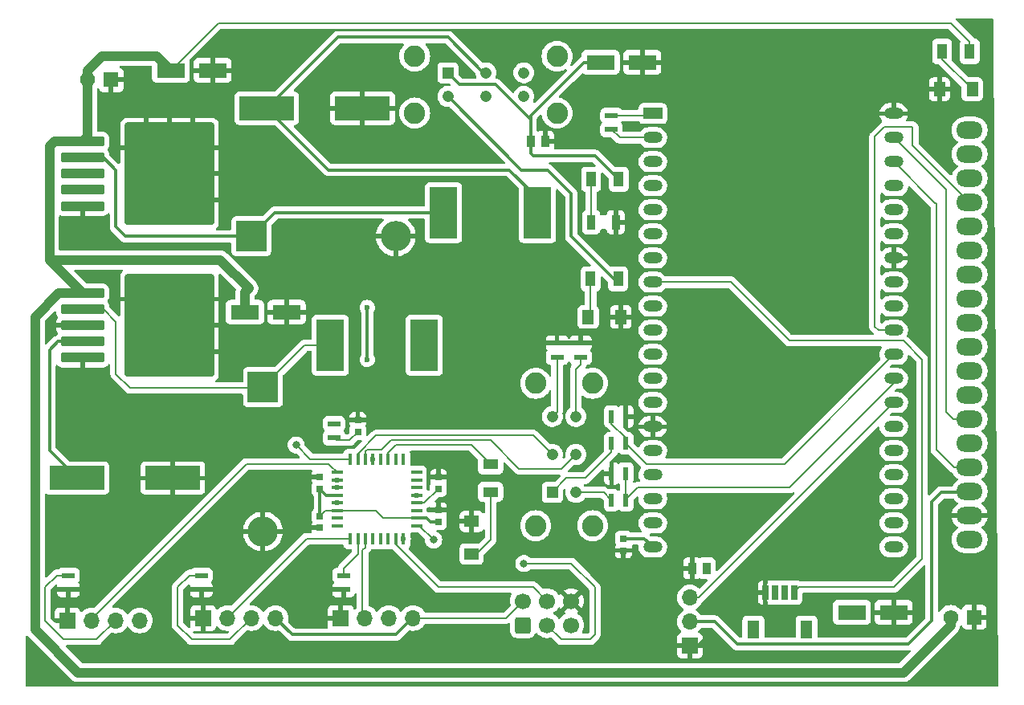
<source format=gbr>
%TF.GenerationSoftware,KiCad,Pcbnew,8.0.8*%
%TF.CreationDate,2025-02-25T19:57:37-05:00*%
%TF.ProjectId,draft,64726166-742e-46b6-9963-61645f706362,rev?*%
%TF.SameCoordinates,Original*%
%TF.FileFunction,Copper,L1,Top*%
%TF.FilePolarity,Positive*%
%FSLAX46Y46*%
G04 Gerber Fmt 4.6, Leading zero omitted, Abs format (unit mm)*
G04 Created by KiCad (PCBNEW 8.0.8) date 2025-02-25 19:57:37*
%MOMM*%
%LPD*%
G01*
G04 APERTURE LIST*
G04 Aperture macros list*
%AMRoundRect*
0 Rectangle with rounded corners*
0 $1 Rounding radius*
0 $2 $3 $4 $5 $6 $7 $8 $9 X,Y pos of 4 corners*
0 Add a 4 corners polygon primitive as box body*
4,1,4,$2,$3,$4,$5,$6,$7,$8,$9,$2,$3,0*
0 Add four circle primitives for the rounded corners*
1,1,$1+$1,$2,$3*
1,1,$1+$1,$4,$5*
1,1,$1+$1,$6,$7*
1,1,$1+$1,$8,$9*
0 Add four rect primitives between the rounded corners*
20,1,$1+$1,$2,$3,$4,$5,0*
20,1,$1+$1,$4,$5,$6,$7,0*
20,1,$1+$1,$6,$7,$8,$9,0*
20,1,$1+$1,$8,$9,$2,$3,0*%
G04 Aperture macros list end*
%TA.AperFunction,SMDPad,CuDef*%
%ADD10R,0.609600X1.371600*%
%TD*%
%TA.AperFunction,ComponentPad*%
%ADD11R,1.700000X1.700000*%
%TD*%
%TA.AperFunction,ComponentPad*%
%ADD12O,1.700000X1.700000*%
%TD*%
%TA.AperFunction,SMDPad,CuDef*%
%ADD13R,0.660400X1.549400*%
%TD*%
%TA.AperFunction,SMDPad,CuDef*%
%ADD14R,1.295400X1.905000*%
%TD*%
%TA.AperFunction,SMDPad,CuDef*%
%ADD15R,1.371600X0.609600*%
%TD*%
%TA.AperFunction,SMDPad,CuDef*%
%ADD16R,0.762000X0.660400*%
%TD*%
%TA.AperFunction,ComponentPad*%
%ADD17O,2.800000X1.800000*%
%TD*%
%TA.AperFunction,ComponentPad*%
%ADD18R,1.208000X1.208000*%
%TD*%
%TA.AperFunction,ComponentPad*%
%ADD19C,1.208000*%
%TD*%
%TA.AperFunction,ComponentPad*%
%ADD20C,2.250000*%
%TD*%
%TA.AperFunction,ComponentPad*%
%ADD21RoundRect,0.250000X0.600000X-0.600000X0.600000X0.600000X-0.600000X0.600000X-0.600000X-0.600000X0*%
%TD*%
%TA.AperFunction,ComponentPad*%
%ADD22C,1.700000*%
%TD*%
%TA.AperFunction,SMDPad,CuDef*%
%ADD23R,0.863600X1.295400*%
%TD*%
%TA.AperFunction,SMDPad,CuDef*%
%ADD24RoundRect,0.250000X-2.050000X-0.300000X2.050000X-0.300000X2.050000X0.300000X-2.050000X0.300000X0*%
%TD*%
%TA.AperFunction,SMDPad,CuDef*%
%ADD25RoundRect,0.250000X-2.025000X-2.375000X2.025000X-2.375000X2.025000X2.375000X-2.025000X2.375000X0*%
%TD*%
%TA.AperFunction,SMDPad,CuDef*%
%ADD26RoundRect,0.250002X-4.449998X-5.149998X4.449998X-5.149998X4.449998X5.149998X-4.449998X5.149998X0*%
%TD*%
%TA.AperFunction,SMDPad,CuDef*%
%ADD27R,1.100000X1.650000*%
%TD*%
%TA.AperFunction,SMDPad,CuDef*%
%ADD28R,1.156400X0.450000*%
%TD*%
%TA.AperFunction,SMDPad,CuDef*%
%ADD29R,0.450000X1.156400*%
%TD*%
%TA.AperFunction,SMDPad,CuDef*%
%ADD30R,1.250000X1.500000*%
%TD*%
%TA.AperFunction,SMDPad,CuDef*%
%ADD31R,3.000000X1.600000*%
%TD*%
%TA.AperFunction,ComponentPad*%
%ADD32R,1.575000X1.575000*%
%TD*%
%TA.AperFunction,ComponentPad*%
%ADD33C,1.575000*%
%TD*%
%TA.AperFunction,SMDPad,CuDef*%
%ADD34R,2.900000X5.400000*%
%TD*%
%TA.AperFunction,SMDPad,CuDef*%
%ADD35R,5.800000X2.500000*%
%TD*%
%TA.AperFunction,ComponentPad*%
%ADD36R,3.200000X3.200000*%
%TD*%
%TA.AperFunction,ComponentPad*%
%ADD37O,3.200000X3.200000*%
%TD*%
%TA.AperFunction,SMDPad,CuDef*%
%ADD38R,0.902399X1.549197*%
%TD*%
%TA.AperFunction,SMDPad,CuDef*%
%ADD39R,1.500000X1.250000*%
%TD*%
%TA.AperFunction,ComponentPad*%
%ADD40R,2.000000X1.200000*%
%TD*%
%TA.AperFunction,ComponentPad*%
%ADD41O,2.000000X1.200000*%
%TD*%
%TA.AperFunction,SMDPad,CuDef*%
%ADD42R,1.650000X1.100000*%
%TD*%
%TA.AperFunction,ViaPad*%
%ADD43C,0.600000*%
%TD*%
%TA.AperFunction,ViaPad*%
%ADD44C,0.800000*%
%TD*%
%TA.AperFunction,Conductor*%
%ADD45C,0.300000*%
%TD*%
%TA.AperFunction,Conductor*%
%ADD46C,0.200000*%
%TD*%
%TA.AperFunction,Conductor*%
%ADD47C,1.000000*%
%TD*%
G04 APERTURE END LIST*
D10*
%TO.P,R6,1*%
%TO.N,Net-(R6-Pad1)*%
X167750700Y-92828800D03*
%TO.P,R6,2*%
%TO.N,Net-(U1-GPIO17)*%
X169249300Y-92828800D03*
%TD*%
%TO.P,R5,1*%
%TO.N,Net-(U1-GPIO17)*%
X167750700Y-90000000D03*
%TO.P,R5,2*%
%TO.N,GND*%
X169249300Y-90000000D03*
%TD*%
%TO.P,R2,1*%
%TO.N,Net-(R2-Pad1)*%
X167750700Y-98828800D03*
%TO.P,R2,2*%
%TO.N,Net-(U1-GPIO16)*%
X169249300Y-98828800D03*
%TD*%
%TO.P,R1,1*%
%TO.N,GND*%
X167750700Y-96000000D03*
%TO.P,R1,2*%
%TO.N,Net-(U1-GPIO16)*%
X169249300Y-96000000D03*
%TD*%
D11*
%TO.P,J4,1,Pin_1*%
%TO.N,GND*%
X124700000Y-111250700D03*
D12*
%TO.P,J4,2,Pin_2*%
%TO.N,Net-(J4-Pin_2)*%
X127240000Y-111250700D03*
%TO.P,J4,3,Pin_3*%
%TO.N,Net-(J4-Pin_3)*%
X129780000Y-111250700D03*
%TO.P,J4,4,Pin_4*%
%TO.N,5V*%
X132320000Y-111250700D03*
%TD*%
D13*
%TO.P,J6,1,1*%
%TO.N,GND*%
X184000000Y-108561500D03*
%TO.P,J6,2,2*%
%TO.N,3V3*%
X185000001Y-108561500D03*
%TO.P,J6,3,3*%
%TO.N,SDA*%
X185999999Y-108561500D03*
%TO.P,J6,4,4*%
%TO.N,SCL*%
X187000000Y-108561500D03*
D14*
%TO.P,J6,5*%
%TO.N,N/C*%
X188299999Y-112436501D03*
%TO.P,J6,6*%
X182700001Y-112436501D03*
%TD*%
D15*
%TO.P,R11,1*%
%TO.N,Net-(U1-3V3)*%
X167750700Y-58250700D03*
%TO.P,R11,2*%
%TO.N,Net-(U1-CHIP_PU)*%
X167750700Y-59749300D03*
%TD*%
D16*
%TO.P,C2,1*%
%TO.N,5V*%
X137000000Y-100500000D03*
%TO.P,C2,2*%
%TO.N,GND*%
X137000000Y-101744600D03*
%TD*%
D17*
%TO.P,U4,1,VIN*%
%TO.N,Net-(U4-VIN)*%
X205500000Y-102980000D03*
%TO.P,U4,2,GND*%
%TO.N,GND*%
X205500000Y-100440000D03*
%TO.P,U4,3,VDD*%
%TO.N,5V*%
X205500000Y-97900000D03*
%TO.P,U4,4,M1IN2*%
%TO.N,Net-(U1-GPIO22)*%
X205500000Y-95360000D03*
%TO.P,U4,5,M1IN1*%
%TO.N,Net-(U1-GPIO21)*%
X205500000Y-92820000D03*
%TO.P,U4,6,PWM1*%
%TO.N,Net-(U1-GPIO23)*%
X205500000Y-90280000D03*
%TO.P,U4,7,-(PWM1)*%
%TO.N,unconnected-(U4--(PWM1)-Pad7)*%
X205500000Y-87740000D03*
%TO.P,U4,8,-(M1SF)*%
%TO.N,unconnected-(U4--(M1SF)-Pad8)*%
X205500000Y-85200000D03*
%TO.P,U4,9,M1FB*%
%TO.N,unconnected-(U4-M1FB-Pad9)*%
X205500000Y-82660000D03*
%TO.P,U4,10,EN*%
%TO.N,5V*%
X205500000Y-80120000D03*
%TO.P,U4,11,SLEW*%
%TO.N,unconnected-(U4-SLEW-Pad11)*%
X205500000Y-77580000D03*
%TO.P,U4,12,INV*%
%TO.N,unconnected-(U4-INV-Pad12)*%
X205500000Y-75040000D03*
%TO.P,U4,13,M2IN2*%
%TO.N,Net-(U1-GPIO18)*%
X205500000Y-72500000D03*
%TO.P,U4,14,M2IN1*%
%TO.N,Net-(U1-GPIO19)*%
X205500000Y-69960000D03*
%TO.P,U4,15,PWM2*%
%TO.N,Net-(U1-GPIO5)*%
X205500000Y-67420000D03*
%TO.P,U4,16,-(PWM2)*%
%TO.N,unconnected-(U4--(PWM2)-Pad16)*%
X205500000Y-64880000D03*
%TO.P,U4,17,-(M2SF)*%
%TO.N,unconnected-(U4--(M2SF)-Pad17)*%
X205500000Y-62340000D03*
%TO.P,U4,18,M2FB*%
%TO.N,unconnected-(U4-M2FB-Pad18)*%
X205500000Y-59800000D03*
%TD*%
D18*
%TO.P,S3,1*%
%TO.N,5V*%
X150500000Y-53750000D03*
D19*
%TO.P,S3,2*%
%TO.N,5V0*%
X154500000Y-53750000D03*
%TO.P,S3,3*%
%TO.N,unconnected-(S3-Pad3)*%
X158500000Y-53750000D03*
%TO.P,S3,4*%
%TO.N,3V3*%
X150500000Y-56250000D03*
%TO.P,S3,5*%
%TO.N,3V30*%
X154500000Y-56250000D03*
%TO.P,S3,6*%
%TO.N,unconnected-(S3-Pad6)*%
X158500000Y-56250000D03*
D20*
%TO.P,S3,SH1*%
%TO.N,N/C*%
X147000000Y-52000000D03*
%TO.P,S3,SH2*%
X162000000Y-52000000D03*
%TO.P,S3,SH3*%
X162000000Y-58000000D03*
%TO.P,S3,SH4*%
X147000000Y-58000000D03*
%TD*%
D21*
%TO.P,J7,1,MISO*%
%TO.N,MISO*%
X158420000Y-112000000D03*
D22*
%TO.P,J7,2,VCC*%
%TO.N,5V*%
X158420000Y-109460000D03*
%TO.P,J7,3,SCK*%
%TO.N,SCK*%
X160960000Y-112000000D03*
%TO.P,J7,4,MOSI*%
%TO.N,MOSI*%
X160960000Y-109460000D03*
%TO.P,J7,5,~{RST}*%
%TO.N,RST*%
X163500000Y-112000000D03*
%TO.P,J7,6,GND*%
%TO.N,GND*%
X163500000Y-109460000D03*
%TD*%
D23*
%TO.P,C4,1*%
%TO.N,5V*%
X159225300Y-61000000D03*
%TO.P,C4,2*%
%TO.N,GND*%
X160774700Y-61000000D03*
%TD*%
D15*
%TO.P,R16,1*%
%TO.N,GND*%
X162000000Y-82250700D03*
%TO.P,R16,2*%
%TO.N,Net-(R16-Pad2)*%
X162000000Y-83749300D03*
%TD*%
D24*
%TO.P,U2,1,VIN*%
%TO.N,BTRY*%
X112000000Y-61000000D03*
%TO.P,U2,2,OUT*%
%TO.N,Net-(D1-K)*%
X112000000Y-62700000D03*
%TO.P,U2,3,GND*%
%TO.N,GND*%
X112000000Y-64400000D03*
D25*
X118725000Y-61625000D03*
X118725000Y-67175000D03*
D26*
X121150000Y-64400000D03*
D25*
X123575000Y-61625000D03*
X123575000Y-67175000D03*
D24*
%TO.P,U2,4,FB*%
%TO.N,5V0*%
X112000000Y-66100000D03*
%TO.P,U2,5,~{ON}/OFF*%
%TO.N,GND*%
X112000000Y-67800000D03*
%TD*%
D23*
%TO.P,C8,1*%
%TO.N,3V3*%
X177774700Y-106000000D03*
%TO.P,C8,2*%
%TO.N,GND*%
X176225300Y-106000000D03*
%TD*%
D27*
%TO.P,LED2,1,K*%
%TO.N,Net-(LED2-K)*%
X165600000Y-65000000D03*
%TO.P,LED2,2,A*%
%TO.N,5V*%
X168500000Y-65000000D03*
%TD*%
D28*
%TO.P,U5,1,PD3*%
%TO.N,Net-(J3-Pin_2)*%
X138800800Y-95899200D03*
%TO.P,U5,2,PD4*%
%TO.N,Net-(J4-Pin_3)*%
X138800800Y-96699198D03*
%TO.P,U5,3,GND*%
%TO.N,GND*%
X138800800Y-97499199D03*
%TO.P,U5,4,VCC*%
%TO.N,5V*%
X138800800Y-98299200D03*
%TO.P,U5,5,GND*%
%TO.N,GND*%
X138800800Y-99099198D03*
%TO.P,U5,6,VCC*%
%TO.N,5V*%
X138800800Y-99899199D03*
%TO.P,U5,7,PB6*%
%TO.N,unconnected-(U5-PB6-Pad7)*%
X138800800Y-100699198D03*
%TO.P,U5,8,PB7*%
%TO.N,unconnected-(U5-PB7-Pad8)*%
X138800800Y-101499198D03*
D29*
%TO.P,U5,9,PD5*%
%TO.N,Net-(J4-Pin_2)*%
X140200000Y-102898398D03*
%TO.P,U5,10,PD6*%
%TO.N,Net-(J5-Pin_3)*%
X140999998Y-102898398D03*
%TO.P,U5,11,PD7*%
%TO.N,Net-(J5-Pin_2)*%
X141799999Y-102898398D03*
%TO.P,U5,12,PB0*%
%TO.N,unconnected-(U5-PB0-Pad12)*%
X142600000Y-102898398D03*
%TO.P,U5,13,PB1*%
%TO.N,unconnected-(U5-PB1-Pad13)*%
X143399998Y-102898398D03*
%TO.P,U5,14,PB2*%
%TO.N,unconnected-(U5-PB2-Pad14)*%
X144199999Y-102898398D03*
%TO.P,U5,15,PB3*%
%TO.N,MOSI*%
X144999998Y-102898398D03*
%TO.P,U5,16,PB4*%
%TO.N,MISO*%
X145799998Y-102898398D03*
D28*
%TO.P,U5,17,PB5*%
%TO.N,SCK*%
X147199198Y-101499198D03*
%TO.P,U5,18,AVCC*%
%TO.N,5V*%
X147199198Y-100699200D03*
%TO.P,U5,19,ADC6*%
%TO.N,unconnected-(U5-ADC6-Pad19)*%
X147199198Y-99899199D03*
%TO.P,U5,20,AREF*%
%TO.N,Net-(U5-AREF)*%
X147199198Y-99099198D03*
%TO.P,U5,21,GND*%
%TO.N,GND*%
X147199198Y-98299200D03*
%TO.P,U5,22,ADC7*%
%TO.N,unconnected-(U5-ADC7-Pad22)*%
X147199198Y-97499199D03*
%TO.P,U5,23,PC0*%
%TO.N,unconnected-(U5-PC0-Pad23)*%
X147199198Y-96699200D03*
%TO.P,U5,24,PC1*%
%TO.N,unconnected-(U5-PC1-Pad24)*%
X147199198Y-95899200D03*
D29*
%TO.P,U5,25,PC2*%
%TO.N,unconnected-(U5-PC2-Pad25)*%
X145799998Y-94500000D03*
%TO.P,U5,26,PC3*%
%TO.N,unconnected-(U5-PC3-Pad26)*%
X145000000Y-94500000D03*
%TO.P,U5,27,PC4*%
%TO.N,Net-(LED4-A)*%
X144199999Y-94500000D03*
%TO.P,U5,28,PC5*%
%TO.N,unconnected-(U5-PC5-Pad28)*%
X143399998Y-94500000D03*
%TO.P,U5,29,PC6*%
%TO.N,RST*%
X142600000Y-94500000D03*
%TO.P,U5,30,PD0*%
%TO.N,Net-(U5-PD0)*%
X141799999Y-94500000D03*
%TO.P,U5,31,PD1*%
%TO.N,Net-(U5-PD1)*%
X141000000Y-94500000D03*
%TO.P,U5,32,PD2*%
%TO.N,Net-(J3-Pin_3)*%
X140200000Y-94500000D03*
%TD*%
D16*
%TO.P,C1,1*%
%TO.N,5V*%
X137000000Y-97622300D03*
%TO.P,C1,2*%
%TO.N,GND*%
X137000000Y-96377700D03*
%TD*%
%TO.P,C7,1*%
%TO.N,Net-(U5-AREF)*%
X149500000Y-97622300D03*
%TO.P,C7,2*%
%TO.N,GND*%
X149500000Y-96377700D03*
%TD*%
%TO.P,C6,1*%
%TO.N,RST*%
X141000000Y-91622300D03*
%TO.P,C6,2*%
%TO.N,GND*%
X141000000Y-90377700D03*
%TD*%
D27*
%TO.P,LED3,1,K*%
%TO.N,Net-(LED3-K)*%
X165550000Y-75500000D03*
%TO.P,LED3,2,A*%
%TO.N,3V3*%
X168450000Y-75500000D03*
%TD*%
D30*
%TO.P,R12,1*%
%TO.N,GND*%
X202325000Y-55500000D03*
%TO.P,R12,2*%
%TO.N,Net-(LED1-K)*%
X205775000Y-55500000D03*
%TD*%
D31*
%TO.P,CP2,1,1*%
%TO.N,BTRY*%
X129100000Y-79000000D03*
%TO.P,CP2,2,2*%
%TO.N,GND*%
X133500000Y-79000000D03*
%TD*%
D24*
%TO.P,U3,1,VIN*%
%TO.N,BTRY*%
X112000000Y-77000000D03*
%TO.P,U3,2,OUT*%
%TO.N,Net-(D2-K)*%
X112000000Y-78700000D03*
%TO.P,U3,3,GND*%
%TO.N,GND*%
X112000000Y-80400000D03*
D25*
X118725000Y-77625000D03*
X118725000Y-83175000D03*
D26*
X121150000Y-80400000D03*
D25*
X123575000Y-77625000D03*
X123575000Y-83175000D03*
D24*
%TO.P,U3,4,FB*%
%TO.N,3V30*%
X112000000Y-82100000D03*
%TO.P,U3,5,~{ON}/OFF*%
%TO.N,GND*%
X112000000Y-83800000D03*
%TD*%
D32*
%TO.P,J1,1,1*%
%TO.N,GND*%
X115000000Y-54500000D03*
D33*
%TO.P,J1,2,2*%
%TO.N,BTRY*%
X112500000Y-54500000D03*
%TD*%
D15*
%TO.P,R9,1*%
%TO.N,GND*%
X124500000Y-108249300D03*
%TO.P,R9,2*%
%TO.N,Net-(J4-Pin_3)*%
X124500000Y-106750700D03*
%TD*%
D34*
%TO.P,L2,1,1*%
%TO.N,Net-(D2-K)*%
X138100000Y-82500000D03*
%TO.P,L2,2,2*%
%TO.N,3V30*%
X148000000Y-82500000D03*
%TD*%
D11*
%TO.P,J3,1,Pin_1*%
%TO.N,GND*%
X110380000Y-111500000D03*
D12*
%TO.P,J3,2,Pin_2*%
%TO.N,Net-(J3-Pin_2)*%
X112920000Y-111500000D03*
%TO.P,J3,3,Pin_3*%
%TO.N,Net-(J3-Pin_3)*%
X115460000Y-111500000D03*
%TO.P,J3,4,Pin_4*%
%TO.N,5V*%
X118000000Y-111500000D03*
%TD*%
D11*
%TO.P,J5,1,Pin_1*%
%TO.N,GND*%
X139200000Y-111250700D03*
D12*
%TO.P,J5,2,Pin_2*%
%TO.N,Net-(J5-Pin_2)*%
X141740000Y-111250700D03*
%TO.P,J5,3,Pin_3*%
%TO.N,Net-(J5-Pin_3)*%
X144280000Y-111250700D03*
%TO.P,J5,4,Pin_4*%
%TO.N,5V*%
X146820000Y-111250700D03*
%TD*%
D32*
%TO.P,J8,1,1*%
%TO.N,GND*%
X206000000Y-111160000D03*
D33*
%TO.P,J8,2,2*%
%TO.N,BTRY*%
X203500000Y-111160000D03*
%TD*%
D31*
%TO.P,CP6,1,1*%
%TO.N,5V*%
X166600000Y-52660000D03*
%TO.P,CP6,2,2*%
%TO.N,GND*%
X171000000Y-52660000D03*
%TD*%
D35*
%TO.P,CP4,1,1*%
%TO.N,3V30*%
X111400000Y-96500000D03*
%TO.P,CP4,2,2*%
%TO.N,GND*%
X121500000Y-96500000D03*
%TD*%
D36*
%TO.P,D1,1,K*%
%TO.N,Net-(D1-K)*%
X129760000Y-71000000D03*
D37*
%TO.P,D1,2,A*%
%TO.N,GND*%
X145000000Y-71000000D03*
%TD*%
D16*
%TO.P,C5,1*%
%TO.N,5V*%
X169000000Y-102877700D03*
%TO.P,C5,2*%
%TO.N,GND*%
X169000000Y-104122300D03*
%TD*%
D38*
%TO.P,R13,1*%
%TO.N,Net-(LED2-K)*%
X165600000Y-69500000D03*
%TO.P,R13,2*%
%TO.N,GND*%
X168202396Y-69500000D03*
%TD*%
D15*
%TO.P,R10,1*%
%TO.N,GND*%
X139500000Y-108249300D03*
%TO.P,R10,2*%
%TO.N,Net-(J5-Pin_3)*%
X139500000Y-106750700D03*
%TD*%
%TO.P,R7,1*%
%TO.N,RST*%
X138500000Y-92249300D03*
%TO.P,R7,2*%
%TO.N,5V*%
X138500000Y-90750700D03*
%TD*%
D39*
%TO.P,R15,1*%
%TO.N,Net-(LED4-K)*%
X153000000Y-104500000D03*
%TO.P,R15,2*%
%TO.N,GND*%
X153000000Y-101050000D03*
%TD*%
D34*
%TO.P,L1,1,1*%
%TO.N,Net-(D1-K)*%
X150050000Y-68500000D03*
%TO.P,L1,2,2*%
%TO.N,5V0*%
X159950000Y-68500000D03*
%TD*%
D40*
%TO.P,U1,1,3V3*%
%TO.N,Net-(U1-3V3)*%
X172100000Y-58060000D03*
D41*
%TO.P,U1,2,CHIP_PU*%
%TO.N,Net-(U1-CHIP_PU)*%
X172100000Y-60600000D03*
%TO.P,U1,3,SENSOR_VP/GPIO36/ADC1_CH0*%
%TO.N,unconnected-(U1-SENSOR_VP{slash}GPIO36{slash}ADC1_CH0-Pad3)*%
X172100000Y-63140000D03*
%TO.P,U1,4,SENSOR_VN/GPIO39/ADC1_CH3*%
%TO.N,unconnected-(U1-SENSOR_VN{slash}GPIO39{slash}ADC1_CH3-Pad4)*%
X172100000Y-65680000D03*
%TO.P,U1,5,VDET_1/GPIO34/ADC1_CH6*%
%TO.N,unconnected-(U1-VDET_1{slash}GPIO34{slash}ADC1_CH6-Pad5)*%
X172100000Y-68220000D03*
%TO.P,U1,6,VDET_2/GPIO35/ADC1_CH7*%
%TO.N,unconnected-(U1-VDET_2{slash}GPIO35{slash}ADC1_CH7-Pad6)*%
X172100000Y-70760000D03*
%TO.P,U1,7,32K_XP/GPIO32/ADC1_CH4*%
%TO.N,SDA*%
X172100000Y-73300000D03*
%TO.P,U1,8,32K_XN/GPIO33/ADC1_CH5*%
%TO.N,SCL*%
X172100000Y-75840000D03*
%TO.P,U1,9,DAC_1/ADC2_CH8/GPIO25*%
%TO.N,unconnected-(U1-DAC_1{slash}ADC2_CH8{slash}GPIO25-Pad9)*%
X172100000Y-78380000D03*
%TO.P,U1,10,DAC_2/ADC2_CH9/GPIO26*%
%TO.N,unconnected-(U1-DAC_2{slash}ADC2_CH9{slash}GPIO26-Pad10)*%
X172100000Y-80920000D03*
%TO.P,U1,11,ADC2_CH7/GPIO27*%
%TO.N,unconnected-(U1-ADC2_CH7{slash}GPIO27-Pad11)*%
X172100000Y-83460000D03*
%TO.P,U1,12,MTMS/GPIO14/ADC2_CH6*%
%TO.N,unconnected-(U1-MTMS{slash}GPIO14{slash}ADC2_CH6-Pad12)*%
X172100000Y-86000000D03*
%TO.P,U1,13,MTDI/GPIO12/ADC2_CH5*%
%TO.N,unconnected-(U1-MTDI{slash}GPIO12{slash}ADC2_CH5-Pad13)*%
X172100000Y-88540000D03*
%TO.P,U1,14,GND*%
%TO.N,GND*%
X172100000Y-91080000D03*
%TO.P,U1,15,MTCK/GPIO13/ADC2_CH4*%
%TO.N,unconnected-(U1-MTCK{slash}GPIO13{slash}ADC2_CH4-Pad15)*%
X172100000Y-93620000D03*
%TO.P,U1,16,SD_DATA2/GPIO9*%
%TO.N,unconnected-(U1-SD_DATA2{slash}GPIO9-Pad16)*%
X172100000Y-96160000D03*
%TO.P,U1,17,SD_DATA3/GPIO10*%
%TO.N,unconnected-(U1-SD_DATA3{slash}GPIO10-Pad17)*%
X172100000Y-98700000D03*
%TO.P,U1,18,CMD*%
%TO.N,unconnected-(U1-CMD-Pad18)*%
X172100000Y-101240000D03*
%TO.P,U1,19,5V*%
%TO.N,5V*%
X172100000Y-103780000D03*
%TO.P,U1,20,SD_CLK/GPIO6*%
%TO.N,unconnected-(U1-SD_CLK{slash}GPIO6-Pad20)*%
X197496320Y-103777280D03*
%TO.P,U1,21,SD_DATA0/GPIO7*%
%TO.N,unconnected-(U1-SD_DATA0{slash}GPIO7-Pad21)*%
X197496320Y-101237280D03*
%TO.P,U1,22,SD_DATA1/GPIO8*%
%TO.N,unconnected-(U1-SD_DATA1{slash}GPIO8-Pad22)*%
X197500000Y-98700000D03*
%TO.P,U1,23,MTDO/GPIO15/ADC2_CH3*%
%TO.N,unconnected-(U1-MTDO{slash}GPIO15{slash}ADC2_CH3-Pad23)*%
X197500000Y-96160000D03*
%TO.P,U1,24,ADC2_CH2/GPIO2*%
%TO.N,unconnected-(U1-ADC2_CH2{slash}GPIO2-Pad24)*%
X197500000Y-93620000D03*
%TO.P,U1,25,GPIO0/BOOT/ADC2_CH1*%
%TO.N,unconnected-(U1-GPIO0{slash}BOOT{slash}ADC2_CH1-Pad25)*%
X197500000Y-91080000D03*
%TO.P,U1,26,ADC2_CH0/GPIO4*%
%TO.N,Net-(J2-Pin_3)*%
X197500000Y-88540000D03*
%TO.P,U1,27,GPIO16*%
%TO.N,Net-(U1-GPIO16)*%
X197500000Y-86000000D03*
%TO.P,U1,28,GPIO17*%
%TO.N,Net-(U1-GPIO17)*%
X197500000Y-83460000D03*
%TO.P,U1,29,GPIO5*%
%TO.N,Net-(U1-GPIO5)*%
X197500000Y-80920000D03*
%TO.P,U1,30,GPIO18*%
%TO.N,Net-(U1-GPIO18)*%
X197500000Y-78380000D03*
%TO.P,U1,31,GPIO19*%
%TO.N,Net-(U1-GPIO19)*%
X197500000Y-75840000D03*
%TO.P,U1,32,GND*%
%TO.N,GND*%
X197500000Y-73300000D03*
%TO.P,U1,33,GPIO21*%
%TO.N,Net-(U1-GPIO21)*%
X197500000Y-70760000D03*
%TO.P,U1,34,U0RXD/GPIO3*%
%TO.N,unconnected-(U1-U0RXD{slash}GPIO3-Pad34)*%
X197500000Y-68220000D03*
%TO.P,U1,35,U0TXD/GPIO1*%
%TO.N,unconnected-(U1-U0TXD{slash}GPIO1-Pad35)*%
X197500000Y-65680000D03*
%TO.P,U1,36,GPIO22*%
%TO.N,Net-(U1-GPIO22)*%
X197500000Y-63140000D03*
%TO.P,U1,37,GPIO23*%
%TO.N,Net-(U1-GPIO23)*%
X197500000Y-60600000D03*
%TO.P,U1,38,GND*%
%TO.N,GND*%
X197500000Y-58060000D03*
%TD*%
D15*
%TO.P,R17,1*%
%TO.N,GND*%
X164500000Y-82250700D03*
%TO.P,R17,2*%
%TO.N,Net-(R17-Pad2)*%
X164500000Y-83749300D03*
%TD*%
D36*
%TO.P,D2,1,K*%
%TO.N,Net-(D2-K)*%
X131000000Y-86880000D03*
D37*
%TO.P,D2,2,A*%
%TO.N,GND*%
X131000000Y-102120000D03*
%TD*%
D16*
%TO.P,C3,1*%
%TO.N,5V*%
X149500000Y-101122300D03*
%TO.P,C3,2*%
%TO.N,GND*%
X149500000Y-99877700D03*
%TD*%
D35*
%TO.P,CP3,1,1*%
%TO.N,5V0*%
X131400000Y-57500000D03*
%TO.P,CP3,2,2*%
%TO.N,GND*%
X141500000Y-57500000D03*
%TD*%
D30*
%TO.P,R14,1*%
%TO.N,Net-(LED3-K)*%
X165275000Y-79500000D03*
%TO.P,R14,2*%
%TO.N,GND*%
X168725000Y-79500000D03*
%TD*%
D27*
%TO.P,LED1,1,K*%
%TO.N,Net-(LED1-K)*%
X202600000Y-51500000D03*
%TO.P,LED1,2,A*%
%TO.N,BTRY*%
X205500000Y-51500000D03*
%TD*%
D15*
%TO.P,R8,1*%
%TO.N,GND*%
X110500000Y-108249300D03*
%TO.P,R8,2*%
%TO.N,Net-(J3-Pin_3)*%
X110500000Y-106750700D03*
%TD*%
D31*
%TO.P,CP1,1,1*%
%TO.N,BTRY*%
X121300000Y-53500000D03*
%TO.P,CP1,2,2*%
%TO.N,GND*%
X125700000Y-53500000D03*
%TD*%
D11*
%TO.P,J2,1,Pin_1*%
%TO.N,GND*%
X176000000Y-114160000D03*
D12*
%TO.P,J2,2,Pin_2*%
%TO.N,5V*%
X176000000Y-111620000D03*
%TO.P,J2,3,Pin_3*%
%TO.N,Net-(J2-Pin_3)*%
X176000000Y-109080000D03*
%TD*%
D42*
%TO.P,LED4,1,K*%
%TO.N,Net-(LED4-K)*%
X155000000Y-97950000D03*
%TO.P,LED4,2,A*%
%TO.N,Net-(LED4-A)*%
X155000000Y-95050000D03*
%TD*%
D31*
%TO.P,CP5,1,1*%
%TO.N,Net-(U4-VIN)*%
X193100000Y-110660000D03*
%TO.P,CP5,2,2*%
%TO.N,GND*%
X197500000Y-110660000D03*
%TD*%
D18*
%TO.P,S2,1*%
%TO.N,Net-(R6-Pad1)*%
X161500000Y-98000000D03*
D19*
%TO.P,S2,2*%
%TO.N,Net-(U5-PD1)*%
X161500000Y-94000000D03*
%TO.P,S2,3*%
%TO.N,Net-(R16-Pad2)*%
X161500000Y-90000000D03*
%TO.P,S2,4*%
%TO.N,Net-(R2-Pad1)*%
X164000000Y-98000000D03*
%TO.P,S2,5*%
%TO.N,Net-(U5-PD0)*%
X164000000Y-94000000D03*
%TO.P,S2,6*%
%TO.N,Net-(R17-Pad2)*%
X164000000Y-90000000D03*
D20*
%TO.P,S2,SH1*%
%TO.N,N/C*%
X159750000Y-101500000D03*
%TO.P,S2,SH2*%
X159750000Y-86500000D03*
%TO.P,S2,SH3*%
X165750000Y-86500000D03*
%TO.P,S2,SH4*%
X165750000Y-101500000D03*
%TD*%
D43*
%TO.N,GND*%
X138800800Y-99099198D03*
X167750700Y-96000000D03*
D44*
%TO.N,3V3*%
X168450000Y-75500000D03*
D43*
%TO.N,5V*%
X142000000Y-78500000D03*
X142000000Y-84000000D03*
X137000000Y-100500000D03*
%TO.N,3V3*%
X185000001Y-108561500D03*
D44*
X177774700Y-106000000D03*
D43*
%TO.N,5V*%
X137000000Y-97622300D03*
X138500000Y-90750700D03*
D44*
%TO.N,GND*%
X168202396Y-69500000D03*
X121150000Y-80400000D03*
X176225300Y-106000000D03*
X123500000Y-61500000D03*
X123500000Y-64500000D03*
D43*
X149500000Y-99877700D03*
X149500000Y-96377700D03*
D44*
X112000000Y-80400000D03*
X118500000Y-64500000D03*
X123500000Y-77500000D03*
X118695033Y-80666797D03*
D43*
X137000000Y-96377700D03*
D44*
X112000000Y-64400000D03*
D43*
X141000000Y-90377700D03*
X143000000Y-108000000D03*
D44*
X112000000Y-83800000D03*
X123557116Y-80545849D03*
X121000000Y-62000000D03*
X153000000Y-101050000D03*
X118725000Y-67175000D03*
X123500000Y-67500000D03*
X121150000Y-64400000D03*
X123500000Y-83500000D03*
X202325000Y-55500000D03*
D43*
X128000000Y-108000000D03*
D44*
X171000000Y-52660000D03*
D43*
X147199198Y-98299200D03*
D44*
X118725000Y-77625000D03*
X168725000Y-79500000D03*
X118725000Y-61625000D03*
X160774700Y-61000000D03*
X141500000Y-57500000D03*
X112000000Y-67800000D03*
D43*
X184000000Y-108561500D03*
D44*
X118725000Y-83175000D03*
X125700000Y-53500000D03*
X197500000Y-110660000D03*
X121000000Y-67500000D03*
D43*
X137000000Y-101744600D03*
D44*
X121500000Y-96500000D03*
X133500000Y-79000000D03*
D43*
X138800800Y-97499199D03*
D44*
%TO.N,5V*%
X166500000Y-52660000D03*
D43*
%TO.N,RST*%
X141000000Y-91622300D03*
X142600000Y-94500000D03*
D44*
%TO.N,Net-(U4-VIN)*%
X193100000Y-110660000D03*
%TO.N,Net-(J3-Pin_3)*%
X134500000Y-93000000D03*
D43*
%TO.N,Net-(J4-Pin_3)*%
X138800800Y-96699198D03*
%TO.N,Net-(J5-Pin_3)*%
X139500000Y-106750700D03*
%TO.N,SDA*%
X185999999Y-108561500D03*
D44*
%TO.N,SCK*%
X158500000Y-105500000D03*
X148988850Y-103011150D03*
D43*
%TO.N,MISO*%
X145799998Y-102898398D03*
D44*
%TO.N,5V0*%
X112000000Y-66100000D03*
X131450000Y-57450000D03*
%TO.N,3V30*%
X148000000Y-82500000D03*
X112000000Y-82100000D03*
%TD*%
D45*
%TO.N,5V*%
X146749300Y-111250700D02*
X146820000Y-111250700D01*
X145000000Y-113000000D02*
X146749300Y-111250700D01*
X134069300Y-113000000D02*
X145000000Y-113000000D01*
X132320000Y-111250700D02*
X134069300Y-113000000D01*
X137000000Y-97622300D02*
X137000000Y-100500000D01*
D46*
X143699200Y-100699200D02*
X147199198Y-100699200D01*
X142899199Y-99899199D02*
X143699200Y-100699200D01*
X138800800Y-99899199D02*
X142899199Y-99899199D01*
%TO.N,Net-(U1-GPIO17)*%
X171420500Y-95000000D02*
X185960000Y-95000000D01*
X169249300Y-92828800D02*
X171420500Y-95000000D01*
%TO.N,Net-(U1-GPIO16)*%
X169249300Y-98750700D02*
X170500000Y-97500000D01*
X169249300Y-98828800D02*
X169249300Y-98750700D01*
X169249300Y-96000000D02*
X169249300Y-98828800D01*
%TO.N,Net-(R2-Pad1)*%
X166921900Y-98000000D02*
X167750700Y-98828800D01*
X164000000Y-98000000D02*
X166921900Y-98000000D01*
%TO.N,Net-(U1-GPIO17)*%
X169249300Y-92249300D02*
X169249300Y-92828800D01*
X167750700Y-90750700D02*
X169249300Y-92249300D01*
X167750700Y-90000000D02*
X167750700Y-90750700D01*
%TO.N,Net-(R6-Pad1)*%
X167750700Y-93749300D02*
X167750700Y-92828800D01*
X165000000Y-96500000D02*
X167750700Y-93749300D01*
X163000000Y-96500000D02*
X165000000Y-96500000D01*
X161500000Y-98000000D02*
X163000000Y-96500000D01*
D45*
%TO.N,5V*%
X148622300Y-101122300D02*
X149500000Y-101122300D01*
X147199198Y-100699200D02*
X148199200Y-100699200D01*
D46*
X137600801Y-99899199D02*
X137000000Y-100500000D01*
X138800800Y-99899199D02*
X137600801Y-99899199D01*
D45*
X137676900Y-98299200D02*
X138800800Y-98299200D01*
X137000000Y-97622300D02*
X137676900Y-98299200D01*
X142000000Y-78500000D02*
X142000000Y-84000000D01*
D46*
%TO.N,Net-(J3-Pin_2)*%
X138000000Y-95098400D02*
X138800800Y-95899200D01*
X138000000Y-95000000D02*
X138000000Y-95098400D01*
X129250700Y-95000000D02*
X138000000Y-95000000D01*
X112920000Y-111330700D02*
X129250700Y-95000000D01*
X112920000Y-111500000D02*
X112920000Y-111330700D01*
%TO.N,Net-(J4-Pin_2)*%
X127240000Y-111250700D02*
X135592302Y-102898398D01*
X135592302Y-102898398D02*
X140200000Y-102898398D01*
%TO.N,Net-(J5-Pin_2)*%
X141500000Y-104099998D02*
X141799999Y-103799999D01*
X141799999Y-103799999D02*
X141799999Y-102898398D01*
X141500000Y-111010700D02*
X141500000Y-104099998D01*
X141740000Y-111250700D02*
X141500000Y-111010700D01*
D45*
%TO.N,Net-(D1-K)*%
X114200000Y-62700000D02*
X115500000Y-64000000D01*
X116500000Y-71000000D02*
X129760000Y-71000000D01*
X115500000Y-64000000D02*
X115500000Y-70000000D01*
X129760000Y-71000000D02*
X132260000Y-68500000D01*
D46*
X112000000Y-62700000D02*
X114200000Y-62700000D01*
D45*
X115500000Y-70000000D02*
X116500000Y-71000000D01*
X132260000Y-68500000D02*
X150050000Y-68500000D01*
%TO.N,3V3*%
X158250000Y-64000000D02*
X161000000Y-64000000D01*
X168000000Y-75500000D02*
X168450000Y-75500000D01*
D46*
%TO.N,5V*%
X146820000Y-111250700D02*
X156629300Y-111250700D01*
D45*
%TO.N,3V3*%
X163500000Y-71000000D02*
X168000000Y-75500000D01*
X150500000Y-56250000D02*
X158250000Y-64000000D01*
D46*
%TO.N,5V*%
X138779301Y-99877700D02*
X138800800Y-99899199D01*
D45*
%TO.N,3V3*%
X163500000Y-66500000D02*
X163500000Y-71000000D01*
X161000000Y-64000000D02*
X163500000Y-66500000D01*
D46*
%TO.N,5V*%
X156629300Y-111250700D02*
X158420000Y-109460000D01*
%TO.N,Net-(D2-K)*%
X130880000Y-87000000D02*
X131000000Y-86880000D01*
X114200000Y-78700000D02*
X115500000Y-80000000D01*
X135380000Y-82500000D02*
X138100000Y-82500000D01*
X115500000Y-80000000D02*
X115500000Y-85500000D01*
X117000000Y-87000000D02*
X130880000Y-87000000D01*
X112000000Y-78700000D02*
X114200000Y-78700000D01*
X115500000Y-85500000D02*
X117000000Y-87000000D01*
X131000000Y-86880000D02*
X135380000Y-82500000D01*
D45*
%TO.N,GND*%
X176840000Y-114160000D02*
X178000000Y-113000000D01*
X176840000Y-114160000D02*
X176000000Y-114160000D01*
X176000000Y-114160000D02*
X174660000Y-114160000D01*
X174660000Y-114160000D02*
X174000000Y-113500000D01*
%TO.N,5V*%
X171197700Y-102877700D02*
X172100000Y-103780000D01*
X176000000Y-111620000D02*
X178620000Y-111620000D01*
X164840000Y-52660000D02*
X166500000Y-52660000D01*
X169000000Y-102877700D02*
X171197700Y-102877700D01*
X181000000Y-114000000D02*
X199000000Y-114000000D01*
X178620000Y-111620000D02*
X181000000Y-114000000D01*
X159225300Y-62225300D02*
X159500000Y-62500000D01*
X201500000Y-99000000D02*
X202500000Y-98000000D01*
X159225300Y-58725300D02*
X159225300Y-58274700D01*
X201500000Y-111500000D02*
X201500000Y-99000000D01*
X159225300Y-58725300D02*
X159225300Y-61000000D01*
X151750000Y-55000000D02*
X155500000Y-55000000D01*
X159225300Y-61000000D02*
X159225300Y-62225300D01*
X202500000Y-98000000D02*
X205400000Y-98000000D01*
X199000000Y-114000000D02*
X201500000Y-111500000D01*
X159225300Y-58274700D02*
X164840000Y-52660000D01*
X205400000Y-98000000D02*
X205500000Y-97900000D01*
X155500000Y-55000000D02*
X159225300Y-58725300D01*
X150500000Y-53750000D02*
X151750000Y-55000000D01*
X166000000Y-62500000D02*
X168500000Y-65000000D01*
X166500000Y-52660000D02*
X166600000Y-52660000D01*
X159500000Y-62500000D02*
X166000000Y-62500000D01*
D46*
%TO.N,RST*%
X138750700Y-92500000D02*
X140122300Y-92500000D01*
X138500000Y-92249300D02*
X138750700Y-92500000D01*
X140122300Y-92500000D02*
X141000000Y-91622300D01*
%TO.N,Net-(U5-AREF)*%
X148023102Y-99099198D02*
X149500000Y-97622300D01*
X147199198Y-99099198D02*
X148023102Y-99099198D01*
D47*
%TO.N,BTRY*%
X111500000Y-117000000D02*
X198500000Y-117000000D01*
X126500000Y-73500000D02*
X129500000Y-76500000D01*
X112500000Y-54500000D02*
X112500000Y-53500000D01*
X112500000Y-54500000D02*
X112500000Y-60500000D01*
D46*
X126300000Y-48500000D02*
X203500000Y-48500000D01*
D47*
X119800000Y-52000000D02*
X121300000Y-53500000D01*
X129100000Y-76900000D02*
X129100000Y-79000000D01*
X112000000Y-77000000D02*
X109500000Y-77000000D01*
X112000000Y-61000000D02*
X109000000Y-61000000D01*
D46*
X121300000Y-53500000D02*
X126300000Y-48500000D01*
D47*
X114000000Y-52000000D02*
X119800000Y-52000000D01*
X198500000Y-117000000D02*
X203500000Y-112000000D01*
X109000000Y-61000000D02*
X108500000Y-61500000D01*
D46*
X205500000Y-50500000D02*
X205500000Y-51500000D01*
D47*
X112500000Y-60500000D02*
X112000000Y-61000000D01*
X129500000Y-76500000D02*
X129100000Y-76900000D01*
X108500000Y-61500000D02*
X108500000Y-73500000D01*
X112500000Y-53500000D02*
X114000000Y-52000000D01*
X107000000Y-79500000D02*
X107000000Y-112500000D01*
X108500000Y-73500000D02*
X126500000Y-73500000D01*
X203500000Y-112000000D02*
X203500000Y-111160000D01*
X107000000Y-112500000D02*
X111500000Y-117000000D01*
D46*
X203500000Y-48500000D02*
X205500000Y-50500000D01*
D47*
X109500000Y-77000000D02*
X107000000Y-79500000D01*
X108500000Y-73500000D02*
X112000000Y-77000000D01*
D46*
%TO.N,Net-(J2-Pin_3)*%
X176000000Y-109080000D02*
X176960000Y-109080000D01*
X176960000Y-109080000D02*
X197500000Y-88540000D01*
%TO.N,Net-(J3-Pin_3)*%
X113460000Y-113500000D02*
X115460000Y-111500000D01*
X140200000Y-94500000D02*
X136000000Y-94500000D01*
X110500000Y-106750700D02*
X109249300Y-106750700D01*
X110000000Y-113500000D02*
X113460000Y-113500000D01*
X109249300Y-106750700D02*
X108000000Y-108000000D01*
X108000000Y-111500000D02*
X110000000Y-113500000D01*
X108000000Y-108000000D02*
X108000000Y-111500000D01*
X136000000Y-94500000D02*
X134500000Y-93000000D01*
%TO.N,Net-(J4-Pin_3)*%
X122000000Y-108000000D02*
X122000000Y-112000000D01*
X123249300Y-106750700D02*
X122000000Y-108000000D01*
X122000000Y-112000000D02*
X123500000Y-113500000D01*
X123500000Y-113500000D02*
X127530700Y-113500000D01*
X124500000Y-106750700D02*
X123249300Y-106750700D01*
X127530700Y-113500000D02*
X129780000Y-111250700D01*
%TO.N,Net-(J5-Pin_3)*%
X140999998Y-104499998D02*
X140999998Y-102898398D01*
X139500000Y-106750700D02*
X139500000Y-106000000D01*
X139500000Y-106000000D02*
X141000000Y-104500000D01*
X141000000Y-104500000D02*
X140999998Y-104499998D01*
X144000000Y-111530700D02*
X144280000Y-111250700D01*
%TO.N,SCL*%
X200500000Y-105000000D02*
X200500000Y-84000000D01*
X200500000Y-84000000D02*
X198500000Y-82000000D01*
X187561500Y-108000000D02*
X197500000Y-108000000D01*
X198500000Y-82000000D02*
X186500000Y-82000000D01*
X187000000Y-108561500D02*
X187561500Y-108000000D01*
X180340000Y-75840000D02*
X172100000Y-75840000D01*
X197500000Y-108000000D02*
X200500000Y-105000000D01*
X186500000Y-82000000D02*
X180340000Y-75840000D01*
%TO.N,SCK*%
X166000000Y-108000000D02*
X163500000Y-105500000D01*
X148988850Y-103011150D02*
X147476898Y-101499198D01*
X147199198Y-101499198D02*
X147499198Y-101499198D01*
X165500000Y-113500000D02*
X166000000Y-113000000D01*
X162460000Y-113500000D02*
X165500000Y-113500000D01*
X160960000Y-112000000D02*
X162460000Y-113500000D01*
X163500000Y-105500000D02*
X158500000Y-105500000D01*
X147476898Y-101499198D02*
X147199198Y-101499198D01*
X166000000Y-113000000D02*
X166000000Y-108000000D01*
%TO.N,MISO*%
X145799998Y-102898398D02*
X145898398Y-102898398D01*
%TO.N,MOSI*%
X159500000Y-108000000D02*
X160960000Y-109460000D01*
X144999998Y-102898398D02*
X144999998Y-103499998D01*
X149500000Y-108000000D02*
X159500000Y-108000000D01*
X144999998Y-103499998D02*
X149500000Y-108000000D01*
%TO.N,Net-(LED1-K)*%
X202600000Y-51500000D02*
X202600000Y-52325000D01*
X202600000Y-52325000D02*
X205775000Y-55500000D01*
%TO.N,Net-(LED2-K)*%
X165600000Y-65000000D02*
X165600000Y-69500000D01*
%TO.N,Net-(LED3-K)*%
X165550000Y-79225000D02*
X165275000Y-79500000D01*
X165550000Y-75500000D02*
X165550000Y-79225000D01*
%TO.N,Net-(LED4-K)*%
X155000000Y-103000000D02*
X155000000Y-97950000D01*
X153000000Y-104500000D02*
X153500000Y-104500000D01*
X153500000Y-104500000D02*
X155000000Y-103000000D01*
%TO.N,Net-(LED4-A)*%
X152950000Y-93000000D02*
X145000000Y-93000000D01*
X144199999Y-93800001D02*
X144199999Y-94500000D01*
X145000000Y-93000000D02*
X144199999Y-93800001D01*
X155000000Y-95050000D02*
X152950000Y-93000000D01*
%TO.N,Net-(U1-CHIP_PU)*%
X168601400Y-60600000D02*
X172100000Y-60600000D01*
X167750700Y-59749300D02*
X168601400Y-60600000D01*
%TO.N,Net-(U1-3V3)*%
X171909300Y-58250700D02*
X172100000Y-58060000D01*
X167750700Y-58250700D02*
X171909300Y-58250700D01*
%TO.N,Net-(R16-Pad2)*%
X162000000Y-89500000D02*
X161500000Y-90000000D01*
X162000000Y-83749300D02*
X162000000Y-89500000D01*
%TO.N,Net-(R17-Pad2)*%
X164500000Y-83749300D02*
X164500000Y-84500000D01*
X164000000Y-85000000D02*
X164000000Y-90000000D01*
X164500000Y-84500000D02*
X164000000Y-85000000D01*
%TO.N,Net-(U1-GPIO16)*%
X186500000Y-97500000D02*
X197500000Y-86500000D01*
X197500000Y-86500000D02*
X197500000Y-86000000D01*
%TO.N,Net-(U5-PD0)*%
X143500000Y-93500000D02*
X144500000Y-92500000D01*
X141799999Y-93700001D02*
X142000000Y-93500000D01*
X155000000Y-92500000D02*
X144500000Y-92500000D01*
X158000000Y-95500000D02*
X155000000Y-92500000D01*
X164000000Y-94000000D02*
X162500000Y-95500000D01*
X142000000Y-93500000D02*
X143500000Y-93500000D01*
X162500000Y-95500000D02*
X158000000Y-95500000D01*
X141799999Y-94500000D02*
X141799999Y-93700001D01*
%TO.N,Net-(U1-GPIO17)*%
X185960000Y-95000000D02*
X197500000Y-83460000D01*
%TO.N,Net-(U5-PD1)*%
X141000000Y-94500000D02*
X141000000Y-93934314D01*
X142934314Y-92000000D02*
X159500000Y-92000000D01*
X141000000Y-93934314D02*
X142934314Y-92000000D01*
X159500000Y-92000000D02*
X161500000Y-94000000D01*
%TO.N,Net-(U1-GPIO22)*%
X201860000Y-67500000D02*
X202000000Y-67500000D01*
X202000000Y-93500000D02*
X203860000Y-95360000D01*
X203860000Y-95360000D02*
X205500000Y-95360000D01*
X197500000Y-63140000D02*
X201860000Y-67500000D01*
X202000000Y-67500000D02*
X202000000Y-93500000D01*
%TO.N,Net-(U1-GPIO5)*%
X195500000Y-60500000D02*
X196500000Y-59500000D01*
X195500000Y-80500000D02*
X195500000Y-60500000D01*
X195920000Y-80920000D02*
X195500000Y-80500000D01*
X199500000Y-61420000D02*
X205500000Y-67420000D01*
X197500000Y-80920000D02*
X195920000Y-80920000D01*
X196500000Y-59500000D02*
X199500000Y-59500000D01*
X199500000Y-59500000D02*
X199500000Y-61420000D01*
%TO.N,Net-(U1-GPIO23)*%
X203000000Y-89500000D02*
X203780000Y-90280000D01*
X197500000Y-60600000D02*
X203000000Y-66100000D01*
X203780000Y-90280000D02*
X205500000Y-90280000D01*
X203000000Y-66100000D02*
X203000000Y-89500000D01*
D45*
%TO.N,5V0*%
X131400000Y-57500000D02*
X137900000Y-64000000D01*
X131450000Y-57450000D02*
X138900000Y-50000000D01*
X159950000Y-66950000D02*
X159950000Y-68500000D01*
X154500000Y-53750000D02*
X154750000Y-53750000D01*
X137900000Y-64000000D02*
X157000000Y-64000000D01*
X150500000Y-50000000D02*
X154250000Y-53750000D01*
X157000000Y-64000000D02*
X159950000Y-66950000D01*
X138900000Y-50000000D02*
X150500000Y-50000000D01*
X154250000Y-53750000D02*
X154500000Y-53750000D01*
X131400000Y-57500000D02*
X131450000Y-57450000D01*
%TO.N,3V30*%
X108500000Y-93600000D02*
X111400000Y-96500000D01*
X109400000Y-82100000D02*
X108500000Y-83000000D01*
X112000000Y-82100000D02*
X109400000Y-82100000D01*
X108500000Y-83000000D02*
X108500000Y-93600000D01*
D46*
%TO.N,Net-(U1-GPIO16)*%
X170500000Y-97500000D02*
X186500000Y-97500000D01*
D45*
%TO.N,5V*%
X148199200Y-100699200D02*
X148622300Y-101122300D01*
%TD*%
%TA.AperFunction,Conductor*%
%TO.N,GND*%
G36*
X145812971Y-50670185D02*
G01*
X145858726Y-50722989D01*
X145868670Y-50792147D01*
X145840222Y-50855032D01*
X145680878Y-51041598D01*
X145680875Y-51041603D01*
X145547190Y-51259757D01*
X145547188Y-51259760D01*
X145449279Y-51496135D01*
X145389547Y-51744935D01*
X145369474Y-52000000D01*
X145389547Y-52255064D01*
X145389547Y-52255067D01*
X145389548Y-52255070D01*
X145438188Y-52457669D01*
X145449279Y-52503864D01*
X145547188Y-52740239D01*
X145547190Y-52740242D01*
X145680875Y-52958396D01*
X145680878Y-52958401D01*
X145749303Y-53038516D01*
X145847044Y-53152956D01*
X145954490Y-53244723D01*
X146041598Y-53319121D01*
X146041600Y-53319122D01*
X146041601Y-53319123D01*
X146175961Y-53401459D01*
X146259757Y-53452809D01*
X146259760Y-53452811D01*
X146485172Y-53546179D01*
X146496140Y-53550722D01*
X146744930Y-53610452D01*
X147000000Y-53630526D01*
X147255070Y-53610452D01*
X147503860Y-53550722D01*
X147622051Y-53501765D01*
X147740239Y-53452811D01*
X147740240Y-53452810D01*
X147740243Y-53452809D01*
X147958399Y-53319123D01*
X148152956Y-53152956D01*
X148319123Y-52958399D01*
X148452809Y-52740243D01*
X148460009Y-52722862D01*
X148501765Y-52622051D01*
X148550722Y-52503860D01*
X148610452Y-52255070D01*
X148630526Y-52000000D01*
X148610452Y-51744930D01*
X148550722Y-51496140D01*
X148517794Y-51416645D01*
X148452811Y-51259760D01*
X148452809Y-51259757D01*
X148430199Y-51222861D01*
X148319123Y-51041601D01*
X148319122Y-51041600D01*
X148319121Y-51041598D01*
X148159778Y-50855032D01*
X148131207Y-50791270D01*
X148141644Y-50722185D01*
X148187775Y-50669709D01*
X148254068Y-50650500D01*
X150179192Y-50650500D01*
X150246231Y-50670185D01*
X150266873Y-50686819D01*
X153365309Y-53785255D01*
X153398794Y-53846578D01*
X153401099Y-53861494D01*
X153409654Y-53953816D01*
X153409654Y-53953818D01*
X153409655Y-53953821D01*
X153415681Y-53975000D01*
X153465672Y-54150701D01*
X153475395Y-54170227D01*
X153487657Y-54239013D01*
X153460784Y-54303508D01*
X153403308Y-54343236D01*
X153364395Y-54349500D01*
X152070808Y-54349500D01*
X152003769Y-54329815D01*
X151983127Y-54313181D01*
X151640818Y-53970872D01*
X151607333Y-53909549D01*
X151604499Y-53883191D01*
X151604499Y-53098129D01*
X151604498Y-53098123D01*
X151604497Y-53098116D01*
X151598091Y-53038517D01*
X151593457Y-53026093D01*
X151547797Y-52903671D01*
X151547793Y-52903664D01*
X151461547Y-52788455D01*
X151461544Y-52788452D01*
X151346335Y-52702206D01*
X151346328Y-52702202D01*
X151211482Y-52651908D01*
X151211483Y-52651908D01*
X151151883Y-52645501D01*
X151151881Y-52645500D01*
X151151873Y-52645500D01*
X151151864Y-52645500D01*
X149848129Y-52645500D01*
X149848123Y-52645501D01*
X149788516Y-52651908D01*
X149653671Y-52702202D01*
X149653664Y-52702206D01*
X149538455Y-52788452D01*
X149538452Y-52788455D01*
X149452206Y-52903664D01*
X149452202Y-52903671D01*
X149401908Y-53038517D01*
X149395501Y-53098116D01*
X149395501Y-53098123D01*
X149395500Y-53098135D01*
X149395500Y-54401870D01*
X149395501Y-54401876D01*
X149401908Y-54461483D01*
X149452202Y-54596328D01*
X149452206Y-54596335D01*
X149538452Y-54711544D01*
X149538455Y-54711547D01*
X149653664Y-54797793D01*
X149653671Y-54797797D01*
X149788517Y-54848091D01*
X149788516Y-54848091D01*
X149795444Y-54848835D01*
X149848127Y-54854500D01*
X150633191Y-54854499D01*
X150700230Y-54874183D01*
X150720873Y-54890819D01*
X150778209Y-54948156D01*
X150811693Y-55009479D01*
X150806708Y-55079171D01*
X150764837Y-55135104D01*
X150699372Y-55159520D01*
X150667747Y-55157725D01*
X150602347Y-55145500D01*
X150397653Y-55145500D01*
X150196444Y-55183112D01*
X150196441Y-55183112D01*
X150196441Y-55183113D01*
X150005575Y-55257054D01*
X150005569Y-55257057D01*
X149831539Y-55364812D01*
X149831537Y-55364814D01*
X149680269Y-55502712D01*
X149556912Y-55666064D01*
X149465673Y-55849295D01*
X149452721Y-55894816D01*
X149420612Y-56007671D01*
X149409654Y-56046183D01*
X149390768Y-56249999D01*
X149390768Y-56250000D01*
X149409654Y-56453816D01*
X149409654Y-56453818D01*
X149409655Y-56453821D01*
X149453394Y-56607547D01*
X149465673Y-56650704D01*
X149556912Y-56833935D01*
X149680269Y-56997287D01*
X149831537Y-57135185D01*
X149831539Y-57135187D01*
X150005569Y-57242942D01*
X150005575Y-57242945D01*
X150046010Y-57258609D01*
X150196444Y-57316888D01*
X150397653Y-57354500D01*
X150397656Y-57354500D01*
X150602343Y-57354500D01*
X150602347Y-57354500D01*
X150607351Y-57353564D01*
X150676864Y-57360589D01*
X150717824Y-57387770D01*
X156467873Y-63137819D01*
X156501358Y-63199142D01*
X156496374Y-63268834D01*
X156454502Y-63324767D01*
X156389038Y-63349184D01*
X156380192Y-63349500D01*
X138220807Y-63349500D01*
X138153768Y-63329815D01*
X138133126Y-63313181D01*
X134280641Y-59460696D01*
X134247156Y-59399373D01*
X134252140Y-59329681D01*
X134294012Y-59273748D01*
X134355069Y-59249725D01*
X134407483Y-59244091D01*
X134542331Y-59193796D01*
X134657546Y-59107546D01*
X134743796Y-58992331D01*
X134794091Y-58857483D01*
X134800500Y-58797873D01*
X134800500Y-58797844D01*
X138100000Y-58797844D01*
X138106401Y-58857372D01*
X138106403Y-58857379D01*
X138156645Y-58992086D01*
X138156649Y-58992093D01*
X138242809Y-59107187D01*
X138242812Y-59107190D01*
X138357906Y-59193350D01*
X138357913Y-59193354D01*
X138492620Y-59243596D01*
X138492627Y-59243598D01*
X138552155Y-59249999D01*
X138552172Y-59250000D01*
X141250000Y-59250000D01*
X141750000Y-59250000D01*
X144447828Y-59250000D01*
X144447844Y-59249999D01*
X144507372Y-59243598D01*
X144507379Y-59243596D01*
X144642086Y-59193354D01*
X144642093Y-59193350D01*
X144757187Y-59107190D01*
X144757190Y-59107187D01*
X144843350Y-58992093D01*
X144843354Y-58992086D01*
X144893596Y-58857379D01*
X144893598Y-58857372D01*
X144899999Y-58797844D01*
X144900000Y-58797827D01*
X144900000Y-58000000D01*
X145369474Y-58000000D01*
X145389547Y-58255064D01*
X145389547Y-58255067D01*
X145389548Y-58255070D01*
X145419561Y-58380080D01*
X145449279Y-58503864D01*
X145547188Y-58740239D01*
X145547190Y-58740242D01*
X145680875Y-58958396D01*
X145680878Y-58958401D01*
X145738919Y-59026358D01*
X145847044Y-59152956D01*
X145961254Y-59250500D01*
X146041598Y-59319121D01*
X146041600Y-59319122D01*
X146041601Y-59319123D01*
X146168089Y-59396635D01*
X146259757Y-59452809D01*
X146259760Y-59452811D01*
X146437899Y-59526598D01*
X146496140Y-59550722D01*
X146744930Y-59610452D01*
X147000000Y-59630526D01*
X147255070Y-59610452D01*
X147503860Y-59550722D01*
X147693794Y-59472049D01*
X147740239Y-59452811D01*
X147740240Y-59452810D01*
X147740243Y-59452809D01*
X147958399Y-59319123D01*
X148152956Y-59152956D01*
X148319123Y-58958399D01*
X148452809Y-58740243D01*
X148456325Y-58731756D01*
X148512761Y-58595507D01*
X148550722Y-58503860D01*
X148610452Y-58255070D01*
X148630526Y-58000000D01*
X148610452Y-57744930D01*
X148550722Y-57496140D01*
X148492053Y-57354500D01*
X148452811Y-57259760D01*
X148452809Y-57259757D01*
X148427014Y-57217664D01*
X148319123Y-57041601D01*
X148319122Y-57041600D01*
X148319121Y-57041598D01*
X148222524Y-56928498D01*
X148152956Y-56847044D01*
X148031834Y-56743596D01*
X147958401Y-56680878D01*
X147958396Y-56680875D01*
X147740242Y-56547190D01*
X147740239Y-56547188D01*
X147503864Y-56449279D01*
X147503860Y-56449278D01*
X147255070Y-56389548D01*
X147255067Y-56389547D01*
X147255064Y-56389547D01*
X147000000Y-56369474D01*
X146744935Y-56389547D01*
X146744931Y-56389547D01*
X146744930Y-56389548D01*
X146620535Y-56419413D01*
X146496135Y-56449279D01*
X146259760Y-56547188D01*
X146259757Y-56547190D01*
X146041603Y-56680875D01*
X146041598Y-56680878D01*
X145847044Y-56847044D01*
X145680878Y-57041598D01*
X145680875Y-57041603D01*
X145547190Y-57259757D01*
X145547188Y-57259760D01*
X145449279Y-57496135D01*
X145389547Y-57744935D01*
X145369474Y-58000000D01*
X144900000Y-58000000D01*
X144900000Y-57750000D01*
X141750000Y-57750000D01*
X141750000Y-59250000D01*
X141250000Y-59250000D01*
X141250000Y-57750000D01*
X138100000Y-57750000D01*
X138100000Y-58797844D01*
X134800500Y-58797844D01*
X134800499Y-56202155D01*
X138100000Y-56202155D01*
X138100000Y-57250000D01*
X141250000Y-57250000D01*
X141750000Y-57250000D01*
X144900000Y-57250000D01*
X144900000Y-56202172D01*
X144899999Y-56202155D01*
X144893598Y-56142627D01*
X144893596Y-56142620D01*
X144843354Y-56007913D01*
X144843350Y-56007906D01*
X144757190Y-55892812D01*
X144757187Y-55892809D01*
X144642093Y-55806649D01*
X144642086Y-55806645D01*
X144507379Y-55756403D01*
X144507372Y-55756401D01*
X144447844Y-55750000D01*
X141750000Y-55750000D01*
X141750000Y-57250000D01*
X141250000Y-57250000D01*
X141250000Y-55750000D01*
X138552155Y-55750000D01*
X138492627Y-55756401D01*
X138492620Y-55756403D01*
X138357913Y-55806645D01*
X138357906Y-55806649D01*
X138242812Y-55892809D01*
X138242809Y-55892812D01*
X138156649Y-56007906D01*
X138156645Y-56007913D01*
X138106403Y-56142620D01*
X138106401Y-56142627D01*
X138100000Y-56202155D01*
X134800499Y-56202155D01*
X134800499Y-56202128D01*
X134794091Y-56142517D01*
X134758159Y-56046179D01*
X134743797Y-56007671D01*
X134743793Y-56007664D01*
X134657547Y-55892455D01*
X134657544Y-55892452D01*
X134542335Y-55806206D01*
X134542328Y-55806202D01*
X134407482Y-55755908D01*
X134407484Y-55755908D01*
X134355066Y-55750273D01*
X134290515Y-55723535D01*
X134250667Y-55666142D01*
X134248174Y-55596317D01*
X134280639Y-55539305D01*
X139133127Y-50686819D01*
X139194450Y-50653334D01*
X139220808Y-50650500D01*
X145745932Y-50650500D01*
X145812971Y-50670185D01*
G37*
%TD.AperFunction*%
%TA.AperFunction,Conductor*%
G36*
X207943919Y-48020185D02*
G01*
X207989674Y-48072989D01*
X208000876Y-48123619D01*
X208118085Y-64650000D01*
X208499110Y-118374621D01*
X208479901Y-118441798D01*
X208427423Y-118487926D01*
X208375113Y-118499500D01*
X106124500Y-118499500D01*
X106057461Y-118479815D01*
X106011706Y-118427011D01*
X106000500Y-118375500D01*
X106000500Y-113213391D01*
X106020185Y-113146352D01*
X106072989Y-113100597D01*
X106142147Y-113090653D01*
X106205703Y-113119678D01*
X106220357Y-113134730D01*
X106222868Y-113137790D01*
X106366537Y-113281459D01*
X106366559Y-113281479D01*
X110719735Y-117634655D01*
X110719764Y-117634686D01*
X110862214Y-117777136D01*
X110862218Y-117777139D01*
X111026079Y-117886628D01*
X111026092Y-117886635D01*
X111154833Y-117939961D01*
X111197744Y-117957735D01*
X111208164Y-117962051D01*
X111304812Y-117981275D01*
X111353135Y-117990887D01*
X111401458Y-118000500D01*
X111401459Y-118000500D01*
X198598542Y-118000500D01*
X198617870Y-117996655D01*
X198695188Y-117981275D01*
X198791836Y-117962051D01*
X198845165Y-117939961D01*
X198973914Y-117886632D01*
X199137782Y-117777139D01*
X199277139Y-117637782D01*
X199277140Y-117637779D01*
X199284206Y-117630714D01*
X199284209Y-117630710D01*
X204137778Y-112777141D01*
X204137782Y-112777139D01*
X204277139Y-112637782D01*
X204386632Y-112473914D01*
X204400226Y-112441096D01*
X204462050Y-112291838D01*
X204462051Y-112291834D01*
X204464466Y-112279699D01*
X204478085Y-112211229D01*
X204495182Y-112125276D01*
X204496933Y-112116471D01*
X204529311Y-112054562D01*
X204590024Y-112019982D01*
X204659794Y-112023716D01*
X204716469Y-112064577D01*
X204734733Y-112097322D01*
X204769146Y-112189588D01*
X204769149Y-112189593D01*
X204855309Y-112304687D01*
X204855312Y-112304690D01*
X204970406Y-112390850D01*
X204970413Y-112390854D01*
X205105120Y-112441096D01*
X205105127Y-112441098D01*
X205164655Y-112447499D01*
X205164672Y-112447500D01*
X205750000Y-112447500D01*
X205750000Y-111621879D01*
X205797358Y-111649222D01*
X205930882Y-111685000D01*
X206069118Y-111685000D01*
X206202642Y-111649222D01*
X206250000Y-111621879D01*
X206250000Y-112447500D01*
X206835328Y-112447500D01*
X206835344Y-112447499D01*
X206894872Y-112441098D01*
X206894879Y-112441096D01*
X207029586Y-112390854D01*
X207029593Y-112390850D01*
X207144687Y-112304690D01*
X207144690Y-112304687D01*
X207230850Y-112189593D01*
X207230854Y-112189586D01*
X207281096Y-112054879D01*
X207281098Y-112054872D01*
X207287499Y-111995344D01*
X207287500Y-111995327D01*
X207287500Y-111410000D01*
X206461880Y-111410000D01*
X206489222Y-111362642D01*
X206525000Y-111229118D01*
X206525000Y-111090882D01*
X206489222Y-110957358D01*
X206461880Y-110910000D01*
X207287500Y-110910000D01*
X207287500Y-110324672D01*
X207287499Y-110324655D01*
X207281098Y-110265127D01*
X207281096Y-110265120D01*
X207230854Y-110130413D01*
X207230850Y-110130406D01*
X207144690Y-110015312D01*
X207144687Y-110015309D01*
X207029593Y-109929149D01*
X207029586Y-109929145D01*
X206894879Y-109878903D01*
X206894872Y-109878901D01*
X206835344Y-109872500D01*
X206250000Y-109872500D01*
X206250000Y-110698120D01*
X206202642Y-110670778D01*
X206069118Y-110635000D01*
X205930882Y-110635000D01*
X205797358Y-110670778D01*
X205750000Y-110698120D01*
X205750000Y-109872500D01*
X205164655Y-109872500D01*
X205105127Y-109878901D01*
X205105120Y-109878903D01*
X204970413Y-109929145D01*
X204970406Y-109929149D01*
X204855312Y-110015309D01*
X204855309Y-110015312D01*
X204769149Y-110130406D01*
X204769145Y-110130413D01*
X204718903Y-110265120D01*
X204718902Y-110265125D01*
X204717868Y-110274738D01*
X204691126Y-110339288D01*
X204633731Y-110379133D01*
X204563906Y-110381622D01*
X204503819Y-110345967D01*
X204493011Y-110332607D01*
X204490434Y-110328927D01*
X204331073Y-110169566D01*
X204285750Y-110137830D01*
X204146466Y-110040302D01*
X204146463Y-110040300D01*
X204146460Y-110040298D01*
X204146456Y-110040296D01*
X203942211Y-109945055D01*
X203942200Y-109945051D01*
X203724514Y-109886722D01*
X203724507Y-109886721D01*
X203500002Y-109867080D01*
X203499998Y-109867080D01*
X203275492Y-109886721D01*
X203275485Y-109886722D01*
X203057799Y-109945051D01*
X203057788Y-109945055D01*
X202853543Y-110040296D01*
X202853533Y-110040302D01*
X202668926Y-110169566D01*
X202509566Y-110328926D01*
X202377192Y-110517975D01*
X202375554Y-110516828D01*
X202331309Y-110559008D01*
X202262701Y-110572224D01*
X202197839Y-110546250D01*
X202157316Y-110489332D01*
X202150500Y-110448787D01*
X202150500Y-99320808D01*
X202170185Y-99253769D01*
X202186819Y-99233127D01*
X202733127Y-98686819D01*
X202794450Y-98653334D01*
X202820808Y-98650500D01*
X203750976Y-98650500D01*
X203818015Y-98670185D01*
X203851294Y-98701615D01*
X203868171Y-98724845D01*
X203931754Y-98812361D01*
X204087636Y-98968243D01*
X204087641Y-98968247D01*
X204227680Y-99069991D01*
X204270346Y-99125320D01*
X204276325Y-99194934D01*
X204243720Y-99256729D01*
X204227681Y-99270627D01*
X204087959Y-99372142D01*
X204087958Y-99372142D01*
X203932142Y-99527958D01*
X203802613Y-99706239D01*
X203702567Y-99902589D01*
X203634473Y-100112161D01*
X203634473Y-100112164D01*
X203622145Y-100190000D01*
X205066988Y-100190000D01*
X205034075Y-100247007D01*
X205000000Y-100374174D01*
X205000000Y-100505826D01*
X205034075Y-100632993D01*
X205066988Y-100690000D01*
X203622145Y-100690000D01*
X203634473Y-100767835D01*
X203634473Y-100767838D01*
X203702567Y-100977410D01*
X203802613Y-101173760D01*
X203932142Y-101352041D01*
X204087958Y-101507857D01*
X204087964Y-101507862D01*
X204227680Y-101609372D01*
X204270346Y-101664702D01*
X204276325Y-101734315D01*
X204243719Y-101796110D01*
X204227681Y-101810008D01*
X204087636Y-101911756D01*
X203931756Y-102067636D01*
X203931752Y-102067641D01*
X203802187Y-102245974D01*
X203702104Y-102442393D01*
X203702103Y-102442396D01*
X203633985Y-102652047D01*
X203599500Y-102869778D01*
X203599500Y-103090221D01*
X203633985Y-103307952D01*
X203702103Y-103517603D01*
X203702104Y-103517606D01*
X203760733Y-103632669D01*
X203799320Y-103708400D01*
X203802187Y-103714025D01*
X203931752Y-103892358D01*
X203931756Y-103892363D01*
X204087636Y-104048243D01*
X204087641Y-104048247D01*
X204089483Y-104049585D01*
X204265978Y-104177815D01*
X204394375Y-104243237D01*
X204462393Y-104277895D01*
X204462396Y-104277896D01*
X204567221Y-104311955D01*
X204672049Y-104346015D01*
X204889778Y-104380500D01*
X204889779Y-104380500D01*
X206110221Y-104380500D01*
X206110222Y-104380500D01*
X206327951Y-104346015D01*
X206537606Y-104277895D01*
X206734022Y-104177815D01*
X206912365Y-104048242D01*
X207068242Y-103892365D01*
X207197815Y-103714022D01*
X207297895Y-103517606D01*
X207366015Y-103307951D01*
X207400500Y-103090222D01*
X207400500Y-102869778D01*
X207366015Y-102652049D01*
X207325378Y-102526979D01*
X207297896Y-102442396D01*
X207297895Y-102442393D01*
X207245121Y-102338821D01*
X207197815Y-102245978D01*
X207157112Y-102189955D01*
X207068247Y-102067641D01*
X207068243Y-102067636D01*
X206912363Y-101911756D01*
X206912358Y-101911752D01*
X206772319Y-101810008D01*
X206729653Y-101754678D01*
X206723674Y-101685065D01*
X206756279Y-101623270D01*
X206772319Y-101609372D01*
X206912035Y-101507862D01*
X206912041Y-101507857D01*
X207067857Y-101352041D01*
X207197386Y-101173760D01*
X207297432Y-100977410D01*
X207365526Y-100767838D01*
X207365526Y-100767835D01*
X207377855Y-100690000D01*
X205933012Y-100690000D01*
X205965925Y-100632993D01*
X206000000Y-100505826D01*
X206000000Y-100374174D01*
X205965925Y-100247007D01*
X205933012Y-100190000D01*
X207377855Y-100190000D01*
X207365526Y-100112164D01*
X207365526Y-100112161D01*
X207297432Y-99902589D01*
X207197386Y-99706239D01*
X207067857Y-99527958D01*
X206912041Y-99372142D01*
X206772318Y-99270627D01*
X206729653Y-99215297D01*
X206723674Y-99145684D01*
X206756280Y-99083889D01*
X206772313Y-99069994D01*
X206912365Y-98968242D01*
X207068242Y-98812365D01*
X207197815Y-98634022D01*
X207297895Y-98437606D01*
X207366015Y-98227951D01*
X207400500Y-98010222D01*
X207400500Y-97789778D01*
X207366015Y-97572049D01*
X207331955Y-97467221D01*
X207297896Y-97362396D01*
X207297895Y-97362393D01*
X207237686Y-97244229D01*
X207197815Y-97165978D01*
X207172610Y-97131286D01*
X207068247Y-96987641D01*
X207068243Y-96987636D01*
X206912363Y-96831756D01*
X206912358Y-96831752D01*
X206772745Y-96730318D01*
X206730079Y-96674989D01*
X206724100Y-96605375D01*
X206756705Y-96543580D01*
X206772745Y-96529682D01*
X206912358Y-96428247D01*
X206912356Y-96428247D01*
X206912365Y-96428242D01*
X207068242Y-96272365D01*
X207197815Y-96094022D01*
X207297895Y-95897606D01*
X207366015Y-95687951D01*
X207400500Y-95470222D01*
X207400500Y-95249778D01*
X207366015Y-95032049D01*
X207320658Y-94892452D01*
X207297896Y-94822396D01*
X207297892Y-94822387D01*
X207245977Y-94720500D01*
X207197815Y-94625978D01*
X207167269Y-94583935D01*
X207068247Y-94447641D01*
X207068243Y-94447636D01*
X206912363Y-94291756D01*
X206912358Y-94291752D01*
X206772745Y-94190318D01*
X206730079Y-94134989D01*
X206724100Y-94065375D01*
X206756705Y-94003580D01*
X206772745Y-93989682D01*
X206912358Y-93888247D01*
X206912356Y-93888247D01*
X206912365Y-93888242D01*
X207068242Y-93732365D01*
X207197815Y-93554022D01*
X207297895Y-93357606D01*
X207366015Y-93147951D01*
X207400500Y-92930222D01*
X207400500Y-92709778D01*
X207366015Y-92492049D01*
X207297895Y-92282394D01*
X207297895Y-92282393D01*
X207245722Y-92180000D01*
X207197815Y-92085978D01*
X207161153Y-92035517D01*
X207068247Y-91907641D01*
X207068243Y-91907636D01*
X206912363Y-91751756D01*
X206912358Y-91751752D01*
X206772745Y-91650318D01*
X206730079Y-91594989D01*
X206724100Y-91525375D01*
X206756705Y-91463580D01*
X206772745Y-91449682D01*
X206912358Y-91348247D01*
X206912356Y-91348247D01*
X206912365Y-91348242D01*
X207068242Y-91192365D01*
X207197815Y-91014022D01*
X207297895Y-90817606D01*
X207366015Y-90607951D01*
X207400500Y-90390222D01*
X207400500Y-90169778D01*
X207366015Y-89952049D01*
X207306156Y-89767819D01*
X207297896Y-89742396D01*
X207297895Y-89742393D01*
X207245977Y-89640500D01*
X207197815Y-89545978D01*
X207104331Y-89417307D01*
X207068247Y-89367641D01*
X207068243Y-89367636D01*
X206912363Y-89211756D01*
X206912358Y-89211752D01*
X206772745Y-89110318D01*
X206730079Y-89054989D01*
X206724100Y-88985375D01*
X206756705Y-88923580D01*
X206772745Y-88909682D01*
X206912358Y-88808247D01*
X206912356Y-88808247D01*
X206912365Y-88808242D01*
X207068242Y-88652365D01*
X207197815Y-88474022D01*
X207297895Y-88277606D01*
X207366015Y-88067951D01*
X207400500Y-87850222D01*
X207400500Y-87629778D01*
X207366015Y-87412049D01*
X207317753Y-87263512D01*
X207297896Y-87202396D01*
X207297895Y-87202393D01*
X207245977Y-87100500D01*
X207197815Y-87005978D01*
X207142633Y-86930026D01*
X207068247Y-86827641D01*
X207068243Y-86827636D01*
X206912363Y-86671756D01*
X206912358Y-86671752D01*
X206772745Y-86570318D01*
X206730079Y-86514989D01*
X206724100Y-86445375D01*
X206756705Y-86383580D01*
X206772745Y-86369682D01*
X206912358Y-86268247D01*
X206912356Y-86268247D01*
X206912365Y-86268242D01*
X207068242Y-86112365D01*
X207197815Y-85934022D01*
X207297895Y-85737606D01*
X207366015Y-85527951D01*
X207400500Y-85310222D01*
X207400500Y-85089778D01*
X207366015Y-84872049D01*
X207335945Y-84779501D01*
X207297896Y-84662395D01*
X207297894Y-84662392D01*
X207282041Y-84631280D01*
X207197815Y-84465978D01*
X207175181Y-84434825D01*
X207068247Y-84287641D01*
X207068243Y-84287636D01*
X206912363Y-84131756D01*
X206912358Y-84131752D01*
X206772745Y-84030318D01*
X206730079Y-83974989D01*
X206724100Y-83905375D01*
X206756705Y-83843580D01*
X206772745Y-83829682D01*
X206912358Y-83728247D01*
X206912356Y-83728247D01*
X206912365Y-83728242D01*
X207068242Y-83572365D01*
X207197815Y-83394022D01*
X207297895Y-83197606D01*
X207366015Y-82987951D01*
X207400500Y-82770222D01*
X207400500Y-82549778D01*
X207366015Y-82332049D01*
X207300784Y-82131286D01*
X207297896Y-82122396D01*
X207297895Y-82122393D01*
X207245977Y-82020500D01*
X207197815Y-81925978D01*
X207142633Y-81850026D01*
X207068247Y-81747641D01*
X207068243Y-81747636D01*
X206912363Y-81591756D01*
X206912358Y-81591752D01*
X206772745Y-81490318D01*
X206730079Y-81434989D01*
X206724100Y-81365375D01*
X206756705Y-81303580D01*
X206772745Y-81289682D01*
X206912358Y-81188247D01*
X206912356Y-81188247D01*
X206912365Y-81188242D01*
X207068242Y-81032365D01*
X207197815Y-80854022D01*
X207297895Y-80657606D01*
X207366015Y-80447951D01*
X207400500Y-80230222D01*
X207400500Y-80009778D01*
X207366015Y-79792049D01*
X207305869Y-79606935D01*
X207297896Y-79582396D01*
X207297895Y-79582393D01*
X207245977Y-79480500D01*
X207197815Y-79385978D01*
X207149396Y-79319334D01*
X207068247Y-79207641D01*
X207068243Y-79207636D01*
X206912363Y-79051756D01*
X206912358Y-79051752D01*
X206772745Y-78950318D01*
X206730079Y-78894989D01*
X206724100Y-78825375D01*
X206756705Y-78763580D01*
X206772745Y-78749682D01*
X206912358Y-78648247D01*
X206912356Y-78648247D01*
X206912365Y-78648242D01*
X207068242Y-78492365D01*
X207197815Y-78314022D01*
X207297895Y-78117606D01*
X207366015Y-77907951D01*
X207400500Y-77690222D01*
X207400500Y-77469778D01*
X207366015Y-77252049D01*
X207297895Y-77042394D01*
X207297895Y-77042393D01*
X207238812Y-76926439D01*
X207197815Y-76845978D01*
X207141740Y-76768797D01*
X207068247Y-76667641D01*
X207068243Y-76667636D01*
X206912363Y-76511756D01*
X206912358Y-76511752D01*
X206772745Y-76410318D01*
X206730079Y-76354989D01*
X206724100Y-76285375D01*
X206756705Y-76223580D01*
X206772745Y-76209682D01*
X206912358Y-76108247D01*
X206912356Y-76108247D01*
X206912365Y-76108242D01*
X207068242Y-75952365D01*
X207197815Y-75774022D01*
X207297895Y-75577606D01*
X207366015Y-75367951D01*
X207400500Y-75150222D01*
X207400500Y-74929778D01*
X207366015Y-74712049D01*
X207320832Y-74572989D01*
X207297896Y-74502396D01*
X207297895Y-74502393D01*
X207245722Y-74400000D01*
X207197815Y-74305978D01*
X207145516Y-74233994D01*
X207068247Y-74127641D01*
X207068243Y-74127636D01*
X206912363Y-73971756D01*
X206912358Y-73971752D01*
X206772745Y-73870318D01*
X206730079Y-73814989D01*
X206724100Y-73745375D01*
X206756705Y-73683580D01*
X206772745Y-73669682D01*
X206912358Y-73568247D01*
X206912356Y-73568247D01*
X206912365Y-73568242D01*
X207068242Y-73412365D01*
X207197815Y-73234022D01*
X207297895Y-73037606D01*
X207366015Y-72827951D01*
X207400500Y-72610222D01*
X207400500Y-72389778D01*
X207366015Y-72172049D01*
X207297895Y-71962394D01*
X207297895Y-71962393D01*
X207245977Y-71860500D01*
X207197815Y-71765978D01*
X207150241Y-71700498D01*
X207068247Y-71587641D01*
X207068243Y-71587636D01*
X206912363Y-71431756D01*
X206912358Y-71431752D01*
X206772745Y-71330318D01*
X206730079Y-71274989D01*
X206724100Y-71205375D01*
X206756705Y-71143580D01*
X206772745Y-71129682D01*
X206912358Y-71028247D01*
X206912356Y-71028247D01*
X206912365Y-71028242D01*
X207068242Y-70872365D01*
X207197815Y-70694022D01*
X207297895Y-70497606D01*
X207366015Y-70287951D01*
X207400500Y-70070222D01*
X207400500Y-69849778D01*
X207366015Y-69632049D01*
X207331955Y-69527221D01*
X207297896Y-69422396D01*
X207297895Y-69422393D01*
X207242212Y-69313111D01*
X207197815Y-69225978D01*
X207175181Y-69194825D01*
X207068247Y-69047641D01*
X207068243Y-69047636D01*
X206912363Y-68891756D01*
X206912358Y-68891752D01*
X206772745Y-68790318D01*
X206730079Y-68734989D01*
X206724100Y-68665375D01*
X206756705Y-68603580D01*
X206772745Y-68589682D01*
X206912358Y-68488247D01*
X206912356Y-68488247D01*
X206912365Y-68488242D01*
X207068242Y-68332365D01*
X207197815Y-68154022D01*
X207297895Y-67957606D01*
X207366015Y-67747951D01*
X207400500Y-67530222D01*
X207400500Y-67309778D01*
X207366015Y-67092049D01*
X207317290Y-66942086D01*
X207297896Y-66882396D01*
X207297895Y-66882393D01*
X207245977Y-66780500D01*
X207197815Y-66685978D01*
X207101054Y-66552797D01*
X207068247Y-66507641D01*
X207068243Y-66507636D01*
X206912363Y-66351756D01*
X206912358Y-66351752D01*
X206772745Y-66250318D01*
X206730079Y-66194989D01*
X206724100Y-66125375D01*
X206756705Y-66063580D01*
X206772745Y-66049682D01*
X206912358Y-65948247D01*
X206912356Y-65948247D01*
X206912365Y-65948242D01*
X207068242Y-65792365D01*
X207197815Y-65614022D01*
X207297895Y-65417606D01*
X207366015Y-65207951D01*
X207400500Y-64990222D01*
X207400500Y-64769778D01*
X207366015Y-64552049D01*
X207297895Y-64342394D01*
X207297895Y-64342393D01*
X207245977Y-64240500D01*
X207197815Y-64145978D01*
X207140810Y-64067517D01*
X207068247Y-63967641D01*
X207068243Y-63967636D01*
X206912363Y-63811756D01*
X206912358Y-63811752D01*
X206772745Y-63710318D01*
X206730079Y-63654989D01*
X206724100Y-63585375D01*
X206756705Y-63523580D01*
X206772745Y-63509682D01*
X206912358Y-63408247D01*
X206912356Y-63408247D01*
X206912365Y-63408242D01*
X207068242Y-63252365D01*
X207197815Y-63074022D01*
X207297895Y-62877606D01*
X207366015Y-62667951D01*
X207400500Y-62450222D01*
X207400500Y-62229778D01*
X207366015Y-62012049D01*
X207313363Y-61850000D01*
X207297896Y-61802396D01*
X207297895Y-61802393D01*
X207243443Y-61695527D01*
X207197815Y-61605978D01*
X207150774Y-61541231D01*
X207068247Y-61427641D01*
X207068243Y-61427636D01*
X206912363Y-61271756D01*
X206912358Y-61271752D01*
X206772745Y-61170318D01*
X206730079Y-61114989D01*
X206724100Y-61045375D01*
X206756705Y-60983580D01*
X206772745Y-60969682D01*
X206912358Y-60868247D01*
X206912356Y-60868247D01*
X206912365Y-60868242D01*
X207068242Y-60712365D01*
X207197815Y-60534022D01*
X207297895Y-60337606D01*
X207366015Y-60127951D01*
X207400500Y-59910222D01*
X207400500Y-59689778D01*
X207366015Y-59472049D01*
X207319758Y-59329681D01*
X207297896Y-59262396D01*
X207297895Y-59262393D01*
X207231089Y-59131282D01*
X207197815Y-59065978D01*
X207164033Y-59019481D01*
X207068247Y-58887641D01*
X207068243Y-58887636D01*
X206912363Y-58731756D01*
X206912358Y-58731752D01*
X206734025Y-58602187D01*
X206734024Y-58602186D01*
X206734022Y-58602185D01*
X206662301Y-58565641D01*
X206537606Y-58502104D01*
X206537603Y-58502103D01*
X206327952Y-58433985D01*
X206219086Y-58416742D01*
X206110222Y-58399500D01*
X204889778Y-58399500D01*
X204817201Y-58410995D01*
X204672047Y-58433985D01*
X204462396Y-58502103D01*
X204462393Y-58502104D01*
X204265974Y-58602187D01*
X204087641Y-58731752D01*
X204087636Y-58731756D01*
X203931756Y-58887636D01*
X203931752Y-58887641D01*
X203802187Y-59065974D01*
X203702104Y-59262393D01*
X203702103Y-59262396D01*
X203633985Y-59472047D01*
X203599500Y-59689778D01*
X203599500Y-59910222D01*
X203612302Y-59991051D01*
X203633985Y-60127952D01*
X203702103Y-60337603D01*
X203702104Y-60337606D01*
X203802187Y-60534025D01*
X203931752Y-60712358D01*
X203931756Y-60712363D01*
X204087636Y-60868243D01*
X204087641Y-60868247D01*
X204227254Y-60969682D01*
X204269920Y-61025012D01*
X204275899Y-61094625D01*
X204243293Y-61156420D01*
X204227254Y-61170318D01*
X204087641Y-61271752D01*
X204087636Y-61271756D01*
X203931756Y-61427636D01*
X203931752Y-61427641D01*
X203802187Y-61605974D01*
X203702104Y-61802393D01*
X203702103Y-61802396D01*
X203633985Y-62012047D01*
X203599500Y-62229778D01*
X203599500Y-62450221D01*
X203633985Y-62667952D01*
X203702103Y-62877603D01*
X203702104Y-62877606D01*
X203767155Y-63005272D01*
X203799481Y-63068716D01*
X203802187Y-63074025D01*
X203931752Y-63252358D01*
X203931756Y-63252363D01*
X204087636Y-63408243D01*
X204087641Y-63408247D01*
X204227254Y-63509682D01*
X204269920Y-63565012D01*
X204275899Y-63634625D01*
X204243293Y-63696420D01*
X204227254Y-63710318D01*
X204087641Y-63811752D01*
X204087636Y-63811756D01*
X203931756Y-63967636D01*
X203931752Y-63967641D01*
X203802187Y-64145974D01*
X203702104Y-64342393D01*
X203702103Y-64342396D01*
X203659065Y-64474855D01*
X203619627Y-64532531D01*
X203555269Y-64559729D01*
X203486422Y-64547814D01*
X203453453Y-64524218D01*
X200136819Y-61207584D01*
X200103334Y-61146261D01*
X200100500Y-61119903D01*
X200100500Y-59420945D01*
X200100500Y-59420943D01*
X200059577Y-59268216D01*
X200045363Y-59243596D01*
X199980524Y-59131290D01*
X199980518Y-59131282D01*
X199868717Y-59019481D01*
X199868709Y-59019475D01*
X199731790Y-58940426D01*
X199731786Y-58940424D01*
X199731784Y-58940423D01*
X199579057Y-58899500D01*
X199579056Y-58899500D01*
X198893106Y-58899500D01*
X198826067Y-58879815D01*
X198780312Y-58827011D01*
X198770368Y-58757853D01*
X198792788Y-58702615D01*
X198840801Y-58636528D01*
X198919408Y-58482255D01*
X198972914Y-58317584D01*
X198974115Y-58310000D01*
X197815686Y-58310000D01*
X197820080Y-58305606D01*
X197872741Y-58214394D01*
X197900000Y-58112661D01*
X197900000Y-58007339D01*
X197872741Y-57905606D01*
X197820080Y-57814394D01*
X197815686Y-57810000D01*
X198974115Y-57810000D01*
X198974115Y-57809999D01*
X198972914Y-57802415D01*
X198919408Y-57637744D01*
X198840804Y-57483475D01*
X198739032Y-57343397D01*
X198616602Y-57220967D01*
X198476524Y-57119195D01*
X198322257Y-57040591D01*
X198157584Y-56987085D01*
X197986571Y-56960000D01*
X197750000Y-56960000D01*
X197750000Y-57744314D01*
X197745606Y-57739920D01*
X197654394Y-57687259D01*
X197552661Y-57660000D01*
X197447339Y-57660000D01*
X197345606Y-57687259D01*
X197254394Y-57739920D01*
X197250000Y-57744314D01*
X197250000Y-56960000D01*
X197013429Y-56960000D01*
X196842415Y-56987085D01*
X196677742Y-57040591D01*
X196523475Y-57119195D01*
X196383397Y-57220967D01*
X196260967Y-57343397D01*
X196159195Y-57483475D01*
X196080591Y-57637744D01*
X196027085Y-57802415D01*
X196025884Y-57809999D01*
X196025885Y-57810000D01*
X197184314Y-57810000D01*
X197179920Y-57814394D01*
X197127259Y-57905606D01*
X197100000Y-58007339D01*
X197100000Y-58112661D01*
X197127259Y-58214394D01*
X197179920Y-58305606D01*
X197184314Y-58310000D01*
X196025885Y-58310000D01*
X196027085Y-58317584D01*
X196080591Y-58482255D01*
X196159195Y-58636524D01*
X196263831Y-58780544D01*
X196262740Y-58781336D01*
X196288809Y-58839501D01*
X196278379Y-58908588D01*
X196232253Y-58961068D01*
X196227950Y-58963670D01*
X196131287Y-59019477D01*
X196131282Y-59019481D01*
X195019479Y-60131284D01*
X195002367Y-60160924D01*
X194995134Y-60173453D01*
X194940423Y-60268215D01*
X194899499Y-60420943D01*
X194899499Y-60420945D01*
X194899499Y-60589046D01*
X194899500Y-60589059D01*
X194899500Y-80413330D01*
X194899499Y-80413348D01*
X194899499Y-80579054D01*
X194899498Y-80579054D01*
X194907037Y-80607190D01*
X194940423Y-80731785D01*
X194955433Y-80757782D01*
X194998131Y-80831738D01*
X195019479Y-80868715D01*
X195338583Y-81187819D01*
X195372068Y-81249142D01*
X195367084Y-81318834D01*
X195325212Y-81374767D01*
X195259748Y-81399184D01*
X195250902Y-81399500D01*
X186800098Y-81399500D01*
X186733059Y-81379815D01*
X186712417Y-81363181D01*
X180827590Y-75478355D01*
X180827588Y-75478352D01*
X180708717Y-75359481D01*
X180708716Y-75359480D01*
X180621904Y-75309360D01*
X180621904Y-75309359D01*
X180621900Y-75309358D01*
X180571785Y-75280423D01*
X180419057Y-75239499D01*
X180260943Y-75239499D01*
X180253347Y-75239499D01*
X180253331Y-75239500D01*
X173487185Y-75239500D01*
X173420146Y-75219815D01*
X173386867Y-75188386D01*
X173339414Y-75123072D01*
X173216928Y-75000586D01*
X173076788Y-74898768D01*
X172922445Y-74820127D01*
X172757701Y-74766598D01*
X172757699Y-74766597D01*
X172757698Y-74766597D01*
X172626271Y-74745781D01*
X172586611Y-74739500D01*
X171613389Y-74739500D01*
X171573728Y-74745781D01*
X171442302Y-74766597D01*
X171277552Y-74820128D01*
X171123211Y-74898768D01*
X171043256Y-74956859D01*
X170983072Y-75000586D01*
X170983070Y-75000588D01*
X170983069Y-75000588D01*
X170860588Y-75123069D01*
X170860588Y-75123070D01*
X170860586Y-75123072D01*
X170836274Y-75156535D01*
X170758768Y-75263211D01*
X170680128Y-75417552D01*
X170626597Y-75582302D01*
X170599500Y-75753389D01*
X170599500Y-75926611D01*
X170607677Y-75978239D01*
X170620632Y-76060037D01*
X170626598Y-76097701D01*
X170680127Y-76262445D01*
X170758768Y-76416788D01*
X170860586Y-76556928D01*
X170983072Y-76679414D01*
X171123212Y-76781232D01*
X171277555Y-76859873D01*
X171442299Y-76913402D01*
X171613389Y-76940500D01*
X171613390Y-76940500D01*
X172586610Y-76940500D01*
X172586611Y-76940500D01*
X172757701Y-76913402D01*
X172922445Y-76859873D01*
X173076788Y-76781232D01*
X173216928Y-76679414D01*
X173339414Y-76556928D01*
X173386868Y-76491613D01*
X173442197Y-76448949D01*
X173487185Y-76440500D01*
X180039903Y-76440500D01*
X180106942Y-76460185D01*
X180127583Y-76476818D01*
X186131284Y-82480520D01*
X186131286Y-82480521D01*
X186131290Y-82480524D01*
X186268209Y-82559573D01*
X186268216Y-82559577D01*
X186420943Y-82600501D01*
X186420945Y-82600501D01*
X186586654Y-82600501D01*
X186586670Y-82600500D01*
X196120807Y-82600500D01*
X196187846Y-82620185D01*
X196233601Y-82672989D01*
X196243545Y-82742147D01*
X196221125Y-82797384D01*
X196194015Y-82834698D01*
X196158768Y-82883211D01*
X196080128Y-83037552D01*
X196080127Y-83037554D01*
X196080127Y-83037555D01*
X196064076Y-83086954D01*
X196026597Y-83202302D01*
X196002807Y-83352511D01*
X195999500Y-83373389D01*
X195999500Y-83546611D01*
X196026598Y-83717701D01*
X196053339Y-83800000D01*
X196080126Y-83882442D01*
X196080132Y-83882457D01*
X196089246Y-83900343D01*
X196102143Y-83969012D01*
X196075867Y-84033752D01*
X196066443Y-84044319D01*
X185747584Y-94363181D01*
X185686261Y-94396666D01*
X185659903Y-94399500D01*
X173537317Y-94399500D01*
X173470278Y-94379815D01*
X173424523Y-94327011D01*
X173414579Y-94257853D01*
X173437000Y-94202614D01*
X173441229Y-94196792D01*
X173441228Y-94196792D01*
X173441232Y-94196788D01*
X173519873Y-94042445D01*
X173573402Y-93877701D01*
X173600500Y-93706611D01*
X173600500Y-93533389D01*
X173573402Y-93362299D01*
X173519873Y-93197555D01*
X173441232Y-93043212D01*
X173339414Y-92903072D01*
X173216928Y-92780586D01*
X173076788Y-92678768D01*
X172984442Y-92631716D01*
X172922447Y-92600128D01*
X172922446Y-92600127D01*
X172922445Y-92600127D01*
X172757701Y-92546598D01*
X172757699Y-92546597D01*
X172757698Y-92546597D01*
X172624418Y-92525488D01*
X172586611Y-92519500D01*
X171613389Y-92519500D01*
X171575582Y-92525488D01*
X171442302Y-92546597D01*
X171277552Y-92600128D01*
X171123211Y-92678768D01*
X171047877Y-92733502D01*
X170983072Y-92780586D01*
X170983070Y-92780588D01*
X170983069Y-92780588D01*
X170860588Y-92903069D01*
X170860588Y-92903070D01*
X170860586Y-92903072D01*
X170838761Y-92933112D01*
X170758768Y-93043211D01*
X170685768Y-93186481D01*
X170637793Y-93237277D01*
X170569972Y-93254072D01*
X170503837Y-93231534D01*
X170487602Y-93217867D01*
X170090918Y-92821183D01*
X170057433Y-92759860D01*
X170054599Y-92733502D01*
X170054599Y-92095129D01*
X170054598Y-92095123D01*
X170054597Y-92095116D01*
X170048191Y-92035517D01*
X170042703Y-92020804D01*
X169997897Y-91900671D01*
X169997893Y-91900664D01*
X169911647Y-91785455D01*
X169911644Y-91785452D01*
X169796435Y-91699206D01*
X169796428Y-91699202D01*
X169661582Y-91648908D01*
X169661583Y-91648908D01*
X169601983Y-91642501D01*
X169601981Y-91642500D01*
X169601973Y-91642500D01*
X169601965Y-91642500D01*
X169543097Y-91642500D01*
X169476058Y-91622815D01*
X169455416Y-91606181D01*
X169035619Y-91186384D01*
X169035300Y-91185800D01*
X169499300Y-91185800D01*
X169601928Y-91185800D01*
X169601944Y-91185799D01*
X169661472Y-91179398D01*
X169661479Y-91179396D01*
X169796186Y-91129154D01*
X169796193Y-91129150D01*
X169911287Y-91042990D01*
X169911290Y-91042987D01*
X169997450Y-90927893D01*
X169997454Y-90927886D01*
X170033963Y-90829999D01*
X170625884Y-90829999D01*
X170625885Y-90830000D01*
X171784314Y-90830000D01*
X171779920Y-90834394D01*
X171727259Y-90925606D01*
X171700000Y-91027339D01*
X171700000Y-91132661D01*
X171727259Y-91234394D01*
X171779920Y-91325606D01*
X171784314Y-91330000D01*
X170625885Y-91330000D01*
X170627085Y-91337584D01*
X170680591Y-91502255D01*
X170759195Y-91656524D01*
X170860967Y-91796602D01*
X170983397Y-91919032D01*
X171123475Y-92020804D01*
X171277742Y-92099408D01*
X171442415Y-92152914D01*
X171613429Y-92180000D01*
X171850000Y-92180000D01*
X171850000Y-91395686D01*
X171854394Y-91400080D01*
X171945606Y-91452741D01*
X172047339Y-91480000D01*
X172152661Y-91480000D01*
X172254394Y-91452741D01*
X172345606Y-91400080D01*
X172350000Y-91395686D01*
X172350000Y-92180000D01*
X172586571Y-92180000D01*
X172757584Y-92152914D01*
X172922257Y-92099408D01*
X173076524Y-92020804D01*
X173216602Y-91919032D01*
X173339032Y-91796602D01*
X173440804Y-91656524D01*
X173519408Y-91502255D01*
X173572914Y-91337584D01*
X173574115Y-91330000D01*
X172415686Y-91330000D01*
X172420080Y-91325606D01*
X172472741Y-91234394D01*
X172500000Y-91132661D01*
X172500000Y-91027339D01*
X172472741Y-90925606D01*
X172420080Y-90834394D01*
X172415686Y-90830000D01*
X173574115Y-90830000D01*
X173574115Y-90829999D01*
X173572914Y-90822415D01*
X173519408Y-90657744D01*
X173440804Y-90503475D01*
X173339032Y-90363397D01*
X173216602Y-90240967D01*
X173076524Y-90139195D01*
X172922257Y-90060591D01*
X172757584Y-90007085D01*
X172586571Y-89980000D01*
X172350000Y-89980000D01*
X172350000Y-90764314D01*
X172345606Y-90759920D01*
X172254394Y-90707259D01*
X172152661Y-90680000D01*
X172047339Y-90680000D01*
X171945606Y-90707259D01*
X171854394Y-90759920D01*
X171850000Y-90764314D01*
X171850000Y-89980000D01*
X171613429Y-89980000D01*
X171442415Y-90007085D01*
X171277742Y-90060591D01*
X171123475Y-90139195D01*
X170983397Y-90240967D01*
X170860967Y-90363397D01*
X170759195Y-90503475D01*
X170680591Y-90657744D01*
X170627085Y-90822415D01*
X170625884Y-90829999D01*
X170033963Y-90829999D01*
X170047696Y-90793179D01*
X170047698Y-90793172D01*
X170054099Y-90733644D01*
X170054100Y-90733627D01*
X170054100Y-90250000D01*
X169499300Y-90250000D01*
X169499300Y-91185800D01*
X169035300Y-91185800D01*
X169002134Y-91125061D01*
X168999300Y-91098703D01*
X168999300Y-89750000D01*
X169499300Y-89750000D01*
X170054100Y-89750000D01*
X170054100Y-89266372D01*
X170054099Y-89266355D01*
X170047698Y-89206827D01*
X170047696Y-89206820D01*
X169997454Y-89072113D01*
X169997450Y-89072106D01*
X169911290Y-88957012D01*
X169911287Y-88957009D01*
X169796193Y-88870849D01*
X169796186Y-88870845D01*
X169661479Y-88820603D01*
X169661472Y-88820601D01*
X169601944Y-88814200D01*
X169499300Y-88814200D01*
X169499300Y-89750000D01*
X168999300Y-89750000D01*
X168999300Y-88814200D01*
X168896655Y-88814200D01*
X168837127Y-88820601D01*
X168837120Y-88820603D01*
X168702413Y-88870845D01*
X168702406Y-88870849D01*
X168580212Y-88962325D01*
X168579272Y-88961070D01*
X168526715Y-88989769D01*
X168457023Y-88984785D01*
X168420591Y-88961371D01*
X168420145Y-88961968D01*
X168297835Y-88870406D01*
X168297828Y-88870402D01*
X168162986Y-88820110D01*
X168162985Y-88820109D01*
X168162983Y-88820109D01*
X168103373Y-88813700D01*
X168103363Y-88813700D01*
X167398029Y-88813700D01*
X167398023Y-88813701D01*
X167338416Y-88820108D01*
X167203571Y-88870402D01*
X167203564Y-88870406D01*
X167088355Y-88956652D01*
X167088352Y-88956655D01*
X167002106Y-89071864D01*
X167002102Y-89071871D01*
X166951808Y-89206717D01*
X166945401Y-89266316D01*
X166945400Y-89266335D01*
X166945400Y-90733670D01*
X166945401Y-90733676D01*
X166951808Y-90793283D01*
X167002102Y-90928128D01*
X167002106Y-90928135D01*
X167088352Y-91043344D01*
X167088355Y-91043347D01*
X167203564Y-91129593D01*
X167203573Y-91129598D01*
X167277427Y-91157143D01*
X167293093Y-91162986D01*
X167300762Y-91165846D01*
X167345111Y-91194347D01*
X167389049Y-91238285D01*
X167389055Y-91238290D01*
X167581584Y-91430819D01*
X167615069Y-91492142D01*
X167610085Y-91561834D01*
X167568213Y-91617767D01*
X167502749Y-91642184D01*
X167493904Y-91642500D01*
X167398030Y-91642500D01*
X167398023Y-91642501D01*
X167338416Y-91648908D01*
X167203571Y-91699202D01*
X167203564Y-91699206D01*
X167088355Y-91785452D01*
X167088352Y-91785455D01*
X167002106Y-91900664D01*
X167002102Y-91900671D01*
X166951808Y-92035517D01*
X166945401Y-92095116D01*
X166945401Y-92095123D01*
X166945400Y-92095135D01*
X166945400Y-93562470D01*
X166945401Y-93562476D01*
X166952638Y-93629796D01*
X166949896Y-93630090D01*
X166946855Y-93686742D01*
X166917603Y-93733160D01*
X164787584Y-95863181D01*
X164726261Y-95896666D01*
X164699903Y-95899500D01*
X163249096Y-95899500D01*
X163182057Y-95879815D01*
X163136302Y-95827011D01*
X163126358Y-95757853D01*
X163155383Y-95694297D01*
X163161415Y-95687819D01*
X163439086Y-95410148D01*
X163722601Y-95126632D01*
X163783922Y-95093149D01*
X163833064Y-95092426D01*
X163897653Y-95104500D01*
X163897655Y-95104500D01*
X164102344Y-95104500D01*
X164102347Y-95104500D01*
X164303556Y-95066888D01*
X164494427Y-94992944D01*
X164668462Y-94885186D01*
X164819732Y-94747285D01*
X164943088Y-94583935D01*
X165034328Y-94400701D01*
X165090345Y-94203821D01*
X165109232Y-94000000D01*
X165090345Y-93796179D01*
X165034328Y-93599299D01*
X164943088Y-93416065D01*
X164846064Y-93287584D01*
X164819730Y-93252712D01*
X164668462Y-93114814D01*
X164668460Y-93114812D01*
X164494430Y-93007057D01*
X164494424Y-93007054D01*
X164343993Y-92948777D01*
X164303556Y-92933112D01*
X164102347Y-92895500D01*
X163897653Y-92895500D01*
X163696444Y-92933112D01*
X163696441Y-92933112D01*
X163696441Y-92933113D01*
X163505575Y-93007054D01*
X163505569Y-93007057D01*
X163331539Y-93114812D01*
X163331537Y-93114814D01*
X163180269Y-93252712D01*
X163056912Y-93416064D01*
X162965673Y-93599295D01*
X162965672Y-93599299D01*
X162935140Y-93706610D01*
X162909654Y-93796183D01*
X162890768Y-93999999D01*
X162890768Y-94000000D01*
X162907446Y-94179985D01*
X162894031Y-94248554D01*
X162871656Y-94279107D01*
X162786143Y-94364620D01*
X162724820Y-94398105D01*
X162655128Y-94393121D01*
X162599195Y-94351249D01*
X162574778Y-94285785D01*
X162579195Y-94243006D01*
X162590345Y-94203821D01*
X162609232Y-94000000D01*
X162590345Y-93796179D01*
X162534328Y-93599299D01*
X162443088Y-93416065D01*
X162346064Y-93287584D01*
X162319730Y-93252712D01*
X162168462Y-93114814D01*
X162168460Y-93114812D01*
X161994430Y-93007057D01*
X161994424Y-93007054D01*
X161843993Y-92948777D01*
X161803556Y-92933112D01*
X161602347Y-92895500D01*
X161397653Y-92895500D01*
X161397652Y-92895500D01*
X161333064Y-92907573D01*
X161263549Y-92900541D01*
X161222600Y-92873365D01*
X159987590Y-91638355D01*
X159987588Y-91638352D01*
X159868717Y-91519481D01*
X159868716Y-91519480D01*
X159775188Y-91465482D01*
X159775187Y-91465481D01*
X159731790Y-91440425D01*
X159731787Y-91440423D01*
X159659612Y-91421084D01*
X159579057Y-91399499D01*
X159420943Y-91399499D01*
X159413347Y-91399499D01*
X159413331Y-91399500D01*
X143013371Y-91399500D01*
X142855257Y-91399500D01*
X142702529Y-91440423D01*
X142702528Y-91440423D01*
X142702526Y-91440424D01*
X142702523Y-91440425D01*
X142659127Y-91465481D01*
X142659126Y-91465482D01*
X142633980Y-91480000D01*
X142565599Y-91519479D01*
X142565596Y-91519481D01*
X142453792Y-91631286D01*
X142093180Y-91991897D01*
X142031857Y-92025382D01*
X141962165Y-92020398D01*
X141906232Y-91978526D01*
X141881815Y-91913062D01*
X141881499Y-91904240D01*
X141881499Y-91244228D01*
X141875091Y-91184617D01*
X141873144Y-91179398D01*
X141822128Y-91042616D01*
X141817144Y-90972925D01*
X141822129Y-90955948D01*
X141874596Y-90815280D01*
X141874598Y-90815272D01*
X141880999Y-90755744D01*
X141881000Y-90755727D01*
X141881000Y-90627700D01*
X140119000Y-90627700D01*
X140119000Y-90755744D01*
X140125401Y-90815272D01*
X140125403Y-90815280D01*
X140177870Y-90955952D01*
X140182854Y-91025644D01*
X140177870Y-91042617D01*
X140124909Y-91184614D01*
X140124908Y-91184616D01*
X140119898Y-91231220D01*
X140118501Y-91244223D01*
X140118500Y-91244235D01*
X140118500Y-91603202D01*
X140098815Y-91670241D01*
X140082181Y-91690883D01*
X139909884Y-91863181D01*
X139848561Y-91896666D01*
X139822203Y-91899500D01*
X139789291Y-91899500D01*
X139722252Y-91879815D01*
X139676497Y-91827011D01*
X139673109Y-91818833D01*
X139629597Y-91702171D01*
X139629593Y-91702164D01*
X139538032Y-91579855D01*
X139539286Y-91578915D01*
X139510588Y-91526358D01*
X139515572Y-91456666D01*
X139538714Y-91420656D01*
X139538032Y-91420145D01*
X139629593Y-91297835D01*
X139629592Y-91297835D01*
X139629596Y-91297831D01*
X139679891Y-91162983D01*
X139686300Y-91103373D01*
X139686299Y-90398028D01*
X139679891Y-90338417D01*
X139643402Y-90240586D01*
X139629597Y-90203571D01*
X139629593Y-90203564D01*
X139543347Y-90088355D01*
X139543344Y-90088352D01*
X139428135Y-90002106D01*
X139428128Y-90002102D01*
X139421567Y-89999655D01*
X140119000Y-89999655D01*
X140119000Y-90127700D01*
X140750000Y-90127700D01*
X141250000Y-90127700D01*
X141881000Y-90127700D01*
X141881000Y-89999672D01*
X141880999Y-89999655D01*
X141874598Y-89940127D01*
X141874596Y-89940120D01*
X141824354Y-89805413D01*
X141824350Y-89805406D01*
X141738190Y-89690312D01*
X141738187Y-89690309D01*
X141623093Y-89604149D01*
X141623086Y-89604145D01*
X141488379Y-89553903D01*
X141488372Y-89553901D01*
X141428844Y-89547500D01*
X141250000Y-89547500D01*
X141250000Y-90127700D01*
X140750000Y-90127700D01*
X140750000Y-89547500D01*
X140571155Y-89547500D01*
X140511627Y-89553901D01*
X140511620Y-89553903D01*
X140376913Y-89604145D01*
X140376906Y-89604149D01*
X140261812Y-89690309D01*
X140261809Y-89690312D01*
X140175649Y-89805406D01*
X140175645Y-89805413D01*
X140125403Y-89940120D01*
X140125401Y-89940127D01*
X140119000Y-89999655D01*
X139421567Y-89999655D01*
X139293282Y-89951808D01*
X139293283Y-89951808D01*
X139233683Y-89945401D01*
X139233681Y-89945400D01*
X139233673Y-89945400D01*
X139233665Y-89945400D01*
X138509309Y-89945400D01*
X138504582Y-89945135D01*
X138495427Y-89945135D01*
X138490694Y-89945400D01*
X137766329Y-89945400D01*
X137766323Y-89945401D01*
X137706716Y-89951808D01*
X137571871Y-90002102D01*
X137571864Y-90002106D01*
X137456655Y-90088352D01*
X137456652Y-90088355D01*
X137370406Y-90203564D01*
X137370402Y-90203571D01*
X137320110Y-90338413D01*
X137320109Y-90338417D01*
X137313700Y-90398027D01*
X137313700Y-90398034D01*
X137313700Y-90398035D01*
X137313700Y-91103370D01*
X137313701Y-91103376D01*
X137320108Y-91162983D01*
X137370402Y-91297828D01*
X137370406Y-91297835D01*
X137461968Y-91420145D01*
X137460713Y-91421084D01*
X137489412Y-91473642D01*
X137484428Y-91543334D01*
X137461285Y-91579343D01*
X137461968Y-91579855D01*
X137370406Y-91702164D01*
X137370402Y-91702171D01*
X137320110Y-91837013D01*
X137320109Y-91837017D01*
X137313700Y-91896627D01*
X137313700Y-91896634D01*
X137313700Y-91896635D01*
X137313700Y-92601970D01*
X137313701Y-92601976D01*
X137320108Y-92661583D01*
X137370402Y-92796428D01*
X137370406Y-92796435D01*
X137456652Y-92911644D01*
X137456655Y-92911647D01*
X137571864Y-92997893D01*
X137571871Y-92997897D01*
X137596423Y-93007054D01*
X137706717Y-93048191D01*
X137766327Y-93054600D01*
X138484014Y-93054599D01*
X138516107Y-93058824D01*
X138518914Y-93059576D01*
X138518916Y-93059577D01*
X138630719Y-93089534D01*
X138671642Y-93100500D01*
X138671643Y-93100500D01*
X140035631Y-93100500D01*
X140035647Y-93100501D01*
X140043243Y-93100501D01*
X140201354Y-93100501D01*
X140201357Y-93100501D01*
X140354085Y-93059577D01*
X140423533Y-93019481D01*
X140491016Y-92980520D01*
X140602820Y-92868716D01*
X140602820Y-92868714D01*
X140613024Y-92858511D01*
X140613028Y-92858506D01*
X140982216Y-92489318D01*
X141043539Y-92455833D01*
X141069897Y-92452999D01*
X141332717Y-92452999D01*
X141399756Y-92472684D01*
X141445511Y-92525488D01*
X141455455Y-92594646D01*
X141426430Y-92658202D01*
X141420398Y-92664680D01*
X140679792Y-93405285D01*
X140618469Y-93438770D01*
X140548780Y-93433787D01*
X140532486Y-93427710D01*
X140532485Y-93427709D01*
X140532483Y-93427709D01*
X140472873Y-93421300D01*
X140472863Y-93421300D01*
X139927129Y-93421300D01*
X139927123Y-93421301D01*
X139867516Y-93427708D01*
X139732671Y-93478002D01*
X139732664Y-93478006D01*
X139617455Y-93564252D01*
X139617452Y-93564255D01*
X139531206Y-93679464D01*
X139531202Y-93679471D01*
X139479224Y-93818833D01*
X139437353Y-93874767D01*
X139371888Y-93899184D01*
X139363042Y-93899500D01*
X136300097Y-93899500D01*
X136233058Y-93879815D01*
X136212416Y-93863181D01*
X135441779Y-93092544D01*
X135408294Y-93031221D01*
X135405460Y-93004863D01*
X135405460Y-93000002D01*
X135405239Y-92997896D01*
X135385674Y-92811744D01*
X135327179Y-92631716D01*
X135232533Y-92467784D01*
X135105871Y-92327112D01*
X135082382Y-92310046D01*
X134952734Y-92215851D01*
X134952729Y-92215848D01*
X134779807Y-92138857D01*
X134779802Y-92138855D01*
X134634001Y-92107865D01*
X134594646Y-92099500D01*
X134405354Y-92099500D01*
X134372897Y-92106398D01*
X134220197Y-92138855D01*
X134220192Y-92138857D01*
X134047270Y-92215848D01*
X134047265Y-92215851D01*
X133894129Y-92327111D01*
X133767466Y-92467785D01*
X133672821Y-92631715D01*
X133672818Y-92631722D01*
X133619300Y-92796435D01*
X133614326Y-92811744D01*
X133594540Y-93000000D01*
X133614326Y-93188256D01*
X133614327Y-93188259D01*
X133672818Y-93368277D01*
X133672821Y-93368284D01*
X133767467Y-93532216D01*
X133861652Y-93636819D01*
X133894129Y-93672888D01*
X134047265Y-93784148D01*
X134047270Y-93784151D01*
X134220192Y-93861142D01*
X134220197Y-93861144D01*
X134405354Y-93900500D01*
X134499903Y-93900500D01*
X134566942Y-93920185D01*
X134587584Y-93936819D01*
X134838584Y-94187819D01*
X134872069Y-94249142D01*
X134867085Y-94318834D01*
X134825213Y-94374767D01*
X134759749Y-94399184D01*
X134750903Y-94399500D01*
X129171640Y-94399500D01*
X129130719Y-94410464D01*
X129130719Y-94410465D01*
X129093451Y-94420451D01*
X129018914Y-94440423D01*
X129018909Y-94440426D01*
X128881990Y-94519475D01*
X128881982Y-94519481D01*
X128770178Y-94631286D01*
X113270007Y-110131456D01*
X113208684Y-110164941D01*
X113161051Y-110164106D01*
X113160739Y-110165877D01*
X113155409Y-110164937D01*
X112920001Y-110144341D01*
X112919999Y-110144341D01*
X112684596Y-110164936D01*
X112684586Y-110164938D01*
X112456344Y-110226094D01*
X112456335Y-110226098D01*
X112242171Y-110325964D01*
X112242169Y-110325965D01*
X112048600Y-110461503D01*
X111926284Y-110583819D01*
X111864961Y-110617303D01*
X111795269Y-110612319D01*
X111739336Y-110570447D01*
X111722421Y-110539470D01*
X111673354Y-110407913D01*
X111673350Y-110407906D01*
X111587190Y-110292812D01*
X111587187Y-110292809D01*
X111472093Y-110206649D01*
X111472086Y-110206645D01*
X111337379Y-110156403D01*
X111337372Y-110156401D01*
X111277844Y-110150000D01*
X110630000Y-110150000D01*
X110630000Y-111066988D01*
X110572993Y-111034075D01*
X110445826Y-111000000D01*
X110314174Y-111000000D01*
X110187007Y-111034075D01*
X110130000Y-111066988D01*
X110130000Y-110150000D01*
X109482155Y-110150000D01*
X109422627Y-110156401D01*
X109422620Y-110156403D01*
X109287913Y-110206645D01*
X109287906Y-110206649D01*
X109172812Y-110292809D01*
X109172809Y-110292812D01*
X109086649Y-110407906D01*
X109086645Y-110407913D01*
X109036403Y-110542620D01*
X109036401Y-110542627D01*
X109030000Y-110602155D01*
X109030000Y-111250000D01*
X109946988Y-111250000D01*
X109914075Y-111307007D01*
X109880000Y-111434174D01*
X109880000Y-111565826D01*
X109914075Y-111692993D01*
X109946988Y-111750000D01*
X109150597Y-111750000D01*
X109083558Y-111730315D01*
X109062916Y-111713681D01*
X108636819Y-111287584D01*
X108603334Y-111226261D01*
X108600500Y-111199903D01*
X108600500Y-108601944D01*
X109314200Y-108601944D01*
X109320601Y-108661472D01*
X109320603Y-108661479D01*
X109370845Y-108796186D01*
X109370849Y-108796193D01*
X109457009Y-108911287D01*
X109457012Y-108911290D01*
X109572106Y-108997450D01*
X109572113Y-108997454D01*
X109706820Y-109047696D01*
X109706827Y-109047698D01*
X109766355Y-109054099D01*
X109766372Y-109054100D01*
X110250000Y-109054100D01*
X110750000Y-109054100D01*
X111233628Y-109054100D01*
X111233644Y-109054099D01*
X111293172Y-109047698D01*
X111293179Y-109047696D01*
X111427886Y-108997454D01*
X111427893Y-108997450D01*
X111542987Y-108911290D01*
X111542990Y-108911287D01*
X111629150Y-108796193D01*
X111629154Y-108796186D01*
X111679396Y-108661479D01*
X111679398Y-108661472D01*
X111685799Y-108601944D01*
X111685800Y-108601927D01*
X111685800Y-108499300D01*
X110750000Y-108499300D01*
X110750000Y-109054100D01*
X110250000Y-109054100D01*
X110250000Y-108499300D01*
X109314200Y-108499300D01*
X109314200Y-108601944D01*
X108600500Y-108601944D01*
X108600500Y-108300096D01*
X108620185Y-108233057D01*
X108636815Y-108212419D01*
X109109223Y-107740011D01*
X109170543Y-107706528D01*
X109240234Y-107711512D01*
X109296168Y-107753383D01*
X109320585Y-107818848D01*
X109320190Y-107840949D01*
X109314201Y-107896653D01*
X109314200Y-107896672D01*
X109314200Y-107999300D01*
X111685800Y-107999300D01*
X111685800Y-107896672D01*
X111685799Y-107896655D01*
X111679398Y-107837127D01*
X111679396Y-107837120D01*
X111629154Y-107702413D01*
X111629150Y-107702406D01*
X111537675Y-107580212D01*
X111538929Y-107579272D01*
X111510231Y-107526715D01*
X111515215Y-107457023D01*
X111538628Y-107420591D01*
X111538032Y-107420145D01*
X111629593Y-107297835D01*
X111629592Y-107297835D01*
X111629596Y-107297831D01*
X111679891Y-107162983D01*
X111686300Y-107103373D01*
X111686299Y-106398028D01*
X111679891Y-106338417D01*
X111678108Y-106333637D01*
X111629597Y-106203571D01*
X111629593Y-106203564D01*
X111543347Y-106088355D01*
X111543344Y-106088352D01*
X111428135Y-106002106D01*
X111428128Y-106002102D01*
X111293282Y-105951808D01*
X111293283Y-105951808D01*
X111233683Y-105945401D01*
X111233681Y-105945400D01*
X111233673Y-105945400D01*
X111233664Y-105945400D01*
X109766329Y-105945400D01*
X109766323Y-105945401D01*
X109706716Y-105951808D01*
X109571871Y-106002102D01*
X109571864Y-106002106D01*
X109456656Y-106088352D01*
X109456655Y-106088353D01*
X109456654Y-106088354D01*
X109447552Y-106100512D01*
X109391620Y-106142382D01*
X109348287Y-106150200D01*
X109335969Y-106150200D01*
X109335953Y-106150199D01*
X109328357Y-106150199D01*
X109170243Y-106150199D01*
X109062887Y-106178965D01*
X109017510Y-106191124D01*
X109017509Y-106191125D01*
X108982366Y-106211416D01*
X108982364Y-106211417D01*
X108880590Y-106270175D01*
X108880582Y-106270181D01*
X108212181Y-106938583D01*
X108150858Y-106972068D01*
X108081166Y-106967084D01*
X108025233Y-106925212D01*
X108000816Y-106859748D01*
X108000500Y-106850902D01*
X108000500Y-98249001D01*
X108020185Y-98181962D01*
X108072989Y-98136207D01*
X108142147Y-98126263D01*
X108198810Y-98149734D01*
X108257079Y-98193354D01*
X108257668Y-98193795D01*
X108257671Y-98193797D01*
X108392517Y-98244091D01*
X108392516Y-98244091D01*
X108399444Y-98244835D01*
X108452127Y-98250500D01*
X114347872Y-98250499D01*
X114407483Y-98244091D01*
X114542331Y-98193796D01*
X114657546Y-98107546D01*
X114743796Y-97992331D01*
X114794091Y-97857483D01*
X114800500Y-97797873D01*
X114800500Y-97797844D01*
X118100000Y-97797844D01*
X118106401Y-97857372D01*
X118106403Y-97857379D01*
X118156645Y-97992086D01*
X118156649Y-97992093D01*
X118242809Y-98107187D01*
X118242812Y-98107190D01*
X118357906Y-98193350D01*
X118357913Y-98193354D01*
X118492620Y-98243596D01*
X118492627Y-98243598D01*
X118552155Y-98249999D01*
X118552172Y-98250000D01*
X121250000Y-98250000D01*
X121750000Y-98250000D01*
X124447828Y-98250000D01*
X124447844Y-98249999D01*
X124507372Y-98243598D01*
X124507379Y-98243596D01*
X124642086Y-98193354D01*
X124642093Y-98193350D01*
X124757187Y-98107190D01*
X124757190Y-98107187D01*
X124843350Y-97992093D01*
X124843354Y-97992086D01*
X124893596Y-97857379D01*
X124893598Y-97857372D01*
X124899999Y-97797844D01*
X124900000Y-97797827D01*
X124900000Y-96750000D01*
X121750000Y-96750000D01*
X121750000Y-98250000D01*
X121250000Y-98250000D01*
X121250000Y-96750000D01*
X118100000Y-96750000D01*
X118100000Y-97797844D01*
X114800500Y-97797844D01*
X114800499Y-95202155D01*
X118100000Y-95202155D01*
X118100000Y-96250000D01*
X121250000Y-96250000D01*
X121750000Y-96250000D01*
X124900000Y-96250000D01*
X124900000Y-95202172D01*
X124899999Y-95202155D01*
X124893598Y-95142627D01*
X124893596Y-95142620D01*
X124843354Y-95007913D01*
X124843350Y-95007906D01*
X124757190Y-94892812D01*
X124757187Y-94892809D01*
X124642093Y-94806649D01*
X124642086Y-94806645D01*
X124507379Y-94756403D01*
X124507372Y-94756401D01*
X124447844Y-94750000D01*
X121750000Y-94750000D01*
X121750000Y-96250000D01*
X121250000Y-96250000D01*
X121250000Y-94750000D01*
X118552155Y-94750000D01*
X118492627Y-94756401D01*
X118492620Y-94756403D01*
X118357913Y-94806645D01*
X118357906Y-94806649D01*
X118242812Y-94892809D01*
X118242809Y-94892812D01*
X118156649Y-95007906D01*
X118156645Y-95007913D01*
X118106403Y-95142620D01*
X118106401Y-95142627D01*
X118100000Y-95202155D01*
X114800499Y-95202155D01*
X114800499Y-95202128D01*
X114794091Y-95142517D01*
X114787957Y-95126072D01*
X114743797Y-95007671D01*
X114743793Y-95007664D01*
X114657547Y-94892455D01*
X114657544Y-94892452D01*
X114542335Y-94806206D01*
X114542328Y-94806202D01*
X114407482Y-94755908D01*
X114407483Y-94755908D01*
X114347883Y-94749501D01*
X114347881Y-94749500D01*
X114347873Y-94749500D01*
X114347865Y-94749500D01*
X110620808Y-94749500D01*
X110553769Y-94729815D01*
X110533127Y-94713181D01*
X109186819Y-93366873D01*
X109153334Y-93305550D01*
X109150500Y-93279192D01*
X109150500Y-84660523D01*
X109170185Y-84593484D01*
X109222989Y-84547729D01*
X109292147Y-84537785D01*
X109355703Y-84566810D01*
X109362181Y-84572842D01*
X109481654Y-84692315D01*
X109630875Y-84784356D01*
X109630880Y-84784358D01*
X109797302Y-84839505D01*
X109797309Y-84839506D01*
X109900019Y-84849999D01*
X111749999Y-84849999D01*
X111750000Y-84849998D01*
X111750000Y-83924000D01*
X111769685Y-83856961D01*
X111822489Y-83811206D01*
X111874000Y-83800000D01*
X112126000Y-83800000D01*
X112193039Y-83819685D01*
X112238794Y-83872489D01*
X112250000Y-83924000D01*
X112250000Y-84849999D01*
X114099972Y-84849999D01*
X114099986Y-84849998D01*
X114202697Y-84839505D01*
X114369119Y-84784358D01*
X114369124Y-84784356D01*
X114518345Y-84692315D01*
X114642315Y-84568345D01*
X114669961Y-84523525D01*
X114721909Y-84476801D01*
X114790872Y-84465578D01*
X114854954Y-84493422D01*
X114893810Y-84551490D01*
X114899500Y-84588622D01*
X114899500Y-85413330D01*
X114899499Y-85413348D01*
X114899499Y-85579054D01*
X114899498Y-85579054D01*
X114933472Y-85705846D01*
X114940423Y-85731785D01*
X114946494Y-85742299D01*
X114956572Y-85759755D01*
X114956574Y-85759758D01*
X115019479Y-85868714D01*
X115019481Y-85868717D01*
X115138349Y-85987585D01*
X115138355Y-85987590D01*
X116515139Y-87364374D01*
X116515149Y-87364385D01*
X116519479Y-87368715D01*
X116519480Y-87368716D01*
X116631284Y-87480520D01*
X116631286Y-87480521D01*
X116631290Y-87480524D01*
X116768209Y-87559573D01*
X116768216Y-87559577D01*
X116880019Y-87589534D01*
X116920942Y-87600500D01*
X116920943Y-87600500D01*
X128775501Y-87600500D01*
X128842540Y-87620185D01*
X128888295Y-87672989D01*
X128899501Y-87724500D01*
X128899501Y-88527876D01*
X128905908Y-88587483D01*
X128956202Y-88722328D01*
X128956206Y-88722335D01*
X129042452Y-88837544D01*
X129042455Y-88837547D01*
X129157664Y-88923793D01*
X129157671Y-88923797D01*
X129292517Y-88974091D01*
X129292516Y-88974091D01*
X129299444Y-88974835D01*
X129352127Y-88980500D01*
X132647872Y-88980499D01*
X132707483Y-88974091D01*
X132842331Y-88923796D01*
X132957546Y-88837546D01*
X133043796Y-88722331D01*
X133094091Y-88587483D01*
X133100500Y-88527873D01*
X133100499Y-86500000D01*
X158119474Y-86500000D01*
X158139547Y-86755064D01*
X158139547Y-86755067D01*
X158139548Y-86755070D01*
X158161592Y-86846887D01*
X158199279Y-87003864D01*
X158297188Y-87240239D01*
X158297190Y-87240242D01*
X158430875Y-87458396D01*
X158430878Y-87458401D01*
X158483598Y-87520128D01*
X158597044Y-87652956D01*
X158721579Y-87759319D01*
X158791598Y-87819121D01*
X158791600Y-87819122D01*
X158791601Y-87819123D01*
X158852652Y-87856535D01*
X159009757Y-87952809D01*
X159009760Y-87952811D01*
X159246135Y-88050720D01*
X159246140Y-88050722D01*
X159494930Y-88110452D01*
X159750000Y-88130526D01*
X160005070Y-88110452D01*
X160253860Y-88050722D01*
X160372051Y-88001765D01*
X160490239Y-87952811D01*
X160490240Y-87952810D01*
X160490243Y-87952809D01*
X160708399Y-87819123D01*
X160902956Y-87652956D01*
X161069123Y-87458399D01*
X161169774Y-87294151D01*
X161221584Y-87247278D01*
X161290514Y-87235855D01*
X161354677Y-87263512D01*
X161393701Y-87321468D01*
X161399500Y-87358943D01*
X161399500Y-88792186D01*
X161379815Y-88859225D01*
X161327011Y-88904980D01*
X161298286Y-88914074D01*
X161196444Y-88933112D01*
X161196441Y-88933112D01*
X161196441Y-88933113D01*
X161005575Y-89007054D01*
X161005569Y-89007057D01*
X160831539Y-89114812D01*
X160831537Y-89114814D01*
X160680269Y-89252712D01*
X160556912Y-89416064D01*
X160465673Y-89599295D01*
X160409654Y-89796183D01*
X160390768Y-89999999D01*
X160390768Y-90000000D01*
X160409654Y-90203816D01*
X160409654Y-90203818D01*
X160409655Y-90203821D01*
X160465672Y-90400701D01*
X160465673Y-90400704D01*
X160556912Y-90583935D01*
X160680269Y-90747287D01*
X160831537Y-90885185D01*
X160831539Y-90885187D01*
X161005569Y-90992942D01*
X161005575Y-90992945D01*
X161046010Y-91008609D01*
X161196444Y-91066888D01*
X161397653Y-91104500D01*
X161397656Y-91104500D01*
X161602344Y-91104500D01*
X161602347Y-91104500D01*
X161803556Y-91066888D01*
X161994427Y-90992944D01*
X162168462Y-90885186D01*
X162319732Y-90747285D01*
X162443088Y-90583935D01*
X162534328Y-90400701D01*
X162590345Y-90203821D01*
X162609232Y-90000000D01*
X162590345Y-89796179D01*
X162574985Y-89742198D01*
X162574478Y-89676171D01*
X162583277Y-89643334D01*
X162600501Y-89579057D01*
X162600501Y-89420942D01*
X162600501Y-89413347D01*
X162600500Y-89413329D01*
X162600500Y-84678599D01*
X162620185Y-84611560D01*
X162672989Y-84565805D01*
X162724500Y-84554599D01*
X162733671Y-84554599D01*
X162733672Y-84554599D01*
X162793283Y-84548191D01*
X162928131Y-84497896D01*
X163043346Y-84411646D01*
X163129596Y-84296431D01*
X163129598Y-84296426D01*
X163133818Y-84285113D01*
X163175689Y-84229179D01*
X163241153Y-84204761D01*
X163309426Y-84219612D01*
X163358832Y-84269017D01*
X163366182Y-84285113D01*
X163370401Y-84296426D01*
X163370406Y-84296435D01*
X163456652Y-84411644D01*
X163456653Y-84411644D01*
X163456654Y-84411646D01*
X163487617Y-84434825D01*
X163503632Y-84446814D01*
X163545502Y-84502748D01*
X163550486Y-84572440D01*
X163522633Y-84623456D01*
X163524428Y-84624834D01*
X163519481Y-84631280D01*
X163510692Y-84646505D01*
X163501519Y-84662394D01*
X163492163Y-84678599D01*
X163446406Y-84757853D01*
X163440423Y-84768215D01*
X163399499Y-84920943D01*
X163399499Y-84920945D01*
X163399499Y-85089046D01*
X163399500Y-85089059D01*
X163399500Y-89003666D01*
X163379815Y-89070705D01*
X163340777Y-89109093D01*
X163331539Y-89114812D01*
X163331537Y-89114814D01*
X163180269Y-89252712D01*
X163056912Y-89416064D01*
X162965673Y-89599295D01*
X162909654Y-89796183D01*
X162890768Y-89999999D01*
X162890768Y-90000000D01*
X162909654Y-90203816D01*
X162909654Y-90203818D01*
X162909655Y-90203821D01*
X162965672Y-90400701D01*
X162965673Y-90400704D01*
X163056912Y-90583935D01*
X163180269Y-90747287D01*
X163331537Y-90885185D01*
X163331539Y-90885187D01*
X163505569Y-90992942D01*
X163505575Y-90992945D01*
X163546010Y-91008609D01*
X163696444Y-91066888D01*
X163897653Y-91104500D01*
X163897656Y-91104500D01*
X164102344Y-91104500D01*
X164102347Y-91104500D01*
X164303556Y-91066888D01*
X164494427Y-90992944D01*
X164668462Y-90885186D01*
X164819732Y-90747285D01*
X164943088Y-90583935D01*
X165034328Y-90400701D01*
X165090345Y-90203821D01*
X165109232Y-90000000D01*
X165090345Y-89796179D01*
X165034328Y-89599299D01*
X164943088Y-89416065D01*
X164830045Y-89266372D01*
X164819730Y-89252712D01*
X164668462Y-89114814D01*
X164668460Y-89114812D01*
X164659223Y-89109093D01*
X164612587Y-89057065D01*
X164600500Y-89003666D01*
X164600500Y-88453389D01*
X170599500Y-88453389D01*
X170599500Y-88626610D01*
X170625724Y-88792186D01*
X170626598Y-88797701D01*
X170680127Y-88962445D01*
X170758768Y-89116788D01*
X170860586Y-89256928D01*
X170983072Y-89379414D01*
X171123212Y-89481232D01*
X171277555Y-89559873D01*
X171442299Y-89613402D01*
X171613389Y-89640500D01*
X171613390Y-89640500D01*
X172586610Y-89640500D01*
X172586611Y-89640500D01*
X172757701Y-89613402D01*
X172922445Y-89559873D01*
X173076788Y-89481232D01*
X173216928Y-89379414D01*
X173339414Y-89256928D01*
X173441232Y-89116788D01*
X173519873Y-88962445D01*
X173573402Y-88797701D01*
X173600500Y-88626611D01*
X173600500Y-88453389D01*
X173573402Y-88282299D01*
X173519873Y-88117555D01*
X173441232Y-87963212D01*
X173339414Y-87823072D01*
X173216928Y-87700586D01*
X173076788Y-87598768D01*
X172922445Y-87520127D01*
X172757701Y-87466598D01*
X172757699Y-87466597D01*
X172757698Y-87466597D01*
X172626271Y-87445781D01*
X172586611Y-87439500D01*
X171613389Y-87439500D01*
X171573728Y-87445781D01*
X171442302Y-87466597D01*
X171277552Y-87520128D01*
X171123211Y-87598768D01*
X171048630Y-87652955D01*
X170983072Y-87700586D01*
X170983070Y-87700588D01*
X170983069Y-87700588D01*
X170860588Y-87823069D01*
X170860588Y-87823070D01*
X170860586Y-87823072D01*
X170836274Y-87856535D01*
X170758768Y-87963211D01*
X170680128Y-88117552D01*
X170626597Y-88282302D01*
X170599500Y-88453389D01*
X164600500Y-88453389D01*
X164600500Y-87923434D01*
X164620185Y-87856395D01*
X164672989Y-87810640D01*
X164742147Y-87800696D01*
X164789290Y-87817707D01*
X165009757Y-87952809D01*
X165009760Y-87952811D01*
X165246135Y-88050720D01*
X165246140Y-88050722D01*
X165494930Y-88110452D01*
X165750000Y-88130526D01*
X166005070Y-88110452D01*
X166253860Y-88050722D01*
X166372051Y-88001765D01*
X166490239Y-87952811D01*
X166490240Y-87952810D01*
X166490243Y-87952809D01*
X166708399Y-87819123D01*
X166902956Y-87652956D01*
X167069123Y-87458399D01*
X167202809Y-87240243D01*
X167300722Y-87003860D01*
X167360452Y-86755070D01*
X167380526Y-86500000D01*
X167360452Y-86244930D01*
X167300722Y-85996140D01*
X167298665Y-85991174D01*
X167266446Y-85913389D01*
X170599500Y-85913389D01*
X170599500Y-86086611D01*
X170626598Y-86257701D01*
X170680127Y-86422445D01*
X170758768Y-86576788D01*
X170860586Y-86716928D01*
X170983072Y-86839414D01*
X171123212Y-86941232D01*
X171277555Y-87019873D01*
X171442299Y-87073402D01*
X171613389Y-87100500D01*
X171613390Y-87100500D01*
X172586610Y-87100500D01*
X172586611Y-87100500D01*
X172757701Y-87073402D01*
X172922445Y-87019873D01*
X173076788Y-86941232D01*
X173216928Y-86839414D01*
X173339414Y-86716928D01*
X173441232Y-86576788D01*
X173519873Y-86422445D01*
X173573402Y-86257701D01*
X173600500Y-86086611D01*
X173600500Y-85913389D01*
X173573402Y-85742299D01*
X173519873Y-85577555D01*
X173441232Y-85423212D01*
X173339414Y-85283072D01*
X173216928Y-85160586D01*
X173076788Y-85058768D01*
X172922445Y-84980127D01*
X172757701Y-84926598D01*
X172757699Y-84926597D01*
X172757698Y-84926597D01*
X172626271Y-84905781D01*
X172586611Y-84899500D01*
X171613389Y-84899500D01*
X171573728Y-84905781D01*
X171442302Y-84926597D01*
X171277552Y-84980128D01*
X171123211Y-85058768D01*
X171043256Y-85116859D01*
X170983072Y-85160586D01*
X170983070Y-85160588D01*
X170983069Y-85160588D01*
X170860588Y-85283069D01*
X170860588Y-85283070D01*
X170860586Y-85283072D01*
X170836274Y-85316535D01*
X170758768Y-85423211D01*
X170680128Y-85577552D01*
X170680127Y-85577554D01*
X170680127Y-85577555D01*
X170653362Y-85659927D01*
X170626597Y-85742302D01*
X170606575Y-85868717D01*
X170599500Y-85913389D01*
X167266446Y-85913389D01*
X167202811Y-85759760D01*
X167202809Y-85759757D01*
X167185667Y-85731783D01*
X167069123Y-85541601D01*
X167069122Y-85541600D01*
X167069121Y-85541598D01*
X166984342Y-85442335D01*
X166902956Y-85347044D01*
X166786845Y-85247876D01*
X166708401Y-85180878D01*
X166708396Y-85180875D01*
X166490242Y-85047190D01*
X166490239Y-85047188D01*
X166253864Y-84949279D01*
X166253860Y-84949278D01*
X166005070Y-84889548D01*
X166005067Y-84889547D01*
X166005064Y-84889547D01*
X165750000Y-84869474D01*
X165494935Y-84889547D01*
X165494931Y-84889547D01*
X165494930Y-84889548D01*
X165246140Y-84949278D01*
X165246138Y-84949279D01*
X165173383Y-84979414D01*
X165103913Y-84986881D01*
X165041435Y-84955606D01*
X165005783Y-84895516D01*
X165008278Y-84825691D01*
X165018538Y-84802865D01*
X165059577Y-84731784D01*
X165082428Y-84646502D01*
X165118792Y-84586845D01*
X165181639Y-84556316D01*
X165202202Y-84554599D01*
X165233671Y-84554599D01*
X165233672Y-84554599D01*
X165293283Y-84548191D01*
X165428131Y-84497896D01*
X165543346Y-84411646D01*
X165629596Y-84296431D01*
X165679891Y-84161583D01*
X165686300Y-84101973D01*
X165686299Y-83396628D01*
X165683801Y-83373389D01*
X170599500Y-83373389D01*
X170599500Y-83546611D01*
X170626598Y-83717701D01*
X170680127Y-83882445D01*
X170758768Y-84036788D01*
X170860586Y-84176928D01*
X170983072Y-84299414D01*
X171123212Y-84401232D01*
X171277555Y-84479873D01*
X171442299Y-84533402D01*
X171613389Y-84560500D01*
X171613390Y-84560500D01*
X172586610Y-84560500D01*
X172586611Y-84560500D01*
X172757701Y-84533402D01*
X172922445Y-84479873D01*
X173076788Y-84401232D01*
X173216928Y-84299414D01*
X173339414Y-84176928D01*
X173441232Y-84036788D01*
X173519873Y-83882445D01*
X173573402Y-83717701D01*
X173600500Y-83546611D01*
X173600500Y-83373389D01*
X173573402Y-83202299D01*
X173519873Y-83037555D01*
X173441232Y-82883212D01*
X173339414Y-82743072D01*
X173216928Y-82620586D01*
X173076788Y-82518768D01*
X173001721Y-82480520D01*
X172922447Y-82440128D01*
X172922446Y-82440127D01*
X172922445Y-82440127D01*
X172757701Y-82386598D01*
X172757699Y-82386597D01*
X172757698Y-82386597D01*
X172626271Y-82365781D01*
X172586611Y-82359500D01*
X171613389Y-82359500D01*
X171573728Y-82365781D01*
X171442302Y-82386597D01*
X171277552Y-82440128D01*
X171123211Y-82518768D01*
X171067043Y-82559577D01*
X170983072Y-82620586D01*
X170983070Y-82620588D01*
X170983069Y-82620588D01*
X170860588Y-82743069D01*
X170860588Y-82743070D01*
X170860586Y-82743072D01*
X170836274Y-82776535D01*
X170758768Y-82883211D01*
X170680128Y-83037552D01*
X170680127Y-83037554D01*
X170680127Y-83037555D01*
X170664076Y-83086954D01*
X170626597Y-83202302D01*
X170602807Y-83352511D01*
X170599500Y-83373389D01*
X165683801Y-83373389D01*
X165679891Y-83337017D01*
X165663786Y-83293838D01*
X165629597Y-83202171D01*
X165629593Y-83202164D01*
X165538032Y-83079855D01*
X165539171Y-83079001D01*
X165510231Y-83026001D01*
X165515215Y-82956309D01*
X165538357Y-82920299D01*
X165537675Y-82919788D01*
X165629150Y-82797593D01*
X165629154Y-82797586D01*
X165679396Y-82662879D01*
X165679398Y-82662872D01*
X165685799Y-82603344D01*
X165685800Y-82603327D01*
X165685800Y-82500700D01*
X163294679Y-82500700D01*
X163276358Y-82510704D01*
X163206666Y-82505720D01*
X163198855Y-82500700D01*
X160814200Y-82500700D01*
X160814200Y-82603344D01*
X160820601Y-82662872D01*
X160820603Y-82662879D01*
X160870845Y-82797586D01*
X160870849Y-82797593D01*
X160962325Y-82919788D01*
X160961070Y-82920727D01*
X160989769Y-82973285D01*
X160984785Y-83042977D01*
X160961371Y-83079408D01*
X160961968Y-83079855D01*
X160870406Y-83202164D01*
X160870402Y-83202171D01*
X160833542Y-83301000D01*
X160820109Y-83337017D01*
X160813700Y-83396627D01*
X160813700Y-83396634D01*
X160813700Y-83396635D01*
X160813700Y-84101970D01*
X160813701Y-84101976D01*
X160820108Y-84161583D01*
X160870402Y-84296428D01*
X160870406Y-84296435D01*
X160956652Y-84411644D01*
X160956655Y-84411647D01*
X161071864Y-84497893D01*
X161071871Y-84497897D01*
X161206716Y-84548191D01*
X161266317Y-84554599D01*
X161266318Y-84554599D01*
X161266327Y-84554600D01*
X161275493Y-84554599D01*
X161342531Y-84574278D01*
X161388290Y-84627079D01*
X161399500Y-84678599D01*
X161399500Y-85641056D01*
X161379815Y-85708095D01*
X161327011Y-85753850D01*
X161257853Y-85763794D01*
X161194297Y-85734769D01*
X161169773Y-85705846D01*
X161069124Y-85541603D01*
X161069121Y-85541598D01*
X160984342Y-85442335D01*
X160902956Y-85347044D01*
X160786845Y-85247876D01*
X160708401Y-85180878D01*
X160708396Y-85180875D01*
X160490242Y-85047190D01*
X160490239Y-85047188D01*
X160253864Y-84949279D01*
X160253860Y-84949278D01*
X160005070Y-84889548D01*
X160005067Y-84889547D01*
X160005064Y-84889547D01*
X159750000Y-84869474D01*
X159494935Y-84889547D01*
X159494931Y-84889547D01*
X159494930Y-84889548D01*
X159372230Y-84919006D01*
X159246135Y-84949279D01*
X159009760Y-85047188D01*
X159009757Y-85047190D01*
X158791603Y-85180875D01*
X158791598Y-85180878D01*
X158597044Y-85347044D01*
X158430878Y-85541598D01*
X158430875Y-85541603D01*
X158297190Y-85759757D01*
X158297188Y-85759760D01*
X158199279Y-85996135D01*
X158139547Y-86244935D01*
X158119474Y-86500000D01*
X133100499Y-86500000D01*
X133100499Y-85680095D01*
X133120184Y-85613057D01*
X133136813Y-85592420D01*
X135592416Y-83136819D01*
X135653739Y-83103334D01*
X135680097Y-83100500D01*
X136025501Y-83100500D01*
X136092540Y-83120185D01*
X136138295Y-83172989D01*
X136149501Y-83224500D01*
X136149501Y-85247876D01*
X136155908Y-85307483D01*
X136206202Y-85442328D01*
X136206206Y-85442335D01*
X136292452Y-85557544D01*
X136292455Y-85557547D01*
X136407664Y-85643793D01*
X136407671Y-85643797D01*
X136542517Y-85694091D01*
X136542516Y-85694091D01*
X136549444Y-85694835D01*
X136602127Y-85700500D01*
X139597872Y-85700499D01*
X139657483Y-85694091D01*
X139792331Y-85643796D01*
X139907546Y-85557546D01*
X139993796Y-85442331D01*
X140044091Y-85307483D01*
X140050500Y-85247873D01*
X140050499Y-79752128D01*
X140044091Y-79692517D01*
X140003017Y-79582393D01*
X139993797Y-79557671D01*
X139993793Y-79557664D01*
X139907547Y-79442455D01*
X139907544Y-79442452D01*
X139792335Y-79356206D01*
X139792328Y-79356202D01*
X139657482Y-79305908D01*
X139657483Y-79305908D01*
X139597883Y-79299501D01*
X139597881Y-79299500D01*
X139597873Y-79299500D01*
X139597864Y-79299500D01*
X136602129Y-79299500D01*
X136602123Y-79299501D01*
X136542516Y-79305908D01*
X136407671Y-79356202D01*
X136407664Y-79356206D01*
X136292455Y-79442452D01*
X136292452Y-79442455D01*
X136206206Y-79557664D01*
X136206202Y-79557671D01*
X136155908Y-79692517D01*
X136149675Y-79750499D01*
X136149501Y-79752123D01*
X136149500Y-79752135D01*
X136149500Y-81775500D01*
X136129815Y-81842539D01*
X136077011Y-81888294D01*
X136025500Y-81899500D01*
X135300941Y-81899500D01*
X135260800Y-81910255D01*
X135260801Y-81910256D01*
X135148214Y-81940423D01*
X135148209Y-81940426D01*
X135011290Y-82019475D01*
X135011282Y-82019481D01*
X134899478Y-82131286D01*
X132287582Y-84743181D01*
X132226259Y-84776666D01*
X132199901Y-84779500D01*
X129352129Y-84779500D01*
X129352123Y-84779501D01*
X129292516Y-84785908D01*
X129157671Y-84836202D01*
X129157664Y-84836206D01*
X129042455Y-84922452D01*
X129042452Y-84922455D01*
X128956206Y-85037664D01*
X128956202Y-85037671D01*
X128905908Y-85172517D01*
X128899501Y-85232116D01*
X128899500Y-85232135D01*
X128899500Y-86275500D01*
X128879815Y-86342539D01*
X128827011Y-86388294D01*
X128775500Y-86399500D01*
X126088622Y-86399500D01*
X126021583Y-86379815D01*
X125975828Y-86327011D01*
X125965884Y-86257853D01*
X125994909Y-86194297D01*
X126023525Y-86169961D01*
X126068345Y-86142315D01*
X126192315Y-86018345D01*
X126284356Y-85869124D01*
X126284358Y-85869119D01*
X126339505Y-85702697D01*
X126339506Y-85702690D01*
X126349999Y-85599986D01*
X126350000Y-85599973D01*
X126350000Y-83425000D01*
X118849000Y-83425000D01*
X118781961Y-83405315D01*
X118736206Y-83352511D01*
X118725000Y-83301000D01*
X118725000Y-83175000D01*
X118599000Y-83175000D01*
X118531961Y-83155315D01*
X118486206Y-83102511D01*
X118475000Y-83051000D01*
X118475000Y-82925000D01*
X118975000Y-82925000D01*
X123325000Y-82925000D01*
X123825000Y-82925000D01*
X126349999Y-82925000D01*
X126349999Y-80650000D01*
X123825000Y-80650000D01*
X123825000Y-82925000D01*
X123325000Y-82925000D01*
X123325000Y-80650000D01*
X121274000Y-80650000D01*
X121206961Y-80630315D01*
X121161206Y-80577511D01*
X121150000Y-80526000D01*
X121150000Y-80274000D01*
X121169685Y-80206961D01*
X121222489Y-80161206D01*
X121274000Y-80150000D01*
X123325000Y-80150000D01*
X123825000Y-80150000D01*
X126349999Y-80150000D01*
X126349999Y-80056113D01*
X126350000Y-80056092D01*
X126350000Y-77875000D01*
X123825000Y-77875000D01*
X123825000Y-80150000D01*
X123325000Y-80150000D01*
X123325000Y-77875000D01*
X118975000Y-77875000D01*
X118975000Y-82925000D01*
X118475000Y-82925000D01*
X118475000Y-77875000D01*
X115950000Y-77875000D01*
X115950000Y-79301402D01*
X115930315Y-79368441D01*
X115877511Y-79414196D01*
X115808353Y-79424140D01*
X115744797Y-79395115D01*
X115738319Y-79389083D01*
X114836818Y-78487582D01*
X114803333Y-78426259D01*
X114800499Y-78399901D01*
X114800499Y-78349998D01*
X114800498Y-78349981D01*
X114789999Y-78247203D01*
X114789998Y-78247200D01*
X114771885Y-78192539D01*
X114734814Y-78080666D01*
X114642712Y-77931344D01*
X114642707Y-77931339D01*
X114639209Y-77926915D01*
X114613066Y-77862121D01*
X114626103Y-77793478D01*
X114639209Y-77773085D01*
X114642703Y-77768664D01*
X114642712Y-77768656D01*
X114734814Y-77619334D01*
X114789999Y-77452797D01*
X114800500Y-77350009D01*
X114800499Y-76649992D01*
X114789999Y-76547203D01*
X114734814Y-76380666D01*
X114642712Y-76231344D01*
X114518656Y-76107288D01*
X114387006Y-76026086D01*
X114369336Y-76015187D01*
X114369331Y-76015185D01*
X114363848Y-76013368D01*
X114202797Y-75960001D01*
X114202795Y-75960000D01*
X114100016Y-75949500D01*
X114100009Y-75949500D01*
X112415783Y-75949500D01*
X112348744Y-75929815D01*
X112328102Y-75913181D01*
X111734728Y-75319807D01*
X111127100Y-74712180D01*
X111093616Y-74650858D01*
X111098600Y-74581166D01*
X111140472Y-74525233D01*
X111205936Y-74500816D01*
X111214782Y-74500500D01*
X116089477Y-74500500D01*
X116156516Y-74520185D01*
X116202271Y-74572989D01*
X116212215Y-74642147D01*
X116183190Y-74705703D01*
X116177158Y-74712181D01*
X116107684Y-74781654D01*
X116015643Y-74930875D01*
X116015641Y-74930880D01*
X115960494Y-75097301D01*
X115960023Y-75100221D01*
X115959852Y-75103589D01*
X115950000Y-75200015D01*
X115950000Y-77375000D01*
X126349999Y-77375000D01*
X126349999Y-75200028D01*
X126349998Y-75200013D01*
X126339505Y-75097302D01*
X126334151Y-75081143D01*
X126331749Y-75011315D01*
X126367481Y-74951273D01*
X126430001Y-74920080D01*
X126499460Y-74927640D01*
X126539537Y-74954457D01*
X127338468Y-75753389D01*
X128100256Y-76515177D01*
X128133741Y-76576500D01*
X128134192Y-76627046D01*
X128121001Y-76693368D01*
X128099500Y-76801456D01*
X128099500Y-77575500D01*
X128079815Y-77642539D01*
X128027011Y-77688294D01*
X127975500Y-77699500D01*
X127552129Y-77699500D01*
X127552123Y-77699501D01*
X127492516Y-77705908D01*
X127357671Y-77756202D01*
X127357664Y-77756206D01*
X127242455Y-77842452D01*
X127242452Y-77842455D01*
X127156206Y-77957664D01*
X127156202Y-77957671D01*
X127105908Y-78092517D01*
X127099677Y-78150478D01*
X127099501Y-78152123D01*
X127099500Y-78152135D01*
X127099500Y-79847870D01*
X127099501Y-79847876D01*
X127105908Y-79907483D01*
X127156202Y-80042328D01*
X127156206Y-80042335D01*
X127242452Y-80157544D01*
X127242455Y-80157547D01*
X127357664Y-80243793D01*
X127357671Y-80243797D01*
X127492517Y-80294091D01*
X127492516Y-80294091D01*
X127499444Y-80294835D01*
X127552127Y-80300500D01*
X130647872Y-80300499D01*
X130707483Y-80294091D01*
X130842331Y-80243796D01*
X130957546Y-80157546D01*
X131043796Y-80042331D01*
X131094091Y-79907483D01*
X131100500Y-79847873D01*
X131100500Y-79847844D01*
X131500000Y-79847844D01*
X131506401Y-79907372D01*
X131506403Y-79907379D01*
X131556645Y-80042086D01*
X131556649Y-80042093D01*
X131642809Y-80157187D01*
X131642812Y-80157190D01*
X131757906Y-80243350D01*
X131757913Y-80243354D01*
X131892620Y-80293596D01*
X131892627Y-80293598D01*
X131952155Y-80299999D01*
X131952172Y-80300000D01*
X133250000Y-80300000D01*
X133750000Y-80300000D01*
X135047828Y-80300000D01*
X135047844Y-80299999D01*
X135107372Y-80293598D01*
X135107379Y-80293596D01*
X135242086Y-80243354D01*
X135242093Y-80243350D01*
X135357187Y-80157190D01*
X135357190Y-80157187D01*
X135443350Y-80042093D01*
X135443354Y-80042086D01*
X135493596Y-79907379D01*
X135493598Y-79907372D01*
X135499999Y-79847844D01*
X135500000Y-79847827D01*
X135500000Y-79250000D01*
X133750000Y-79250000D01*
X133750000Y-80300000D01*
X133250000Y-80300000D01*
X133250000Y-79250000D01*
X131500000Y-79250000D01*
X131500000Y-79847844D01*
X131100500Y-79847844D01*
X131100499Y-78152155D01*
X131500000Y-78152155D01*
X131500000Y-78750000D01*
X133250000Y-78750000D01*
X133750000Y-78750000D01*
X135500000Y-78750000D01*
X135500000Y-78499996D01*
X141194435Y-78499996D01*
X141194435Y-78500003D01*
X141214630Y-78679249D01*
X141214631Y-78679254D01*
X141274211Y-78849524D01*
X141330493Y-78939094D01*
X141349500Y-79005067D01*
X141349500Y-83494931D01*
X141330494Y-83560903D01*
X141274211Y-83650477D01*
X141274209Y-83650481D01*
X141214633Y-83820737D01*
X141214630Y-83820750D01*
X141194435Y-83999996D01*
X141194435Y-84000003D01*
X141214630Y-84179249D01*
X141214631Y-84179254D01*
X141274211Y-84349523D01*
X141337889Y-84450865D01*
X141370184Y-84502262D01*
X141497738Y-84629816D01*
X141650478Y-84725789D01*
X141742112Y-84757853D01*
X141820745Y-84785368D01*
X141820750Y-84785369D01*
X141999996Y-84805565D01*
X142000000Y-84805565D01*
X142000004Y-84805565D01*
X142179249Y-84785369D01*
X142179252Y-84785368D01*
X142179255Y-84785368D01*
X142349522Y-84725789D01*
X142502262Y-84629816D01*
X142629816Y-84502262D01*
X142725789Y-84349522D01*
X142785368Y-84179255D01*
X142785630Y-84176929D01*
X142805565Y-84000003D01*
X142805565Y-83999996D01*
X142785369Y-83820750D01*
X142785366Y-83820737D01*
X142725790Y-83650481D01*
X142725789Y-83650478D01*
X142704008Y-83615814D01*
X142669506Y-83560903D01*
X142650500Y-83494931D01*
X142650500Y-79752135D01*
X146049500Y-79752135D01*
X146049500Y-85247870D01*
X146049501Y-85247876D01*
X146055908Y-85307483D01*
X146106202Y-85442328D01*
X146106206Y-85442335D01*
X146192452Y-85557544D01*
X146192455Y-85557547D01*
X146307664Y-85643793D01*
X146307671Y-85643797D01*
X146442517Y-85694091D01*
X146442516Y-85694091D01*
X146449444Y-85694835D01*
X146502127Y-85700500D01*
X149497872Y-85700499D01*
X149557483Y-85694091D01*
X149692331Y-85643796D01*
X149807546Y-85557546D01*
X149893796Y-85442331D01*
X149944091Y-85307483D01*
X149950500Y-85247873D01*
X149950499Y-81898055D01*
X160814200Y-81898055D01*
X160814200Y-82000700D01*
X161750000Y-82000700D01*
X162250000Y-82000700D01*
X163205321Y-82000700D01*
X163223642Y-81990696D01*
X163293334Y-81995680D01*
X163301145Y-82000700D01*
X164250000Y-82000700D01*
X164750000Y-82000700D01*
X165685800Y-82000700D01*
X165685800Y-81898072D01*
X165685799Y-81898055D01*
X165679398Y-81838527D01*
X165679396Y-81838520D01*
X165629154Y-81703813D01*
X165629150Y-81703806D01*
X165542990Y-81588712D01*
X165542987Y-81588709D01*
X165427893Y-81502549D01*
X165427886Y-81502545D01*
X165293179Y-81452303D01*
X165293172Y-81452301D01*
X165233644Y-81445900D01*
X164750000Y-81445900D01*
X164750000Y-82000700D01*
X164250000Y-82000700D01*
X164250000Y-81445900D01*
X163766355Y-81445900D01*
X163706827Y-81452301D01*
X163706820Y-81452303D01*
X163572113Y-81502545D01*
X163572106Y-81502549D01*
X163457012Y-81588709D01*
X163457009Y-81588712D01*
X163370849Y-81703806D01*
X163370846Y-81703811D01*
X163366182Y-81716318D01*
X163324310Y-81772251D01*
X163258846Y-81796668D01*
X163190573Y-81781816D01*
X163141168Y-81732411D01*
X163133818Y-81716318D01*
X163129153Y-81703811D01*
X163129150Y-81703806D01*
X163042990Y-81588712D01*
X163042987Y-81588709D01*
X162927893Y-81502549D01*
X162927886Y-81502545D01*
X162793179Y-81452303D01*
X162793172Y-81452301D01*
X162733644Y-81445900D01*
X162250000Y-81445900D01*
X162250000Y-82000700D01*
X161750000Y-82000700D01*
X161750000Y-81445900D01*
X161266355Y-81445900D01*
X161206827Y-81452301D01*
X161206820Y-81452303D01*
X161072113Y-81502545D01*
X161072106Y-81502549D01*
X160957012Y-81588709D01*
X160957009Y-81588712D01*
X160870849Y-81703806D01*
X160870845Y-81703813D01*
X160820603Y-81838520D01*
X160820601Y-81838527D01*
X160814200Y-81898055D01*
X149950499Y-81898055D01*
X149950499Y-80833389D01*
X170599500Y-80833389D01*
X170599500Y-81006610D01*
X170616696Y-81115186D01*
X170626598Y-81177701D01*
X170680127Y-81342445D01*
X170758768Y-81496788D01*
X170860586Y-81636928D01*
X170983072Y-81759414D01*
X171123212Y-81861232D01*
X171277555Y-81939873D01*
X171442299Y-81993402D01*
X171613389Y-82020500D01*
X171613390Y-82020500D01*
X172586610Y-82020500D01*
X172586611Y-82020500D01*
X172757701Y-81993402D01*
X172922445Y-81939873D01*
X173076788Y-81861232D01*
X173216928Y-81759414D01*
X173339414Y-81636928D01*
X173441232Y-81496788D01*
X173519873Y-81342445D01*
X173573402Y-81177701D01*
X173600500Y-81006611D01*
X173600500Y-80833389D01*
X173573402Y-80662299D01*
X173519873Y-80497555D01*
X173441232Y-80343212D01*
X173339414Y-80203072D01*
X173216928Y-80080586D01*
X173076788Y-79978768D01*
X172922445Y-79900127D01*
X172757701Y-79846598D01*
X172757699Y-79846597D01*
X172757698Y-79846597D01*
X172626271Y-79825781D01*
X172586611Y-79819500D01*
X171613389Y-79819500D01*
X171573728Y-79825781D01*
X171442302Y-79846597D01*
X171277552Y-79900128D01*
X171123211Y-79978768D01*
X171043256Y-80036859D01*
X170983072Y-80080586D01*
X170983070Y-80080588D01*
X170983069Y-80080588D01*
X170860588Y-80203069D01*
X170860588Y-80203070D01*
X170860586Y-80203072D01*
X170827410Y-80248735D01*
X170758768Y-80343211D01*
X170680128Y-80497552D01*
X170626597Y-80662302D01*
X170599500Y-80833389D01*
X149950499Y-80833389D01*
X149950499Y-79752128D01*
X149944091Y-79692517D01*
X149903017Y-79582393D01*
X149893797Y-79557671D01*
X149893793Y-79557664D01*
X149807547Y-79442455D01*
X149807544Y-79442452D01*
X149692335Y-79356206D01*
X149692328Y-79356202D01*
X149557482Y-79305908D01*
X149557483Y-79305908D01*
X149497883Y-79299501D01*
X149497881Y-79299500D01*
X149497873Y-79299500D01*
X149497864Y-79299500D01*
X146502129Y-79299500D01*
X146502123Y-79299501D01*
X146442516Y-79305908D01*
X146307671Y-79356202D01*
X146307664Y-79356206D01*
X146192455Y-79442452D01*
X146192452Y-79442455D01*
X146106206Y-79557664D01*
X146106202Y-79557671D01*
X146055908Y-79692517D01*
X146049675Y-79750499D01*
X146049501Y-79752123D01*
X146049500Y-79752135D01*
X142650500Y-79752135D01*
X142650500Y-79005067D01*
X142669507Y-78939094D01*
X142725788Y-78849524D01*
X142740482Y-78807532D01*
X142785368Y-78679255D01*
X142788862Y-78648247D01*
X142805565Y-78500003D01*
X142805565Y-78499996D01*
X142785369Y-78320750D01*
X142785368Y-78320745D01*
X142762681Y-78255909D01*
X142725789Y-78150478D01*
X142629816Y-77997738D01*
X142502262Y-77870184D01*
X142489430Y-77862121D01*
X142349523Y-77774211D01*
X142179254Y-77714631D01*
X142179249Y-77714630D01*
X142000004Y-77694435D01*
X141999996Y-77694435D01*
X141820750Y-77714630D01*
X141820745Y-77714631D01*
X141650476Y-77774211D01*
X141497737Y-77870184D01*
X141370184Y-77997737D01*
X141274211Y-78150476D01*
X141214631Y-78320745D01*
X141214630Y-78320750D01*
X141194435Y-78499996D01*
X135500000Y-78499996D01*
X135500000Y-78152172D01*
X135499999Y-78152155D01*
X135493598Y-78092627D01*
X135493596Y-78092620D01*
X135443354Y-77957913D01*
X135443350Y-77957906D01*
X135357190Y-77842812D01*
X135357187Y-77842809D01*
X135242093Y-77756649D01*
X135242086Y-77756645D01*
X135107379Y-77706403D01*
X135107372Y-77706401D01*
X135047844Y-77700000D01*
X133750000Y-77700000D01*
X133750000Y-78750000D01*
X133250000Y-78750000D01*
X133250000Y-77700000D01*
X131952155Y-77700000D01*
X131892627Y-77706401D01*
X131892620Y-77706403D01*
X131757913Y-77756645D01*
X131757906Y-77756649D01*
X131642812Y-77842809D01*
X131642809Y-77842812D01*
X131556649Y-77957906D01*
X131556645Y-77957913D01*
X131506403Y-78092620D01*
X131506401Y-78092627D01*
X131500000Y-78152155D01*
X131100499Y-78152155D01*
X131100499Y-78152128D01*
X131094091Y-78092517D01*
X131058740Y-77997737D01*
X131043797Y-77957671D01*
X131043793Y-77957664D01*
X130957547Y-77842455D01*
X130957544Y-77842452D01*
X130842335Y-77756206D01*
X130842328Y-77756202D01*
X130707482Y-77705908D01*
X130707483Y-77705908D01*
X130647883Y-77699501D01*
X130647881Y-77699500D01*
X130647873Y-77699500D01*
X130647865Y-77699500D01*
X130224500Y-77699500D01*
X130157461Y-77679815D01*
X130111706Y-77627011D01*
X130100500Y-77575500D01*
X130100500Y-77365784D01*
X130120185Y-77298745D01*
X130136819Y-77278102D01*
X130137780Y-77277141D01*
X130137782Y-77277140D01*
X130277140Y-77137782D01*
X130386632Y-76973914D01*
X130462052Y-76791836D01*
X130500500Y-76598541D01*
X130500500Y-76401460D01*
X130462052Y-76208165D01*
X130386632Y-76026086D01*
X130386631Y-76026085D01*
X130386628Y-76026079D01*
X130277140Y-75862219D01*
X130277137Y-75862215D01*
X127284209Y-72869289D01*
X127284206Y-72869285D01*
X127284206Y-72869286D01*
X127277139Y-72862219D01*
X127277139Y-72862218D01*
X127137782Y-72722861D01*
X127137781Y-72722860D01*
X127137780Y-72722859D01*
X126973920Y-72613371D01*
X126973911Y-72613366D01*
X126900766Y-72583069D01*
X126845165Y-72560038D01*
X126791836Y-72537949D01*
X126791832Y-72537948D01*
X126791828Y-72537946D01*
X126695188Y-72518724D01*
X126598544Y-72499500D01*
X126598541Y-72499500D01*
X109624500Y-72499500D01*
X109557461Y-72479815D01*
X109511706Y-72427011D01*
X109500500Y-72375500D01*
X109500500Y-68912874D01*
X109520185Y-68845835D01*
X109572989Y-68800080D01*
X109642147Y-68790136D01*
X109663504Y-68795168D01*
X109797302Y-68839505D01*
X109797309Y-68839506D01*
X109900019Y-68849999D01*
X111749999Y-68849999D01*
X111750000Y-68849998D01*
X111750000Y-67924000D01*
X111769685Y-67856961D01*
X111822489Y-67811206D01*
X111874000Y-67800000D01*
X112126000Y-67800000D01*
X112193039Y-67819685D01*
X112238794Y-67872489D01*
X112250000Y-67924000D01*
X112250000Y-68849999D01*
X114099972Y-68849999D01*
X114099986Y-68849998D01*
X114202697Y-68839505D01*
X114369119Y-68784358D01*
X114369124Y-68784356D01*
X114518345Y-68692315D01*
X114637819Y-68572842D01*
X114699142Y-68539357D01*
X114768834Y-68544341D01*
X114824767Y-68586213D01*
X114849184Y-68651677D01*
X114849500Y-68660523D01*
X114849500Y-70064070D01*
X114873200Y-70183211D01*
X114873202Y-70183220D01*
X114874499Y-70189747D01*
X114923533Y-70308125D01*
X114994726Y-70414673D01*
X116085325Y-71505272D01*
X116085332Y-71505278D01*
X116120121Y-71528523D01*
X116191874Y-71576466D01*
X116261221Y-71605189D01*
X116310256Y-71625501D01*
X116310259Y-71625501D01*
X116310260Y-71625502D01*
X116435928Y-71650500D01*
X116435931Y-71650500D01*
X116564069Y-71650500D01*
X127535501Y-71650500D01*
X127602540Y-71670185D01*
X127648295Y-71722989D01*
X127659501Y-71774500D01*
X127659501Y-72647876D01*
X127665908Y-72707483D01*
X127716202Y-72842328D01*
X127716206Y-72842335D01*
X127802452Y-72957544D01*
X127802455Y-72957547D01*
X127917664Y-73043793D01*
X127917671Y-73043797D01*
X128052517Y-73094091D01*
X128052516Y-73094091D01*
X128059444Y-73094835D01*
X128112127Y-73100500D01*
X131407872Y-73100499D01*
X131467483Y-73094091D01*
X131602331Y-73043796D01*
X131717546Y-72957546D01*
X131803796Y-72842331D01*
X131854091Y-72707483D01*
X131860500Y-72647873D01*
X131860499Y-69870807D01*
X131880184Y-69803769D01*
X131896818Y-69783127D01*
X132493127Y-69186819D01*
X132554450Y-69153334D01*
X132580808Y-69150500D01*
X143596851Y-69150500D01*
X143663890Y-69170185D01*
X143709645Y-69222989D01*
X143719589Y-69292147D01*
X143690564Y-69355703D01*
X143675106Y-69370688D01*
X143563288Y-69461658D01*
X143367204Y-69671613D01*
X143367204Y-69671614D01*
X143201527Y-69906323D01*
X143069355Y-70161404D01*
X142973150Y-70432097D01*
X142973146Y-70432111D01*
X142914697Y-70713380D01*
X142912192Y-70749999D01*
X142912193Y-70750000D01*
X144237639Y-70750000D01*
X144230743Y-70766649D01*
X144200000Y-70921207D01*
X144200000Y-71078793D01*
X144230743Y-71233351D01*
X144237639Y-71250000D01*
X142912193Y-71250000D01*
X142914697Y-71286619D01*
X142973146Y-71567888D01*
X142973150Y-71567902D01*
X143069355Y-71838595D01*
X143201527Y-72093676D01*
X143367204Y-72328385D01*
X143367204Y-72328386D01*
X143563288Y-72538341D01*
X143786135Y-72719641D01*
X143786146Y-72719648D01*
X144031607Y-72868917D01*
X144295108Y-72983371D01*
X144571737Y-73060879D01*
X144571746Y-73060881D01*
X144749999Y-73085380D01*
X144750000Y-73085380D01*
X144750000Y-71762360D01*
X144766649Y-71769257D01*
X144921207Y-71800000D01*
X145078793Y-71800000D01*
X145233351Y-71769257D01*
X145250000Y-71762360D01*
X145250000Y-73085380D01*
X145428253Y-73060881D01*
X145428262Y-73060879D01*
X145704891Y-72983371D01*
X145968392Y-72868917D01*
X146213853Y-72719648D01*
X146213864Y-72719641D01*
X146436711Y-72538341D01*
X146632795Y-72328386D01*
X146632795Y-72328385D01*
X146798472Y-72093676D01*
X146930644Y-71838595D01*
X147026849Y-71567902D01*
X147026853Y-71567888D01*
X147085302Y-71286619D01*
X147087807Y-71250000D01*
X145762361Y-71250000D01*
X145769257Y-71233351D01*
X145800000Y-71078793D01*
X145800000Y-70921207D01*
X145769257Y-70766649D01*
X145762361Y-70750000D01*
X147087807Y-70750000D01*
X147087807Y-70749999D01*
X147085302Y-70713380D01*
X147026853Y-70432111D01*
X147026849Y-70432097D01*
X146930644Y-70161404D01*
X146798472Y-69906323D01*
X146632795Y-69671614D01*
X146632795Y-69671613D01*
X146436711Y-69461658D01*
X146324894Y-69370688D01*
X146285314Y-69313111D01*
X146283145Y-69243275D01*
X146319077Y-69183353D01*
X146381701Y-69152369D01*
X146403149Y-69150500D01*
X147975501Y-69150500D01*
X148042540Y-69170185D01*
X148088295Y-69222989D01*
X148099501Y-69274500D01*
X148099501Y-71247876D01*
X148105908Y-71307483D01*
X148156202Y-71442328D01*
X148156206Y-71442335D01*
X148242452Y-71557544D01*
X148242455Y-71557547D01*
X148357664Y-71643793D01*
X148357671Y-71643797D01*
X148492517Y-71694091D01*
X148492516Y-71694091D01*
X148499444Y-71694835D01*
X148552127Y-71700500D01*
X151547872Y-71700499D01*
X151607483Y-71694091D01*
X151742331Y-71643796D01*
X151857546Y-71557546D01*
X151943796Y-71442331D01*
X151994091Y-71307483D01*
X152000500Y-71247873D01*
X152000499Y-65752128D01*
X151995299Y-65703757D01*
X151994091Y-65692516D01*
X151943797Y-65557671D01*
X151943793Y-65557664D01*
X151857547Y-65442455D01*
X151857544Y-65442452D01*
X151742335Y-65356206D01*
X151742328Y-65356202D01*
X151607482Y-65305908D01*
X151607483Y-65305908D01*
X151547883Y-65299501D01*
X151547881Y-65299500D01*
X151547873Y-65299500D01*
X151547864Y-65299500D01*
X148552129Y-65299500D01*
X148552123Y-65299501D01*
X148492516Y-65305908D01*
X148357671Y-65356202D01*
X148357664Y-65356206D01*
X148242455Y-65442452D01*
X148242452Y-65442455D01*
X148156206Y-65557664D01*
X148156202Y-65557671D01*
X148105908Y-65692517D01*
X148099501Y-65752116D01*
X148099501Y-65752123D01*
X148099500Y-65752135D01*
X148099500Y-67725500D01*
X148079815Y-67792539D01*
X148027011Y-67838294D01*
X147975500Y-67849500D01*
X132195929Y-67849500D01*
X132070261Y-67874497D01*
X132070255Y-67874499D01*
X131951874Y-67923534D01*
X131845326Y-67994726D01*
X130976871Y-68863181D01*
X130915548Y-68896666D01*
X130889190Y-68899500D01*
X128112129Y-68899500D01*
X128112123Y-68899501D01*
X128052516Y-68905908D01*
X127917671Y-68956202D01*
X127917664Y-68956206D01*
X127802455Y-69042452D01*
X127802452Y-69042455D01*
X127716206Y-69157664D01*
X127716202Y-69157671D01*
X127665908Y-69292517D01*
X127659501Y-69352116D01*
X127659500Y-69352135D01*
X127659500Y-70225500D01*
X127639815Y-70292539D01*
X127587011Y-70338294D01*
X127535500Y-70349500D01*
X126160523Y-70349500D01*
X126093484Y-70329815D01*
X126047729Y-70277011D01*
X126037785Y-70207853D01*
X126066810Y-70144297D01*
X126072842Y-70137819D01*
X126192315Y-70018345D01*
X126284356Y-69869124D01*
X126284358Y-69869119D01*
X126339505Y-69702697D01*
X126339506Y-69702690D01*
X126349999Y-69599986D01*
X126350000Y-69599973D01*
X126350000Y-67425000D01*
X118849000Y-67425000D01*
X118781961Y-67405315D01*
X118736206Y-67352511D01*
X118725000Y-67301000D01*
X118725000Y-67175000D01*
X118599000Y-67175000D01*
X118531961Y-67155315D01*
X118486206Y-67102511D01*
X118475000Y-67051000D01*
X118475000Y-66925000D01*
X118975000Y-66925000D01*
X123325000Y-66925000D01*
X123825000Y-66925000D01*
X126349999Y-66925000D01*
X126349999Y-64650000D01*
X123825000Y-64650000D01*
X123825000Y-66925000D01*
X123325000Y-66925000D01*
X123325000Y-64650000D01*
X121274000Y-64650000D01*
X121206961Y-64630315D01*
X121161206Y-64577511D01*
X121150000Y-64526000D01*
X121150000Y-64400000D01*
X121024000Y-64400000D01*
X120956961Y-64380315D01*
X120911206Y-64327511D01*
X120900000Y-64276000D01*
X120900000Y-64150000D01*
X121400000Y-64150000D01*
X123325000Y-64150000D01*
X123825000Y-64150000D01*
X126349999Y-64150000D01*
X126349999Y-64056113D01*
X126350000Y-64056092D01*
X126350000Y-61875000D01*
X123825000Y-61875000D01*
X123825000Y-64150000D01*
X123325000Y-64150000D01*
X123325000Y-61875000D01*
X121400000Y-61875000D01*
X121400000Y-64150000D01*
X120900000Y-64150000D01*
X120900000Y-61875000D01*
X118975000Y-61875000D01*
X118975000Y-66925000D01*
X118475000Y-66925000D01*
X118475000Y-61875000D01*
X115950000Y-61875000D01*
X115950000Y-63230692D01*
X115930315Y-63297731D01*
X115877511Y-63343486D01*
X115808353Y-63353430D01*
X115744797Y-63324405D01*
X115738319Y-63318373D01*
X114835170Y-62415224D01*
X114801685Y-62353901D01*
X114799493Y-62340144D01*
X114794306Y-62289371D01*
X114789999Y-62247203D01*
X114734814Y-62080666D01*
X114642712Y-61931344D01*
X114642707Y-61931339D01*
X114639209Y-61926915D01*
X114613066Y-61862121D01*
X114626103Y-61793478D01*
X114639209Y-61773085D01*
X114642703Y-61768664D01*
X114642712Y-61768656D01*
X114734814Y-61619334D01*
X114789999Y-61452797D01*
X114800500Y-61350009D01*
X114800499Y-60649992D01*
X114789999Y-60547203D01*
X114734814Y-60380666D01*
X114642712Y-60231344D01*
X114518656Y-60107288D01*
X114406236Y-60037947D01*
X114369336Y-60015187D01*
X114369331Y-60015185D01*
X114367862Y-60014698D01*
X114202797Y-59960001D01*
X114202795Y-59960000D01*
X114100016Y-59949500D01*
X114100009Y-59949500D01*
X113624500Y-59949500D01*
X113557461Y-59929815D01*
X113511706Y-59877011D01*
X113500500Y-59825500D01*
X113500500Y-59200015D01*
X115950000Y-59200015D01*
X115950000Y-61375000D01*
X118475000Y-61375000D01*
X118975000Y-61375000D01*
X120900000Y-61375000D01*
X121400000Y-61375000D01*
X123325000Y-61375000D01*
X123825000Y-61375000D01*
X126349999Y-61375000D01*
X126349999Y-59200028D01*
X126349998Y-59200013D01*
X126339505Y-59097302D01*
X126284358Y-58930880D01*
X126284356Y-58930875D01*
X126192315Y-58781654D01*
X126068345Y-58657684D01*
X125919124Y-58565643D01*
X125919119Y-58565641D01*
X125752697Y-58510494D01*
X125752690Y-58510493D01*
X125649986Y-58500000D01*
X123825000Y-58500000D01*
X123825000Y-61375000D01*
X123325000Y-61375000D01*
X123325000Y-58500000D01*
X121400000Y-58500000D01*
X121400000Y-61375000D01*
X120900000Y-61375000D01*
X120900000Y-58500000D01*
X118975000Y-58500000D01*
X118975000Y-61375000D01*
X118475000Y-61375000D01*
X118475000Y-58500000D01*
X116650028Y-58500000D01*
X116650012Y-58500001D01*
X116547302Y-58510494D01*
X116380880Y-58565641D01*
X116380875Y-58565643D01*
X116231654Y-58657684D01*
X116107684Y-58781654D01*
X116015643Y-58930875D01*
X116015641Y-58930880D01*
X115960494Y-59097301D01*
X115960023Y-59100221D01*
X115959852Y-59103589D01*
X115950000Y-59200015D01*
X113500500Y-59200015D01*
X113500500Y-56202135D01*
X127999500Y-56202135D01*
X127999500Y-58797870D01*
X127999501Y-58797876D01*
X128005908Y-58857483D01*
X128056202Y-58992328D01*
X128056206Y-58992335D01*
X128142452Y-59107544D01*
X128142455Y-59107547D01*
X128257664Y-59193793D01*
X128257671Y-59193797D01*
X128392517Y-59244091D01*
X128392516Y-59244091D01*
X128399444Y-59244835D01*
X128452127Y-59250500D01*
X132179191Y-59250499D01*
X132246230Y-59270184D01*
X132266872Y-59286818D01*
X134842176Y-61862121D01*
X137394724Y-64414669D01*
X137454910Y-64474855D01*
X137485332Y-64505277D01*
X137591866Y-64576461D01*
X137591872Y-64576464D01*
X137591873Y-64576465D01*
X137710256Y-64625501D01*
X137710260Y-64625501D01*
X137710261Y-64625502D01*
X137835928Y-64650500D01*
X137835931Y-64650500D01*
X156679192Y-64650500D01*
X156746231Y-64670185D01*
X156766873Y-64686819D01*
X157963181Y-65883127D01*
X157996666Y-65944450D01*
X157999500Y-65970808D01*
X157999500Y-71247870D01*
X157999501Y-71247876D01*
X158005908Y-71307483D01*
X158056202Y-71442328D01*
X158056206Y-71442335D01*
X158142452Y-71557544D01*
X158142455Y-71557547D01*
X158257664Y-71643793D01*
X158257671Y-71643797D01*
X158392517Y-71694091D01*
X158392516Y-71694091D01*
X158399444Y-71694835D01*
X158452127Y-71700500D01*
X161447872Y-71700499D01*
X161507483Y-71694091D01*
X161642331Y-71643796D01*
X161757546Y-71557546D01*
X161843796Y-71442331D01*
X161894091Y-71307483D01*
X161900500Y-71247873D01*
X161900499Y-66119806D01*
X161920184Y-66052768D01*
X161972988Y-66007013D01*
X162042146Y-65997069D01*
X162105702Y-66026094D01*
X162112180Y-66032126D01*
X162813181Y-66733127D01*
X162846666Y-66794450D01*
X162849500Y-66820808D01*
X162849500Y-71064070D01*
X162863408Y-71133985D01*
X162863408Y-71133987D01*
X162873557Y-71185012D01*
X162874499Y-71189744D01*
X162923535Y-71308127D01*
X162994723Y-71414669D01*
X162994726Y-71414673D01*
X162994727Y-71414674D01*
X165542873Y-73962819D01*
X165576358Y-74024142D01*
X165571374Y-74093834D01*
X165529502Y-74149767D01*
X165464038Y-74174184D01*
X165455192Y-74174500D01*
X164952129Y-74174500D01*
X164952123Y-74174501D01*
X164892516Y-74180908D01*
X164757671Y-74231202D01*
X164757664Y-74231206D01*
X164642455Y-74317452D01*
X164642452Y-74317455D01*
X164556206Y-74432664D01*
X164556202Y-74432671D01*
X164505908Y-74567517D01*
X164499501Y-74627116D01*
X164499501Y-74627123D01*
X164499500Y-74627135D01*
X164499500Y-76372870D01*
X164499501Y-76372876D01*
X164505908Y-76432483D01*
X164556202Y-76567328D01*
X164556206Y-76567335D01*
X164642452Y-76682544D01*
X164642455Y-76682547D01*
X164757664Y-76768793D01*
X164757673Y-76768798D01*
X164868832Y-76810257D01*
X164924766Y-76852127D01*
X164949184Y-76917592D01*
X164949500Y-76926439D01*
X164949500Y-78125500D01*
X164929815Y-78192539D01*
X164877011Y-78238294D01*
X164825501Y-78249500D01*
X164602130Y-78249500D01*
X164602123Y-78249501D01*
X164542516Y-78255908D01*
X164407671Y-78306202D01*
X164407664Y-78306206D01*
X164292455Y-78392452D01*
X164292452Y-78392455D01*
X164206206Y-78507664D01*
X164206202Y-78507671D01*
X164155910Y-78642513D01*
X164155908Y-78642516D01*
X164151959Y-78679254D01*
X164149501Y-78702123D01*
X164149500Y-78702135D01*
X164149500Y-80297870D01*
X164149501Y-80297876D01*
X164155908Y-80357483D01*
X164206202Y-80492328D01*
X164206206Y-80492335D01*
X164292452Y-80607544D01*
X164292455Y-80607547D01*
X164407664Y-80693793D01*
X164407671Y-80693797D01*
X164542517Y-80744091D01*
X164542516Y-80744091D01*
X164549444Y-80744835D01*
X164602127Y-80750500D01*
X165947872Y-80750499D01*
X166007483Y-80744091D01*
X166142331Y-80693796D01*
X166257546Y-80607546D01*
X166343796Y-80492331D01*
X166394091Y-80357483D01*
X166400500Y-80297873D01*
X166400500Y-80297844D01*
X167600000Y-80297844D01*
X167606401Y-80357372D01*
X167606403Y-80357379D01*
X167656645Y-80492086D01*
X167656649Y-80492093D01*
X167742809Y-80607187D01*
X167742812Y-80607190D01*
X167857906Y-80693350D01*
X167857913Y-80693354D01*
X167992620Y-80743596D01*
X167992627Y-80743598D01*
X168052155Y-80749999D01*
X168052172Y-80750000D01*
X168475000Y-80750000D01*
X168975000Y-80750000D01*
X169397828Y-80750000D01*
X169397844Y-80749999D01*
X169457372Y-80743598D01*
X169457379Y-80743596D01*
X169592086Y-80693354D01*
X169592093Y-80693350D01*
X169707187Y-80607190D01*
X169707190Y-80607187D01*
X169793350Y-80492093D01*
X169793354Y-80492086D01*
X169843596Y-80357379D01*
X169843598Y-80357372D01*
X169849999Y-80297844D01*
X169850000Y-80297827D01*
X169850000Y-79750000D01*
X168975000Y-79750000D01*
X168975000Y-80750000D01*
X168475000Y-80750000D01*
X168475000Y-79750000D01*
X167600000Y-79750000D01*
X167600000Y-80297844D01*
X166400500Y-80297844D01*
X166400499Y-78702155D01*
X167600000Y-78702155D01*
X167600000Y-79250000D01*
X168475000Y-79250000D01*
X168975000Y-79250000D01*
X169850000Y-79250000D01*
X169850000Y-78702172D01*
X169849999Y-78702155D01*
X169843598Y-78642627D01*
X169843596Y-78642620D01*
X169793354Y-78507913D01*
X169793350Y-78507906D01*
X169707190Y-78392812D01*
X169707187Y-78392809D01*
X169592093Y-78306649D01*
X169592086Y-78306645D01*
X169556545Y-78293389D01*
X170599500Y-78293389D01*
X170599500Y-78466611D01*
X170626598Y-78637701D01*
X170680127Y-78802445D01*
X170758768Y-78956788D01*
X170860586Y-79096928D01*
X170983072Y-79219414D01*
X171123212Y-79321232D01*
X171277555Y-79399873D01*
X171442299Y-79453402D01*
X171613389Y-79480500D01*
X171613390Y-79480500D01*
X172586610Y-79480500D01*
X172586611Y-79480500D01*
X172757701Y-79453402D01*
X172922445Y-79399873D01*
X173076788Y-79321232D01*
X173216928Y-79219414D01*
X173339414Y-79096928D01*
X173441232Y-78956788D01*
X173519873Y-78802445D01*
X173573402Y-78637701D01*
X173600500Y-78466611D01*
X173600500Y-78293389D01*
X173573402Y-78122299D01*
X173519873Y-77957555D01*
X173441232Y-77803212D01*
X173339414Y-77663072D01*
X173216928Y-77540586D01*
X173076788Y-77438768D01*
X172922445Y-77360127D01*
X172757701Y-77306598D01*
X172757699Y-77306597D01*
X172757698Y-77306597D01*
X172626271Y-77285781D01*
X172586611Y-77279500D01*
X171613389Y-77279500D01*
X171573728Y-77285781D01*
X171442302Y-77306597D01*
X171277552Y-77360128D01*
X171123211Y-77438768D01*
X171043256Y-77496859D01*
X170983072Y-77540586D01*
X170983070Y-77540588D01*
X170983069Y-77540588D01*
X170860588Y-77663069D01*
X170860588Y-77663070D01*
X170860586Y-77663072D01*
X170834119Y-77699501D01*
X170758768Y-77803211D01*
X170680128Y-77957552D01*
X170626597Y-78122302D01*
X170606815Y-78247203D01*
X170599500Y-78293389D01*
X169556545Y-78293389D01*
X169457379Y-78256403D01*
X169457372Y-78256401D01*
X169397844Y-78250000D01*
X168975000Y-78250000D01*
X168975000Y-79250000D01*
X168475000Y-79250000D01*
X168475000Y-78250000D01*
X168052155Y-78250000D01*
X167992627Y-78256401D01*
X167992620Y-78256403D01*
X167857913Y-78306645D01*
X167857906Y-78306649D01*
X167742812Y-78392809D01*
X167742809Y-78392812D01*
X167656649Y-78507906D01*
X167656645Y-78507913D01*
X167606403Y-78642620D01*
X167606401Y-78642627D01*
X167600000Y-78702155D01*
X166400499Y-78702155D01*
X166400499Y-78702128D01*
X166394091Y-78642517D01*
X166392293Y-78637697D01*
X166343797Y-78507671D01*
X166343793Y-78507664D01*
X166257548Y-78392457D01*
X166257546Y-78392454D01*
X166202198Y-78351020D01*
X166200188Y-78349515D01*
X166158318Y-78293581D01*
X166150500Y-78250249D01*
X166150500Y-76926439D01*
X166170185Y-76859400D01*
X166222989Y-76813645D01*
X166231168Y-76810257D01*
X166342326Y-76768798D01*
X166342326Y-76768797D01*
X166342331Y-76768796D01*
X166457546Y-76682546D01*
X166543796Y-76567331D01*
X166594091Y-76432483D01*
X166600500Y-76372873D01*
X166600499Y-75319806D01*
X166620183Y-75252768D01*
X166672987Y-75207013D01*
X166742146Y-75197069D01*
X166805702Y-75226094D01*
X166812180Y-75232126D01*
X167363181Y-75783127D01*
X167396666Y-75844450D01*
X167399500Y-75870808D01*
X167399500Y-76372870D01*
X167399501Y-76372876D01*
X167405908Y-76432483D01*
X167456202Y-76567328D01*
X167456206Y-76567335D01*
X167542452Y-76682544D01*
X167542455Y-76682547D01*
X167657664Y-76768793D01*
X167657671Y-76768797D01*
X167792517Y-76819091D01*
X167792516Y-76819091D01*
X167799444Y-76819835D01*
X167852127Y-76825500D01*
X169047872Y-76825499D01*
X169107483Y-76819091D01*
X169242331Y-76768796D01*
X169357546Y-76682546D01*
X169443796Y-76567331D01*
X169494091Y-76432483D01*
X169500500Y-76372873D01*
X169500499Y-74627128D01*
X169494091Y-74567517D01*
X169476437Y-74520185D01*
X169443797Y-74432671D01*
X169443793Y-74432664D01*
X169357547Y-74317455D01*
X169357544Y-74317452D01*
X169242335Y-74231206D01*
X169242328Y-74231202D01*
X169107482Y-74180908D01*
X169107483Y-74180908D01*
X169047883Y-74174501D01*
X169047881Y-74174500D01*
X169047873Y-74174500D01*
X169047864Y-74174500D01*
X167852129Y-74174500D01*
X167852123Y-74174501D01*
X167792514Y-74180909D01*
X167727584Y-74205126D01*
X167657892Y-74210110D01*
X167596571Y-74176625D01*
X166633335Y-73213389D01*
X170599500Y-73213389D01*
X170599500Y-73386611D01*
X170626598Y-73557701D01*
X170680127Y-73722445D01*
X170758768Y-73876788D01*
X170860586Y-74016928D01*
X170983072Y-74139414D01*
X171123212Y-74241232D01*
X171277555Y-74319873D01*
X171442299Y-74373402D01*
X171613389Y-74400500D01*
X171613390Y-74400500D01*
X172586610Y-74400500D01*
X172586611Y-74400500D01*
X172757701Y-74373402D01*
X172922445Y-74319873D01*
X173076788Y-74241232D01*
X173216928Y-74139414D01*
X173339414Y-74016928D01*
X173441232Y-73876788D01*
X173519873Y-73722445D01*
X173573402Y-73557701D01*
X173600500Y-73386611D01*
X173600500Y-73213389D01*
X173573402Y-73042299D01*
X173519873Y-72877555D01*
X173441232Y-72723212D01*
X173339414Y-72583072D01*
X173216928Y-72460586D01*
X173076788Y-72358768D01*
X172922445Y-72280127D01*
X172757701Y-72226598D01*
X172757699Y-72226597D01*
X172757698Y-72226597D01*
X172626271Y-72205781D01*
X172586611Y-72199500D01*
X171613389Y-72199500D01*
X171573728Y-72205781D01*
X171442302Y-72226597D01*
X171277552Y-72280128D01*
X171123211Y-72358768D01*
X171043256Y-72416859D01*
X170983072Y-72460586D01*
X170983070Y-72460588D01*
X170983069Y-72460588D01*
X170860588Y-72583069D01*
X170860588Y-72583070D01*
X170860586Y-72583072D01*
X170836274Y-72616535D01*
X170758768Y-72723211D01*
X170680128Y-72877552D01*
X170626597Y-73042302D01*
X170618395Y-73094091D01*
X170599500Y-73213389D01*
X166633335Y-73213389D01*
X164186819Y-70766873D01*
X164153334Y-70705550D01*
X164150500Y-70679192D01*
X164150500Y-66435928D01*
X164125502Y-66310261D01*
X164125501Y-66310257D01*
X164125501Y-66310256D01*
X164076465Y-66191873D01*
X164029848Y-66122105D01*
X164029848Y-66122104D01*
X164016712Y-66102445D01*
X164005277Y-66085331D01*
X162720804Y-64800858D01*
X161414674Y-63494727D01*
X161414673Y-63494726D01*
X161308123Y-63423532D01*
X161224900Y-63389061D01*
X161170496Y-63345220D01*
X161148431Y-63278926D01*
X161165710Y-63211227D01*
X161216847Y-63163616D01*
X161272352Y-63150500D01*
X165679192Y-63150500D01*
X165746231Y-63170185D01*
X165766873Y-63186819D01*
X166042873Y-63462819D01*
X166076358Y-63524142D01*
X166071374Y-63593834D01*
X166029502Y-63649767D01*
X165964038Y-63674184D01*
X165955192Y-63674500D01*
X165002129Y-63674500D01*
X165002123Y-63674501D01*
X164942516Y-63680908D01*
X164807671Y-63731202D01*
X164807664Y-63731206D01*
X164692455Y-63817452D01*
X164692452Y-63817455D01*
X164606206Y-63932664D01*
X164606202Y-63932671D01*
X164555908Y-64067517D01*
X164554434Y-64081232D01*
X164549501Y-64127123D01*
X164549500Y-64127135D01*
X164549500Y-65872870D01*
X164549501Y-65872876D01*
X164555908Y-65932483D01*
X164606202Y-66067328D01*
X164606206Y-66067335D01*
X164692452Y-66182544D01*
X164692455Y-66182547D01*
X164807664Y-66268793D01*
X164807673Y-66268798D01*
X164904480Y-66304904D01*
X164918826Y-66310255D01*
X164918832Y-66310257D01*
X164974766Y-66352127D01*
X164999184Y-66417592D01*
X164999500Y-66426439D01*
X164999500Y-68160811D01*
X164979815Y-68227850D01*
X164927011Y-68273605D01*
X164918838Y-68276991D01*
X164906467Y-68281605D01*
X164906465Y-68281606D01*
X164791255Y-68367853D01*
X164791252Y-68367856D01*
X164705006Y-68483065D01*
X164705002Y-68483072D01*
X164654708Y-68617918D01*
X164648301Y-68677517D01*
X164648300Y-68677536D01*
X164648300Y-70322469D01*
X164648301Y-70322475D01*
X164654708Y-70382082D01*
X164705002Y-70516927D01*
X164705006Y-70516934D01*
X164791252Y-70632143D01*
X164791255Y-70632146D01*
X164906464Y-70718392D01*
X164906471Y-70718396D01*
X165041317Y-70768690D01*
X165041316Y-70768690D01*
X165048244Y-70769434D01*
X165100927Y-70775099D01*
X166099072Y-70775098D01*
X166158683Y-70768690D01*
X166293531Y-70718395D01*
X166408746Y-70632145D01*
X166494996Y-70516930D01*
X166545291Y-70382082D01*
X166547671Y-70359941D01*
X166574407Y-70295393D01*
X166631799Y-70255544D01*
X166670960Y-70249198D01*
X167131940Y-70249198D01*
X167198979Y-70268883D01*
X167244734Y-70321687D01*
X167255229Y-70359942D01*
X167257597Y-70381972D01*
X167257599Y-70381978D01*
X167307841Y-70516685D01*
X167307845Y-70516692D01*
X167394005Y-70631786D01*
X167394008Y-70631789D01*
X167509102Y-70717949D01*
X167509109Y-70717953D01*
X167643816Y-70768195D01*
X167643823Y-70768197D01*
X167703351Y-70774598D01*
X167703368Y-70774599D01*
X167952396Y-70774599D01*
X168452396Y-70774599D01*
X168701424Y-70774599D01*
X168701440Y-70774598D01*
X168760968Y-70768197D01*
X168760975Y-70768195D01*
X168895682Y-70717953D01*
X168895689Y-70717949D01*
X168955213Y-70673389D01*
X170599500Y-70673389D01*
X170599500Y-70846611D01*
X170626598Y-71017701D01*
X170680127Y-71182445D01*
X170758768Y-71336788D01*
X170860586Y-71476928D01*
X170983072Y-71599414D01*
X171123212Y-71701232D01*
X171277555Y-71779873D01*
X171442299Y-71833402D01*
X171613389Y-71860500D01*
X171613390Y-71860500D01*
X172586610Y-71860500D01*
X172586611Y-71860500D01*
X172757701Y-71833402D01*
X172922445Y-71779873D01*
X173076788Y-71701232D01*
X173216928Y-71599414D01*
X173339414Y-71476928D01*
X173441232Y-71336788D01*
X173519873Y-71182445D01*
X173573402Y-71017701D01*
X173600500Y-70846611D01*
X173600500Y-70673389D01*
X173573402Y-70502299D01*
X173519873Y-70337555D01*
X173441232Y-70183212D01*
X173339414Y-70043072D01*
X173216928Y-69920586D01*
X173076788Y-69818768D01*
X172922445Y-69740127D01*
X172757701Y-69686598D01*
X172757699Y-69686597D01*
X172757698Y-69686597D01*
X172626271Y-69665781D01*
X172586611Y-69659500D01*
X171613389Y-69659500D01*
X171573728Y-69665781D01*
X171442302Y-69686597D01*
X171277552Y-69740128D01*
X171123211Y-69818768D01*
X171053910Y-69869119D01*
X170983072Y-69920586D01*
X170983070Y-69920588D01*
X170983069Y-69920588D01*
X170860588Y-70043069D01*
X170860588Y-70043070D01*
X170860586Y-70043072D01*
X170836274Y-70076535D01*
X170758768Y-70183211D01*
X170680128Y-70337552D01*
X170626597Y-70502302D01*
X170624280Y-70516934D01*
X170599500Y-70673389D01*
X168955213Y-70673389D01*
X169010783Y-70631789D01*
X169010786Y-70631786D01*
X169096946Y-70516692D01*
X169096950Y-70516685D01*
X169147192Y-70381978D01*
X169147194Y-70381971D01*
X169153595Y-70322443D01*
X169153596Y-70322426D01*
X169153596Y-69750000D01*
X168452396Y-69750000D01*
X168452396Y-70774599D01*
X167952396Y-70774599D01*
X167952396Y-69250000D01*
X168452396Y-69250000D01*
X169153596Y-69250000D01*
X169153596Y-68677573D01*
X169153595Y-68677556D01*
X169147194Y-68618028D01*
X169147192Y-68618021D01*
X169096950Y-68483314D01*
X169096946Y-68483307D01*
X169010786Y-68368213D01*
X169010783Y-68368210D01*
X168895689Y-68282050D01*
X168895682Y-68282046D01*
X168760975Y-68231804D01*
X168760968Y-68231802D01*
X168701440Y-68225401D01*
X168452396Y-68225401D01*
X168452396Y-69250000D01*
X167952396Y-69250000D01*
X167952396Y-68225401D01*
X167703351Y-68225401D01*
X167643823Y-68231802D01*
X167643816Y-68231804D01*
X167509109Y-68282046D01*
X167509102Y-68282050D01*
X167394008Y-68368210D01*
X167394005Y-68368213D01*
X167307845Y-68483307D01*
X167307841Y-68483314D01*
X167257599Y-68618021D01*
X167257597Y-68618027D01*
X167255229Y-68640058D01*
X167228491Y-68704609D01*
X167171098Y-68744457D01*
X167131940Y-68750802D01*
X166670961Y-68750802D01*
X166603922Y-68731117D01*
X166558167Y-68678313D01*
X166547671Y-68640056D01*
X166545291Y-68617917D01*
X166494997Y-68483072D01*
X166494993Y-68483065D01*
X166408747Y-68367856D01*
X166408744Y-68367853D01*
X166293534Y-68281606D01*
X166293532Y-68281605D01*
X166281162Y-68276991D01*
X166225230Y-68235117D01*
X166200816Y-68169652D01*
X166200500Y-68160811D01*
X166200500Y-68133389D01*
X170599500Y-68133389D01*
X170599500Y-68306611D01*
X170626598Y-68477701D01*
X170680127Y-68642445D01*
X170758768Y-68796788D01*
X170860586Y-68936928D01*
X170983072Y-69059414D01*
X171123212Y-69161232D01*
X171277555Y-69239873D01*
X171442299Y-69293402D01*
X171613389Y-69320500D01*
X171613390Y-69320500D01*
X172586610Y-69320500D01*
X172586611Y-69320500D01*
X172757701Y-69293402D01*
X172922445Y-69239873D01*
X173076788Y-69161232D01*
X173216928Y-69059414D01*
X173339414Y-68936928D01*
X173441232Y-68796788D01*
X173519873Y-68642445D01*
X173573402Y-68477701D01*
X173600500Y-68306611D01*
X173600500Y-68133389D01*
X173573402Y-67962299D01*
X173519873Y-67797555D01*
X173441232Y-67643212D01*
X173339414Y-67503072D01*
X173216928Y-67380586D01*
X173076788Y-67278768D01*
X172922445Y-67200127D01*
X172757701Y-67146598D01*
X172757699Y-67146597D01*
X172757698Y-67146597D01*
X172626271Y-67125781D01*
X172586611Y-67119500D01*
X171613389Y-67119500D01*
X171573728Y-67125781D01*
X171442302Y-67146597D01*
X171277552Y-67200128D01*
X171123211Y-67278768D01*
X171043256Y-67336859D01*
X170983072Y-67380586D01*
X170983070Y-67380588D01*
X170983069Y-67380588D01*
X170860588Y-67503069D01*
X170860588Y-67503070D01*
X170860586Y-67503072D01*
X170836274Y-67536535D01*
X170758768Y-67643211D01*
X170680128Y-67797552D01*
X170680127Y-67797554D01*
X170680127Y-67797555D01*
X170672936Y-67819685D01*
X170626597Y-67962302D01*
X170621462Y-67994726D01*
X170599500Y-68133389D01*
X166200500Y-68133389D01*
X166200500Y-66426439D01*
X166220185Y-66359400D01*
X166272989Y-66313645D01*
X166281168Y-66310257D01*
X166281174Y-66310255D01*
X166392331Y-66268796D01*
X166507546Y-66182546D01*
X166593796Y-66067331D01*
X166644091Y-65932483D01*
X166650500Y-65872873D01*
X166650499Y-64369806D01*
X166670184Y-64302768D01*
X166722987Y-64257013D01*
X166792146Y-64247069D01*
X166855702Y-64276094D01*
X166862180Y-64282126D01*
X167413181Y-64833127D01*
X167446666Y-64894450D01*
X167449500Y-64920808D01*
X167449500Y-65872870D01*
X167449501Y-65872876D01*
X167455908Y-65932483D01*
X167506202Y-66067328D01*
X167506206Y-66067335D01*
X167592452Y-66182544D01*
X167592455Y-66182547D01*
X167707664Y-66268793D01*
X167707671Y-66268797D01*
X167842517Y-66319091D01*
X167842516Y-66319091D01*
X167849444Y-66319835D01*
X167902127Y-66325500D01*
X169097872Y-66325499D01*
X169157483Y-66319091D01*
X169292331Y-66268796D01*
X169407546Y-66182546D01*
X169493796Y-66067331D01*
X169544091Y-65932483D01*
X169550500Y-65872873D01*
X169550500Y-65593389D01*
X170599500Y-65593389D01*
X170599500Y-65766610D01*
X170625771Y-65932483D01*
X170626598Y-65937701D01*
X170680127Y-66102445D01*
X170758768Y-66256788D01*
X170860586Y-66396928D01*
X170983072Y-66519414D01*
X171123212Y-66621232D01*
X171277555Y-66699873D01*
X171442299Y-66753402D01*
X171613389Y-66780500D01*
X171613390Y-66780500D01*
X172586610Y-66780500D01*
X172586611Y-66780500D01*
X172757701Y-66753402D01*
X172922445Y-66699873D01*
X173076788Y-66621232D01*
X173216928Y-66519414D01*
X173339414Y-66396928D01*
X173441232Y-66256788D01*
X173519873Y-66102445D01*
X173573402Y-65937701D01*
X173600500Y-65766611D01*
X173600500Y-65593389D01*
X173573402Y-65422299D01*
X173519873Y-65257555D01*
X173441232Y-65103212D01*
X173339414Y-64963072D01*
X173216928Y-64840586D01*
X173076788Y-64738768D01*
X172922445Y-64660127D01*
X172757701Y-64606598D01*
X172757699Y-64606597D01*
X172757698Y-64606597D01*
X172626271Y-64585781D01*
X172586611Y-64579500D01*
X171613389Y-64579500D01*
X171573728Y-64585781D01*
X171442302Y-64606597D01*
X171277552Y-64660128D01*
X171123211Y-64738768D01*
X171043256Y-64796859D01*
X170983072Y-64840586D01*
X170983070Y-64840588D01*
X170983069Y-64840588D01*
X170860588Y-64963069D01*
X170860588Y-64963070D01*
X170860586Y-64963072D01*
X170816859Y-65023256D01*
X170758768Y-65103211D01*
X170680128Y-65257552D01*
X170626597Y-65422302D01*
X170599500Y-65593389D01*
X169550500Y-65593389D01*
X169550499Y-64127128D01*
X169544091Y-64067517D01*
X169506837Y-63967635D01*
X169493797Y-63932671D01*
X169493793Y-63932664D01*
X169407547Y-63817455D01*
X169407544Y-63817452D01*
X169292335Y-63731206D01*
X169292328Y-63731202D01*
X169157482Y-63680908D01*
X169157483Y-63680908D01*
X169097883Y-63674501D01*
X169097881Y-63674500D01*
X169097873Y-63674500D01*
X169097865Y-63674500D01*
X168145808Y-63674500D01*
X168078769Y-63654815D01*
X168058127Y-63638181D01*
X167473335Y-63053389D01*
X170599500Y-63053389D01*
X170599500Y-63226611D01*
X170603578Y-63252358D01*
X170625229Y-63389061D01*
X170626598Y-63397701D01*
X170680127Y-63562445D01*
X170758768Y-63716788D01*
X170860586Y-63856928D01*
X170983072Y-63979414D01*
X171123212Y-64081232D01*
X171277555Y-64159873D01*
X171442299Y-64213402D01*
X171613389Y-64240500D01*
X171613390Y-64240500D01*
X172586610Y-64240500D01*
X172586611Y-64240500D01*
X172757701Y-64213402D01*
X172922445Y-64159873D01*
X173076788Y-64081232D01*
X173216928Y-63979414D01*
X173339414Y-63856928D01*
X173441232Y-63716788D01*
X173519873Y-63562445D01*
X173573402Y-63397701D01*
X173600500Y-63226611D01*
X173600500Y-63053389D01*
X173573402Y-62882299D01*
X173519873Y-62717555D01*
X173441232Y-62563212D01*
X173339414Y-62423072D01*
X173216928Y-62300586D01*
X173076788Y-62198768D01*
X172922445Y-62120127D01*
X172757701Y-62066598D01*
X172757699Y-62066597D01*
X172757698Y-62066597D01*
X172626271Y-62045781D01*
X172586611Y-62039500D01*
X171613389Y-62039500D01*
X171573728Y-62045781D01*
X171442302Y-62066597D01*
X171277552Y-62120128D01*
X171123211Y-62198768D01*
X171056551Y-62247200D01*
X170983072Y-62300586D01*
X170983070Y-62300588D01*
X170983069Y-62300588D01*
X170860588Y-62423069D01*
X170860588Y-62423070D01*
X170860586Y-62423072D01*
X170816859Y-62483256D01*
X170758768Y-62563211D01*
X170680128Y-62717552D01*
X170626597Y-62882302D01*
X170607121Y-63005272D01*
X170599500Y-63053389D01*
X167473335Y-63053389D01*
X166414674Y-61994727D01*
X166414673Y-61994726D01*
X166319814Y-61931344D01*
X166308127Y-61923535D01*
X166227241Y-61890031D01*
X166189744Y-61874499D01*
X166189738Y-61874497D01*
X166064071Y-61849500D01*
X166064069Y-61849500D01*
X161827993Y-61849500D01*
X161760954Y-61829815D01*
X161715199Y-61777011D01*
X161704703Y-61712247D01*
X161706499Y-61695533D01*
X161706500Y-61695527D01*
X161706500Y-61250000D01*
X160898700Y-61250000D01*
X160831661Y-61230315D01*
X160785906Y-61177511D01*
X160774700Y-61126000D01*
X160774700Y-61000000D01*
X160648700Y-61000000D01*
X160581661Y-60980315D01*
X160535906Y-60927511D01*
X160524700Y-60876000D01*
X160524700Y-60750000D01*
X161024700Y-60750000D01*
X161706500Y-60750000D01*
X161706500Y-60304472D01*
X161706499Y-60304455D01*
X161700098Y-60244927D01*
X161700096Y-60244920D01*
X161649854Y-60110213D01*
X161649850Y-60110206D01*
X161563690Y-59995112D01*
X161563687Y-59995109D01*
X161448593Y-59908949D01*
X161448586Y-59908945D01*
X161313879Y-59858703D01*
X161313872Y-59858701D01*
X161254344Y-59852300D01*
X161024700Y-59852300D01*
X161024700Y-60750000D01*
X160524700Y-60750000D01*
X160524700Y-59852300D01*
X160295055Y-59852300D01*
X160235527Y-59858701D01*
X160235520Y-59858703D01*
X160100813Y-59908945D01*
X160100806Y-59908949D01*
X160074726Y-59928473D01*
X160009262Y-59952890D01*
X159940989Y-59938038D01*
X159926020Y-59928408D01*
X159925488Y-59928010D01*
X159925400Y-59927944D01*
X159883579Y-59871973D01*
X159875800Y-59828744D01*
X159875800Y-58595507D01*
X159895485Y-58528468D01*
X159912115Y-58507830D01*
X160189488Y-58230457D01*
X160250808Y-58196974D01*
X160320499Y-58201958D01*
X160376433Y-58243829D01*
X160397740Y-58289192D01*
X160449279Y-58503864D01*
X160547188Y-58740239D01*
X160547190Y-58740242D01*
X160680875Y-58958396D01*
X160680878Y-58958401D01*
X160738919Y-59026358D01*
X160847044Y-59152956D01*
X160961254Y-59250500D01*
X161041598Y-59319121D01*
X161041600Y-59319122D01*
X161041601Y-59319123D01*
X161168089Y-59396635D01*
X161259757Y-59452809D01*
X161259760Y-59452811D01*
X161437899Y-59526598D01*
X161496140Y-59550722D01*
X161744930Y-59610452D01*
X162000000Y-59630526D01*
X162255070Y-59610452D01*
X162503860Y-59550722D01*
X162693794Y-59472049D01*
X162740239Y-59452811D01*
X162740240Y-59452810D01*
X162740243Y-59452809D01*
X162958399Y-59319123D01*
X163152956Y-59152956D01*
X163319123Y-58958399D01*
X163452809Y-58740243D01*
X163456325Y-58731756D01*
X163512761Y-58595507D01*
X163550722Y-58503860D01*
X163610452Y-58255070D01*
X163630526Y-58000000D01*
X163622501Y-57898027D01*
X166564400Y-57898027D01*
X166564400Y-57898034D01*
X166564400Y-57898035D01*
X166564400Y-58603370D01*
X166564401Y-58603376D01*
X166570808Y-58662983D01*
X166621102Y-58797828D01*
X166621106Y-58797835D01*
X166712668Y-58920145D01*
X166711413Y-58921084D01*
X166740112Y-58973642D01*
X166735128Y-59043334D01*
X166711985Y-59079343D01*
X166712668Y-59079855D01*
X166621106Y-59202164D01*
X166621102Y-59202171D01*
X166573545Y-59329681D01*
X166570809Y-59337017D01*
X166564400Y-59396627D01*
X166564400Y-59396634D01*
X166564400Y-59396635D01*
X166564400Y-60101970D01*
X166564401Y-60101976D01*
X166570808Y-60161583D01*
X166621102Y-60296428D01*
X166621106Y-60296435D01*
X166707352Y-60411644D01*
X166707355Y-60411647D01*
X166822564Y-60497893D01*
X166822571Y-60497897D01*
X166864108Y-60513389D01*
X166957417Y-60548191D01*
X167017027Y-60554600D01*
X167655402Y-60554599D01*
X167722441Y-60574283D01*
X167743083Y-60590918D01*
X168116539Y-60964374D01*
X168116549Y-60964385D01*
X168120879Y-60968715D01*
X168120880Y-60968716D01*
X168232684Y-61080520D01*
X168232686Y-61080521D01*
X168232690Y-61080524D01*
X168311458Y-61126000D01*
X168369616Y-61159577D01*
X168476495Y-61188215D01*
X168522342Y-61200500D01*
X168522343Y-61200500D01*
X170712815Y-61200500D01*
X170779854Y-61220185D01*
X170813131Y-61251612D01*
X170860586Y-61316928D01*
X170983072Y-61439414D01*
X171123212Y-61541232D01*
X171277555Y-61619873D01*
X171442299Y-61673402D01*
X171613389Y-61700500D01*
X171613390Y-61700500D01*
X172586610Y-61700500D01*
X172586611Y-61700500D01*
X172757701Y-61673402D01*
X172922445Y-61619873D01*
X173076788Y-61541232D01*
X173216928Y-61439414D01*
X173339414Y-61316928D01*
X173441232Y-61176788D01*
X173519873Y-61022445D01*
X173573402Y-60857701D01*
X173600500Y-60686611D01*
X173600500Y-60513389D01*
X173573402Y-60342299D01*
X173519873Y-60177555D01*
X173441232Y-60023212D01*
X173339414Y-59883072D01*
X173216928Y-59760586D01*
X173076788Y-59658768D01*
X172922445Y-59580127D01*
X172757701Y-59526598D01*
X172757699Y-59526597D01*
X172757698Y-59526597D01*
X172626271Y-59505781D01*
X172586611Y-59499500D01*
X171613389Y-59499500D01*
X171573728Y-59505781D01*
X171442302Y-59526597D01*
X171277552Y-59580128D01*
X171123211Y-59658768D01*
X171043256Y-59716859D01*
X170983072Y-59760586D01*
X170983070Y-59760588D01*
X170983069Y-59760588D01*
X170860588Y-59883069D01*
X170860588Y-59883070D01*
X170860586Y-59883072D01*
X170820651Y-59938038D01*
X170813133Y-59948386D01*
X170757803Y-59991051D01*
X170712815Y-59999500D01*
X169061000Y-59999500D01*
X168993961Y-59979815D01*
X168948206Y-59927011D01*
X168937000Y-59875500D01*
X168936999Y-59396629D01*
X168936998Y-59396623D01*
X168930591Y-59337016D01*
X168880297Y-59202171D01*
X168880293Y-59202164D01*
X168788732Y-59079855D01*
X168789986Y-59078915D01*
X168761288Y-59026358D01*
X168766272Y-58956666D01*
X168789414Y-58920656D01*
X168788731Y-58920145D01*
X168794044Y-58913047D01*
X168794046Y-58913046D01*
X168803147Y-58900887D01*
X168859080Y-58859018D01*
X168902413Y-58851200D01*
X170555858Y-58851200D01*
X170622897Y-58870885D01*
X170655125Y-58900889D01*
X170656203Y-58902329D01*
X170656204Y-58902331D01*
X170742454Y-59017546D01*
X170776902Y-59043334D01*
X170857664Y-59103793D01*
X170857671Y-59103797D01*
X170992517Y-59154091D01*
X170992516Y-59154091D01*
X170999444Y-59154835D01*
X171052127Y-59160500D01*
X173147872Y-59160499D01*
X173207483Y-59154091D01*
X173342331Y-59103796D01*
X173457546Y-59017546D01*
X173543796Y-58902331D01*
X173594091Y-58767483D01*
X173600500Y-58707873D01*
X173600499Y-57412128D01*
X173594091Y-57352517D01*
X173590689Y-57343397D01*
X173543797Y-57217671D01*
X173543793Y-57217664D01*
X173457547Y-57102455D01*
X173457544Y-57102452D01*
X173342335Y-57016206D01*
X173342328Y-57016202D01*
X173207482Y-56965908D01*
X173207483Y-56965908D01*
X173147883Y-56959501D01*
X173147881Y-56959500D01*
X173147873Y-56959500D01*
X173147864Y-56959500D01*
X171052129Y-56959500D01*
X171052123Y-56959501D01*
X170992516Y-56965908D01*
X170857671Y-57016202D01*
X170857664Y-57016206D01*
X170742455Y-57102452D01*
X170742452Y-57102455D01*
X170656206Y-57217664D01*
X170656202Y-57217671D01*
X170605908Y-57352517D01*
X170599501Y-57412116D01*
X170599501Y-57412123D01*
X170599500Y-57412135D01*
X170599500Y-57526200D01*
X170579815Y-57593239D01*
X170527011Y-57638994D01*
X170475500Y-57650200D01*
X168902413Y-57650200D01*
X168835374Y-57630515D01*
X168803148Y-57600513D01*
X168794046Y-57588354D01*
X168771209Y-57571258D01*
X168678835Y-57502106D01*
X168678828Y-57502102D01*
X168543982Y-57451808D01*
X168543983Y-57451808D01*
X168484383Y-57445401D01*
X168484381Y-57445400D01*
X168484373Y-57445400D01*
X168484364Y-57445400D01*
X167017029Y-57445400D01*
X167017023Y-57445401D01*
X166957416Y-57451808D01*
X166822571Y-57502102D01*
X166822564Y-57502106D01*
X166707355Y-57588352D01*
X166707352Y-57588355D01*
X166621106Y-57703564D01*
X166621102Y-57703571D01*
X166570810Y-57838413D01*
X166570809Y-57838417D01*
X166564400Y-57898027D01*
X163622501Y-57898027D01*
X163610452Y-57744930D01*
X163550722Y-57496140D01*
X163492053Y-57354500D01*
X163452811Y-57259760D01*
X163452809Y-57259757D01*
X163427014Y-57217664D01*
X163319123Y-57041601D01*
X163319122Y-57041600D01*
X163319121Y-57041598D01*
X163222524Y-56928498D01*
X163152956Y-56847044D01*
X163031834Y-56743596D01*
X162958401Y-56680878D01*
X162958396Y-56680875D01*
X162740242Y-56547190D01*
X162740239Y-56547188D01*
X162503864Y-56449279D01*
X162289192Y-56397740D01*
X162228600Y-56362949D01*
X162196437Y-56300922D01*
X162196724Y-56297844D01*
X201200000Y-56297844D01*
X201206401Y-56357372D01*
X201206403Y-56357379D01*
X201256645Y-56492086D01*
X201256649Y-56492093D01*
X201342809Y-56607187D01*
X201342812Y-56607190D01*
X201457906Y-56693350D01*
X201457913Y-56693354D01*
X201592620Y-56743596D01*
X201592627Y-56743598D01*
X201652155Y-56749999D01*
X201652172Y-56750000D01*
X202075000Y-56750000D01*
X202575000Y-56750000D01*
X202997828Y-56750000D01*
X202997844Y-56749999D01*
X203057372Y-56743598D01*
X203057379Y-56743596D01*
X203192086Y-56693354D01*
X203192093Y-56693350D01*
X203307187Y-56607190D01*
X203307190Y-56607187D01*
X203393350Y-56492093D01*
X203393354Y-56492086D01*
X203443596Y-56357379D01*
X203443598Y-56357372D01*
X203449999Y-56297844D01*
X203450000Y-56297827D01*
X203450000Y-55750000D01*
X202575000Y-55750000D01*
X202575000Y-56750000D01*
X202075000Y-56750000D01*
X202075000Y-55750000D01*
X201200000Y-55750000D01*
X201200000Y-56297844D01*
X162196724Y-56297844D01*
X162202913Y-56231353D01*
X162230457Y-56189487D01*
X163717789Y-54702155D01*
X201200000Y-54702155D01*
X201200000Y-55250000D01*
X202075000Y-55250000D01*
X202575000Y-55250000D01*
X203450000Y-55250000D01*
X203450000Y-54702172D01*
X203449999Y-54702155D01*
X203443598Y-54642627D01*
X203443596Y-54642620D01*
X203393354Y-54507913D01*
X203393350Y-54507906D01*
X203307190Y-54392812D01*
X203307187Y-54392809D01*
X203192093Y-54306649D01*
X203192086Y-54306645D01*
X203057379Y-54256403D01*
X203057372Y-54256401D01*
X202997844Y-54250000D01*
X202575000Y-54250000D01*
X202575000Y-55250000D01*
X202075000Y-55250000D01*
X202075000Y-54250000D01*
X201652155Y-54250000D01*
X201592627Y-54256401D01*
X201592620Y-54256403D01*
X201457913Y-54306645D01*
X201457906Y-54306649D01*
X201342812Y-54392809D01*
X201342809Y-54392812D01*
X201256649Y-54507906D01*
X201256645Y-54507913D01*
X201206403Y-54642620D01*
X201206401Y-54642627D01*
X201200000Y-54702155D01*
X163717789Y-54702155D01*
X164586383Y-53833561D01*
X164647704Y-53800078D01*
X164717396Y-53805062D01*
X164748373Y-53821977D01*
X164857669Y-53903796D01*
X164857670Y-53903796D01*
X164857671Y-53903797D01*
X164992517Y-53954091D01*
X164992516Y-53954091D01*
X164999444Y-53954835D01*
X165052127Y-53960500D01*
X168147872Y-53960499D01*
X168207483Y-53954091D01*
X168342331Y-53903796D01*
X168457546Y-53817546D01*
X168543796Y-53702331D01*
X168594091Y-53567483D01*
X168600500Y-53507873D01*
X168600500Y-53507844D01*
X169000000Y-53507844D01*
X169006401Y-53567372D01*
X169006403Y-53567379D01*
X169056645Y-53702086D01*
X169056649Y-53702093D01*
X169142809Y-53817187D01*
X169142812Y-53817190D01*
X169257906Y-53903350D01*
X169257913Y-53903354D01*
X169392620Y-53953596D01*
X169392627Y-53953598D01*
X169452155Y-53959999D01*
X169452172Y-53960000D01*
X170750000Y-53960000D01*
X171250000Y-53960000D01*
X172547828Y-53960000D01*
X172547844Y-53959999D01*
X172607372Y-53953598D01*
X172607379Y-53953596D01*
X172742086Y-53903354D01*
X172742093Y-53903350D01*
X172857187Y-53817190D01*
X172857190Y-53817187D01*
X172943350Y-53702093D01*
X172943354Y-53702086D01*
X172993596Y-53567379D01*
X172993598Y-53567372D01*
X172999999Y-53507844D01*
X173000000Y-53507827D01*
X173000000Y-52910000D01*
X171250000Y-52910000D01*
X171250000Y-53960000D01*
X170750000Y-53960000D01*
X170750000Y-52910000D01*
X169000000Y-52910000D01*
X169000000Y-53507844D01*
X168600500Y-53507844D01*
X168600499Y-51812155D01*
X169000000Y-51812155D01*
X169000000Y-52410000D01*
X170750000Y-52410000D01*
X171250000Y-52410000D01*
X173000000Y-52410000D01*
X173000000Y-51812172D01*
X172999999Y-51812155D01*
X172993598Y-51752627D01*
X172993596Y-51752620D01*
X172943354Y-51617913D01*
X172943350Y-51617906D01*
X172857190Y-51502812D01*
X172857187Y-51502809D01*
X172742093Y-51416649D01*
X172742086Y-51416645D01*
X172607379Y-51366403D01*
X172607372Y-51366401D01*
X172547844Y-51360000D01*
X171250000Y-51360000D01*
X171250000Y-52410000D01*
X170750000Y-52410000D01*
X170750000Y-51360000D01*
X169452155Y-51360000D01*
X169392627Y-51366401D01*
X169392620Y-51366403D01*
X169257913Y-51416645D01*
X169257906Y-51416649D01*
X169142812Y-51502809D01*
X169142809Y-51502812D01*
X169056649Y-51617906D01*
X169056645Y-51617913D01*
X169006403Y-51752620D01*
X169006401Y-51752627D01*
X169000000Y-51812155D01*
X168600499Y-51812155D01*
X168600499Y-51812128D01*
X168594091Y-51752517D01*
X168591261Y-51744930D01*
X168543797Y-51617671D01*
X168543793Y-51617664D01*
X168457547Y-51502455D01*
X168457544Y-51502452D01*
X168342335Y-51416206D01*
X168342328Y-51416202D01*
X168207482Y-51365908D01*
X168207483Y-51365908D01*
X168147883Y-51359501D01*
X168147881Y-51359500D01*
X168147873Y-51359500D01*
X168147864Y-51359500D01*
X165052129Y-51359500D01*
X165052123Y-51359501D01*
X164992516Y-51365908D01*
X164857671Y-51416202D01*
X164857664Y-51416206D01*
X164742455Y-51502452D01*
X164742452Y-51502455D01*
X164656206Y-51617664D01*
X164656202Y-51617671D01*
X164605908Y-51752517D01*
X164599501Y-51812116D01*
X164599501Y-51812123D01*
X164599500Y-51812135D01*
X164599500Y-51973064D01*
X164579815Y-52040103D01*
X164536739Y-52079854D01*
X164536938Y-52080151D01*
X164535055Y-52081408D01*
X164533963Y-52082417D01*
X164531879Y-52083530D01*
X164425326Y-52154726D01*
X163581136Y-52998916D01*
X163519813Y-53032401D01*
X163450121Y-53027417D01*
X163394188Y-52985545D01*
X163369771Y-52920081D01*
X163384623Y-52851808D01*
X163387728Y-52846445D01*
X163452809Y-52740243D01*
X163460009Y-52722862D01*
X163501765Y-52622051D01*
X163550722Y-52503860D01*
X163610452Y-52255070D01*
X163630526Y-52000000D01*
X163610452Y-51744930D01*
X163550722Y-51496140D01*
X163517794Y-51416645D01*
X163452811Y-51259760D01*
X163452809Y-51259757D01*
X163430199Y-51222861D01*
X163319123Y-51041601D01*
X163319122Y-51041600D01*
X163319121Y-51041598D01*
X163259319Y-50971579D01*
X163152956Y-50847044D01*
X163006765Y-50722185D01*
X162958401Y-50680878D01*
X162958396Y-50680875D01*
X162870700Y-50627135D01*
X201549500Y-50627135D01*
X201549500Y-52372870D01*
X201549501Y-52372876D01*
X201555908Y-52432483D01*
X201606202Y-52567328D01*
X201606206Y-52567335D01*
X201692452Y-52682544D01*
X201692455Y-52682547D01*
X201807664Y-52768793D01*
X201807671Y-52768797D01*
X201852618Y-52785561D01*
X201942517Y-52819091D01*
X202002127Y-52825500D01*
X202199901Y-52825499D01*
X202266941Y-52845183D01*
X202287583Y-52861818D01*
X204613181Y-55187416D01*
X204646666Y-55248739D01*
X204649500Y-55275097D01*
X204649500Y-56297870D01*
X204649501Y-56297876D01*
X204655908Y-56357483D01*
X204706202Y-56492328D01*
X204706206Y-56492335D01*
X204792452Y-56607544D01*
X204792455Y-56607547D01*
X204907664Y-56693793D01*
X204907671Y-56693797D01*
X205042517Y-56744091D01*
X205042516Y-56744091D01*
X205049444Y-56744835D01*
X205102127Y-56750500D01*
X206447872Y-56750499D01*
X206507483Y-56744091D01*
X206642331Y-56693796D01*
X206757546Y-56607546D01*
X206843796Y-56492331D01*
X206894091Y-56357483D01*
X206900500Y-56297873D01*
X206900499Y-54702128D01*
X206894091Y-54642517D01*
X206891356Y-54635185D01*
X206843797Y-54507671D01*
X206843793Y-54507664D01*
X206757547Y-54392455D01*
X206757544Y-54392452D01*
X206642335Y-54306206D01*
X206642328Y-54306202D01*
X206507482Y-54255908D01*
X206507483Y-54255908D01*
X206447883Y-54249501D01*
X206447881Y-54249500D01*
X206447873Y-54249500D01*
X206447865Y-54249500D01*
X205425097Y-54249500D01*
X205358058Y-54229815D01*
X205337416Y-54213181D01*
X203676289Y-52552054D01*
X203642804Y-52490731D01*
X203643294Y-52435856D01*
X203644091Y-52432481D01*
X203650500Y-52372873D01*
X203650499Y-50627128D01*
X203644091Y-50567517D01*
X203593796Y-50432669D01*
X203593795Y-50432668D01*
X203593793Y-50432664D01*
X203507547Y-50317455D01*
X203507544Y-50317452D01*
X203392335Y-50231206D01*
X203392328Y-50231202D01*
X203257482Y-50180908D01*
X203257483Y-50180908D01*
X203197883Y-50174501D01*
X203197881Y-50174500D01*
X203197873Y-50174500D01*
X203197864Y-50174500D01*
X202002129Y-50174500D01*
X202002123Y-50174501D01*
X201942516Y-50180908D01*
X201807671Y-50231202D01*
X201807664Y-50231206D01*
X201692455Y-50317452D01*
X201692452Y-50317455D01*
X201606206Y-50432664D01*
X201606202Y-50432671D01*
X201555908Y-50567517D01*
X201549501Y-50627116D01*
X201549501Y-50627123D01*
X201549500Y-50627135D01*
X162870700Y-50627135D01*
X162740242Y-50547190D01*
X162740239Y-50547188D01*
X162503864Y-50449279D01*
X162503860Y-50449278D01*
X162255070Y-50389548D01*
X162255067Y-50389547D01*
X162255064Y-50389547D01*
X162000000Y-50369474D01*
X161744935Y-50389547D01*
X161744931Y-50389547D01*
X161744930Y-50389548D01*
X161620535Y-50419413D01*
X161496135Y-50449279D01*
X161259760Y-50547188D01*
X161259757Y-50547190D01*
X161041603Y-50680875D01*
X161041598Y-50680878D01*
X160847044Y-50847044D01*
X160680878Y-51041598D01*
X160680875Y-51041603D01*
X160547190Y-51259757D01*
X160547188Y-51259760D01*
X160449279Y-51496135D01*
X160389547Y-51744935D01*
X160369474Y-52000000D01*
X160389547Y-52255064D01*
X160389547Y-52255067D01*
X160389548Y-52255070D01*
X160438188Y-52457669D01*
X160449279Y-52503864D01*
X160547188Y-52740239D01*
X160547190Y-52740242D01*
X160680875Y-52958396D01*
X160680878Y-52958401D01*
X160749303Y-53038516D01*
X160847044Y-53152956D01*
X160954490Y-53244723D01*
X161041598Y-53319121D01*
X161041600Y-53319122D01*
X161041601Y-53319123D01*
X161175961Y-53401459D01*
X161259757Y-53452809D01*
X161259760Y-53452811D01*
X161485172Y-53546179D01*
X161496140Y-53550722D01*
X161744930Y-53610452D01*
X162000000Y-53630526D01*
X162255070Y-53610452D01*
X162503860Y-53550722D01*
X162622051Y-53501765D01*
X162740239Y-53452811D01*
X162740240Y-53452810D01*
X162740243Y-53452809D01*
X162846446Y-53387727D01*
X162913890Y-53369483D01*
X162980493Y-53390599D01*
X163025107Y-53444371D01*
X163033567Y-53513726D01*
X163003188Y-53576646D01*
X162998916Y-53581136D01*
X159680056Y-56899997D01*
X159618733Y-56933482D01*
X159549041Y-56928498D01*
X159493108Y-56886626D01*
X159468691Y-56821162D01*
X159481375Y-56757044D01*
X159484635Y-56750498D01*
X159534328Y-56650701D01*
X159590345Y-56453821D01*
X159609232Y-56250000D01*
X159590345Y-56046179D01*
X159534328Y-55849299D01*
X159443088Y-55666065D01*
X159319732Y-55502715D01*
X159319730Y-55502712D01*
X159168462Y-55364814D01*
X159168460Y-55364812D01*
X158994430Y-55257057D01*
X158994424Y-55257054D01*
X158843993Y-55198777D01*
X158803556Y-55183112D01*
X158602347Y-55145500D01*
X158397653Y-55145500D01*
X158196444Y-55183112D01*
X158196441Y-55183112D01*
X158196441Y-55183113D01*
X158005575Y-55257054D01*
X158005569Y-55257057D01*
X157831539Y-55364812D01*
X157831537Y-55364814D01*
X157680269Y-55502712D01*
X157556912Y-55666064D01*
X157477194Y-55826158D01*
X157429691Y-55877395D01*
X157362028Y-55894816D01*
X157295687Y-55872890D01*
X157278513Y-55858567D01*
X155914674Y-54494727D01*
X155914673Y-54494726D01*
X155864921Y-54461483D01*
X155808127Y-54423535D01*
X155733955Y-54392812D01*
X155689744Y-54374499D01*
X155689739Y-54374497D01*
X155606065Y-54357853D01*
X155544155Y-54325467D01*
X155509581Y-54264751D01*
X155513322Y-54194982D01*
X155519251Y-54180977D01*
X155534328Y-54150701D01*
X155590345Y-53953821D01*
X155609232Y-53750000D01*
X155609232Y-53749999D01*
X157390768Y-53749999D01*
X157390768Y-53750000D01*
X157409654Y-53953816D01*
X157409654Y-53953818D01*
X157409655Y-53953821D01*
X157465672Y-54150701D01*
X157465673Y-54150704D01*
X157556912Y-54333935D01*
X157680269Y-54497287D01*
X157831537Y-54635185D01*
X157831539Y-54635187D01*
X158005569Y-54742942D01*
X158005575Y-54742945D01*
X158046010Y-54758609D01*
X158196444Y-54816888D01*
X158397653Y-54854500D01*
X158397656Y-54854500D01*
X158602344Y-54854500D01*
X158602347Y-54854500D01*
X158803556Y-54816888D01*
X158994427Y-54742944D01*
X159168462Y-54635186D01*
X159319732Y-54497285D01*
X159443088Y-54333935D01*
X159534328Y-54150701D01*
X159590345Y-53953821D01*
X159609232Y-53750000D01*
X159590345Y-53546179D01*
X159534328Y-53349299D01*
X159443088Y-53166065D01*
X159366823Y-53065073D01*
X159319730Y-53002712D01*
X159168462Y-52864814D01*
X159168460Y-52864812D01*
X158994430Y-52757057D01*
X158994424Y-52757054D01*
X158843993Y-52698777D01*
X158803556Y-52683112D01*
X158602347Y-52645500D01*
X158397653Y-52645500D01*
X158196444Y-52683112D01*
X158196441Y-52683112D01*
X158196441Y-52683113D01*
X158005575Y-52757054D01*
X158005569Y-52757057D01*
X157831539Y-52864812D01*
X157831537Y-52864814D01*
X157680269Y-53002712D01*
X157556912Y-53166064D01*
X157465673Y-53349295D01*
X157409654Y-53546183D01*
X157390768Y-53749999D01*
X155609232Y-53749999D01*
X155590345Y-53546179D01*
X155534328Y-53349299D01*
X155443088Y-53166065D01*
X155366823Y-53065073D01*
X155319730Y-53002712D01*
X155168462Y-52864814D01*
X155168460Y-52864812D01*
X154994430Y-52757057D01*
X154994424Y-52757054D01*
X154843993Y-52698777D01*
X154803556Y-52683112D01*
X154602347Y-52645500D01*
X154397653Y-52645500D01*
X154257293Y-52671737D01*
X154196432Y-52683114D01*
X154193808Y-52683861D01*
X154192500Y-52683849D01*
X154190809Y-52684166D01*
X154190747Y-52683834D01*
X154123941Y-52683261D01*
X154072215Y-52652269D01*
X150914674Y-49494727D01*
X150914673Y-49494726D01*
X150914669Y-49494723D01*
X150808127Y-49423535D01*
X150689744Y-49374499D01*
X150689738Y-49374497D01*
X150564071Y-49349500D01*
X150564069Y-49349500D01*
X138835931Y-49349500D01*
X138835929Y-49349500D01*
X138710261Y-49374497D01*
X138710255Y-49374499D01*
X138591874Y-49423534D01*
X138485326Y-49494726D01*
X132266871Y-55713181D01*
X132205548Y-55746666D01*
X132179190Y-55749500D01*
X128452129Y-55749500D01*
X128452123Y-55749501D01*
X128392516Y-55755908D01*
X128257671Y-55806202D01*
X128257664Y-55806206D01*
X128142455Y-55892452D01*
X128142452Y-55892455D01*
X128056206Y-56007664D01*
X128056202Y-56007671D01*
X128005908Y-56142517D01*
X128000859Y-56189485D01*
X127999501Y-56202123D01*
X127999500Y-56202135D01*
X113500500Y-56202135D01*
X113500500Y-55496604D01*
X113520185Y-55429565D01*
X113572989Y-55383810D01*
X113642147Y-55373866D01*
X113705703Y-55402891D01*
X113740682Y-55453271D01*
X113769145Y-55529586D01*
X113769149Y-55529593D01*
X113855309Y-55644687D01*
X113855312Y-55644690D01*
X113970406Y-55730850D01*
X113970413Y-55730854D01*
X114105120Y-55781096D01*
X114105127Y-55781098D01*
X114164655Y-55787499D01*
X114164672Y-55787500D01*
X114750000Y-55787500D01*
X114750000Y-54961879D01*
X114797358Y-54989222D01*
X114930882Y-55025000D01*
X115069118Y-55025000D01*
X115202642Y-54989222D01*
X115250000Y-54961879D01*
X115250000Y-55787500D01*
X115835328Y-55787500D01*
X115835344Y-55787499D01*
X115894872Y-55781098D01*
X115894879Y-55781096D01*
X116029586Y-55730854D01*
X116029593Y-55730850D01*
X116144687Y-55644690D01*
X116144690Y-55644687D01*
X116230850Y-55529593D01*
X116230854Y-55529586D01*
X116281096Y-55394879D01*
X116281098Y-55394872D01*
X116287499Y-55335344D01*
X116287500Y-55335327D01*
X116287500Y-54750000D01*
X115461880Y-54750000D01*
X115489222Y-54702642D01*
X115525000Y-54569118D01*
X115525000Y-54430882D01*
X115489222Y-54297358D01*
X115461880Y-54250000D01*
X116287500Y-54250000D01*
X116287500Y-53664672D01*
X116287499Y-53664655D01*
X116281098Y-53605127D01*
X116281096Y-53605120D01*
X116230854Y-53470413D01*
X116230850Y-53470406D01*
X116144690Y-53355312D01*
X116144687Y-53355309D01*
X116029593Y-53269149D01*
X116029586Y-53269145D01*
X115953272Y-53240682D01*
X115897338Y-53198811D01*
X115872921Y-53133346D01*
X115887773Y-53065073D01*
X115937178Y-53015668D01*
X115996605Y-53000500D01*
X119175500Y-53000500D01*
X119242539Y-53020185D01*
X119288294Y-53072989D01*
X119299500Y-53124500D01*
X119299500Y-54347870D01*
X119299501Y-54347876D01*
X119305908Y-54407483D01*
X119356202Y-54542328D01*
X119356206Y-54542335D01*
X119442452Y-54657544D01*
X119442455Y-54657547D01*
X119557664Y-54743793D01*
X119557671Y-54743797D01*
X119692517Y-54794091D01*
X119692516Y-54794091D01*
X119699444Y-54794835D01*
X119752127Y-54800500D01*
X122847872Y-54800499D01*
X122907483Y-54794091D01*
X123042331Y-54743796D01*
X123157546Y-54657546D01*
X123243796Y-54542331D01*
X123294091Y-54407483D01*
X123300500Y-54347873D01*
X123300500Y-54347844D01*
X123700000Y-54347844D01*
X123706401Y-54407372D01*
X123706403Y-54407379D01*
X123756645Y-54542086D01*
X123756649Y-54542093D01*
X123842809Y-54657187D01*
X123842812Y-54657190D01*
X123957906Y-54743350D01*
X123957913Y-54743354D01*
X124092620Y-54793596D01*
X124092627Y-54793598D01*
X124152155Y-54799999D01*
X124152172Y-54800000D01*
X125450000Y-54800000D01*
X125950000Y-54800000D01*
X127247828Y-54800000D01*
X127247844Y-54799999D01*
X127307372Y-54793598D01*
X127307379Y-54793596D01*
X127442086Y-54743354D01*
X127442093Y-54743350D01*
X127557187Y-54657190D01*
X127557190Y-54657187D01*
X127643350Y-54542093D01*
X127643354Y-54542086D01*
X127693596Y-54407379D01*
X127693598Y-54407372D01*
X127699999Y-54347844D01*
X127700000Y-54347827D01*
X127700000Y-53750000D01*
X125950000Y-53750000D01*
X125950000Y-54800000D01*
X125450000Y-54800000D01*
X125450000Y-53750000D01*
X123700000Y-53750000D01*
X123700000Y-54347844D01*
X123300500Y-54347844D01*
X123300499Y-52652155D01*
X123700000Y-52652155D01*
X123700000Y-53250000D01*
X125450000Y-53250000D01*
X125950000Y-53250000D01*
X127700000Y-53250000D01*
X127700000Y-52652172D01*
X127699999Y-52652155D01*
X127693598Y-52592627D01*
X127693596Y-52592620D01*
X127643354Y-52457913D01*
X127643350Y-52457906D01*
X127557190Y-52342812D01*
X127557187Y-52342809D01*
X127442093Y-52256649D01*
X127442086Y-52256645D01*
X127307379Y-52206403D01*
X127307372Y-52206401D01*
X127247844Y-52200000D01*
X125950000Y-52200000D01*
X125950000Y-53250000D01*
X125450000Y-53250000D01*
X125450000Y-52200000D01*
X124152155Y-52200000D01*
X124092627Y-52206401D01*
X124092620Y-52206403D01*
X123957913Y-52256645D01*
X123957906Y-52256649D01*
X123842812Y-52342809D01*
X123842809Y-52342812D01*
X123756649Y-52457906D01*
X123756645Y-52457913D01*
X123706403Y-52592620D01*
X123706401Y-52592627D01*
X123700000Y-52652155D01*
X123300499Y-52652155D01*
X123300499Y-52652128D01*
X123294091Y-52592517D01*
X123257454Y-52494290D01*
X123252471Y-52424600D01*
X123285954Y-52363279D01*
X126512416Y-49136819D01*
X126573739Y-49103334D01*
X126600097Y-49100500D01*
X203199903Y-49100500D01*
X203266942Y-49120185D01*
X203287584Y-49136819D01*
X204470834Y-50320069D01*
X204504319Y-50381392D01*
X204499335Y-50451082D01*
X204455909Y-50567514D01*
X204455908Y-50567516D01*
X204449501Y-50627116D01*
X204449501Y-50627123D01*
X204449500Y-50627135D01*
X204449500Y-52372870D01*
X204449501Y-52372876D01*
X204455908Y-52432483D01*
X204506202Y-52567328D01*
X204506206Y-52567335D01*
X204592452Y-52682544D01*
X204592455Y-52682547D01*
X204707664Y-52768793D01*
X204707671Y-52768797D01*
X204842517Y-52819091D01*
X204842516Y-52819091D01*
X204849444Y-52819835D01*
X204902127Y-52825500D01*
X206097872Y-52825499D01*
X206157483Y-52819091D01*
X206292331Y-52768796D01*
X206407546Y-52682546D01*
X206493796Y-52567331D01*
X206544091Y-52432483D01*
X206550500Y-52372873D01*
X206550499Y-50627128D01*
X206544091Y-50567517D01*
X206493796Y-50432669D01*
X206493795Y-50432668D01*
X206493793Y-50432664D01*
X206407547Y-50317455D01*
X206407544Y-50317452D01*
X206292335Y-50231206D01*
X206292328Y-50231202D01*
X206157482Y-50180908D01*
X206157483Y-50180908D01*
X206097883Y-50174501D01*
X206097881Y-50174500D01*
X206097873Y-50174500D01*
X206097865Y-50174500D01*
X206074830Y-50174500D01*
X206007791Y-50154815D01*
X205987319Y-50135977D01*
X205986266Y-50137031D01*
X205980521Y-50131286D01*
X205980520Y-50131284D01*
X205868716Y-50019480D01*
X205868715Y-50019479D01*
X205864385Y-50015149D01*
X205864374Y-50015139D01*
X204061416Y-48212181D01*
X204027931Y-48150858D01*
X204032915Y-48081166D01*
X204074787Y-48025233D01*
X204140251Y-48000816D01*
X204149097Y-48000500D01*
X207876880Y-48000500D01*
X207943919Y-48020185D01*
G37*
%TD.AperFunction*%
%TA.AperFunction,Conductor*%
G36*
X152716942Y-93620185D02*
G01*
X152737584Y-93636819D01*
X153638181Y-94537416D01*
X153671666Y-94598739D01*
X153674500Y-94625097D01*
X153674500Y-95647870D01*
X153674501Y-95647876D01*
X153680908Y-95707483D01*
X153731202Y-95842328D01*
X153731206Y-95842335D01*
X153817452Y-95957544D01*
X153817455Y-95957547D01*
X153932664Y-96043793D01*
X153932671Y-96043797D01*
X154067517Y-96094091D01*
X154067516Y-96094091D01*
X154074444Y-96094835D01*
X154127127Y-96100500D01*
X155872872Y-96100499D01*
X155932483Y-96094091D01*
X156067331Y-96043796D01*
X156182546Y-95957546D01*
X156268796Y-95842331D01*
X156319091Y-95707483D01*
X156325500Y-95647873D01*
X156325499Y-94974094D01*
X156345183Y-94907057D01*
X156397987Y-94861302D01*
X156467146Y-94851358D01*
X156530702Y-94880383D01*
X156537177Y-94886412D01*
X157631284Y-95980520D01*
X157631286Y-95980521D01*
X157631290Y-95980524D01*
X157740877Y-96043793D01*
X157768216Y-96059577D01*
X157920943Y-96100501D01*
X157920945Y-96100501D01*
X158086654Y-96100501D01*
X158086670Y-96100500D01*
X162250902Y-96100500D01*
X162317941Y-96120185D01*
X162363696Y-96172989D01*
X162373640Y-96242147D01*
X162344615Y-96305703D01*
X162338583Y-96312181D01*
X161791582Y-96859181D01*
X161730259Y-96892666D01*
X161703901Y-96895500D01*
X160848129Y-96895500D01*
X160848123Y-96895501D01*
X160788516Y-96901908D01*
X160653671Y-96952202D01*
X160653664Y-96952206D01*
X160538455Y-97038452D01*
X160538452Y-97038455D01*
X160452206Y-97153664D01*
X160452202Y-97153671D01*
X160401908Y-97288517D01*
X160395501Y-97348116D01*
X160395500Y-97348135D01*
X160395500Y-98651870D01*
X160395501Y-98651876D01*
X160401908Y-98711483D01*
X160452202Y-98846328D01*
X160452206Y-98846335D01*
X160538452Y-98961544D01*
X160538455Y-98961547D01*
X160653664Y-99047793D01*
X160653671Y-99047797D01*
X160788517Y-99098091D01*
X160788516Y-99098091D01*
X160795444Y-99098835D01*
X160848127Y-99104500D01*
X162151872Y-99104499D01*
X162211483Y-99098091D01*
X162346331Y-99047796D01*
X162461546Y-98961546D01*
X162547796Y-98846331D01*
X162598091Y-98711483D01*
X162604500Y-98651873D01*
X162604499Y-97796095D01*
X162624183Y-97729057D01*
X162640813Y-97708420D01*
X162713859Y-97635374D01*
X162775180Y-97601891D01*
X162844872Y-97606875D01*
X162900805Y-97648747D01*
X162925222Y-97714211D01*
X162920805Y-97756989D01*
X162909654Y-97796180D01*
X162890768Y-97999999D01*
X162890768Y-98000000D01*
X162909654Y-98203816D01*
X162909654Y-98203818D01*
X162909655Y-98203821D01*
X162939878Y-98310043D01*
X162965673Y-98400704D01*
X163056912Y-98583935D01*
X163180269Y-98747287D01*
X163331537Y-98885185D01*
X163331539Y-98885187D01*
X163505569Y-98992942D01*
X163505575Y-98992945D01*
X163525077Y-99000500D01*
X163696444Y-99066888D01*
X163897653Y-99104500D01*
X163897656Y-99104500D01*
X164102344Y-99104500D01*
X164102347Y-99104500D01*
X164303556Y-99066888D01*
X164494427Y-98992944D01*
X164668462Y-98885186D01*
X164819732Y-98747285D01*
X164877955Y-98670185D01*
X164893370Y-98649773D01*
X164949479Y-98608137D01*
X164992324Y-98600500D01*
X166621803Y-98600500D01*
X166688842Y-98620185D01*
X166709484Y-98636819D01*
X166909081Y-98836416D01*
X166942566Y-98897739D01*
X166945400Y-98924097D01*
X166945400Y-99562470D01*
X166945401Y-99562476D01*
X166951808Y-99622083D01*
X167002102Y-99756928D01*
X167002106Y-99756935D01*
X167088352Y-99872144D01*
X167088355Y-99872147D01*
X167203564Y-99958393D01*
X167203571Y-99958397D01*
X167245607Y-99974075D01*
X167338417Y-100008691D01*
X167398027Y-100015100D01*
X168103372Y-100015099D01*
X168162983Y-100008691D01*
X168297831Y-99958396D01*
X168333892Y-99931401D01*
X168420145Y-99866832D01*
X168421084Y-99868086D01*
X168473642Y-99839388D01*
X168543334Y-99844372D01*
X168579343Y-99867514D01*
X168579855Y-99866832D01*
X168702164Y-99958393D01*
X168702171Y-99958397D01*
X168744207Y-99974075D01*
X168837017Y-100008691D01*
X168896627Y-100015100D01*
X169601972Y-100015099D01*
X169661583Y-100008691D01*
X169796431Y-99958396D01*
X169911646Y-99872146D01*
X169997896Y-99756931D01*
X170048191Y-99622083D01*
X170054600Y-99562473D01*
X170054599Y-98845995D01*
X170074283Y-98778957D01*
X170090913Y-98758320D01*
X170398083Y-98451151D01*
X170459405Y-98417667D01*
X170529097Y-98422651D01*
X170585030Y-98464523D01*
X170609447Y-98529987D01*
X170608236Y-98558230D01*
X170599500Y-98613388D01*
X170599500Y-98786610D01*
X170625330Y-98949700D01*
X170626598Y-98957701D01*
X170674296Y-99104500D01*
X170680128Y-99122447D01*
X170714705Y-99190309D01*
X170758768Y-99276788D01*
X170860586Y-99416928D01*
X170983072Y-99539414D01*
X171123212Y-99641232D01*
X171277555Y-99719873D01*
X171442299Y-99773402D01*
X171613389Y-99800500D01*
X171613390Y-99800500D01*
X172586610Y-99800500D01*
X172586611Y-99800500D01*
X172757701Y-99773402D01*
X172922445Y-99719873D01*
X173076788Y-99641232D01*
X173216928Y-99539414D01*
X173339414Y-99416928D01*
X173441232Y-99276788D01*
X173519873Y-99122445D01*
X173573402Y-98957701D01*
X173600500Y-98786611D01*
X173600500Y-98613389D01*
X173573402Y-98442299D01*
X173519873Y-98277555D01*
X173519871Y-98277552D01*
X173519870Y-98277547D01*
X173518006Y-98273046D01*
X173519920Y-98272253D01*
X173508628Y-98212127D01*
X173534904Y-98147386D01*
X173592010Y-98107129D01*
X173632009Y-98100500D01*
X186413331Y-98100500D01*
X186413347Y-98100501D01*
X186420943Y-98100501D01*
X186579054Y-98100501D01*
X186579057Y-98100501D01*
X186731785Y-98059577D01*
X186789375Y-98026327D01*
X186861096Y-97984919D01*
X186928994Y-97968447D01*
X186995020Y-97991300D01*
X187038211Y-98046221D01*
X187044852Y-98115775D01*
X187012836Y-98177877D01*
X187010774Y-98179988D01*
X178918680Y-106272083D01*
X178857357Y-106305568D01*
X178787665Y-106300584D01*
X178731732Y-106258712D01*
X178707315Y-106193248D01*
X178706999Y-106184402D01*
X178706999Y-105304429D01*
X178706998Y-105304423D01*
X178700591Y-105244816D01*
X178650297Y-105109971D01*
X178650293Y-105109964D01*
X178564047Y-104994755D01*
X178564044Y-104994752D01*
X178448835Y-104908506D01*
X178448828Y-104908502D01*
X178313982Y-104858208D01*
X178313983Y-104858208D01*
X178254383Y-104851801D01*
X178254381Y-104851800D01*
X178254373Y-104851800D01*
X178254364Y-104851800D01*
X177295029Y-104851800D01*
X177295023Y-104851801D01*
X177235416Y-104858208D01*
X177100571Y-104908502D01*
X177100565Y-104908505D01*
X177073892Y-104928473D01*
X177008428Y-104952889D01*
X176940155Y-104938036D01*
X176925273Y-104928473D01*
X176899188Y-104908946D01*
X176899186Y-104908945D01*
X176764479Y-104858703D01*
X176764472Y-104858701D01*
X176704944Y-104852300D01*
X176475300Y-104852300D01*
X176475300Y-107147700D01*
X176704928Y-107147700D01*
X176704944Y-107147699D01*
X176764472Y-107141298D01*
X176764476Y-107141297D01*
X176899191Y-107091051D01*
X176925270Y-107071528D01*
X176990734Y-107047109D01*
X177059007Y-107061959D01*
X177073881Y-107071517D01*
X177100569Y-107091496D01*
X177235417Y-107141791D01*
X177295027Y-107148200D01*
X177743203Y-107148199D01*
X177810241Y-107167883D01*
X177855996Y-107220687D01*
X177865940Y-107289846D01*
X177836915Y-107353402D01*
X177830883Y-107359880D01*
X177098011Y-108092753D01*
X177036688Y-108126238D01*
X176966997Y-108121254D01*
X176922649Y-108092753D01*
X176871402Y-108041506D01*
X176871395Y-108041501D01*
X176677834Y-107905967D01*
X176677830Y-107905965D01*
X176651528Y-107893700D01*
X176463663Y-107806097D01*
X176463659Y-107806096D01*
X176463655Y-107806094D01*
X176235413Y-107744938D01*
X176235403Y-107744936D01*
X176000001Y-107724341D01*
X175999999Y-107724341D01*
X175764596Y-107744936D01*
X175764586Y-107744938D01*
X175536344Y-107806094D01*
X175536335Y-107806098D01*
X175322171Y-107905964D01*
X175322169Y-107905965D01*
X175128597Y-108041505D01*
X174961505Y-108208597D01*
X174825965Y-108402169D01*
X174825964Y-108402171D01*
X174732817Y-108601927D01*
X174728257Y-108611706D01*
X174726098Y-108616335D01*
X174726094Y-108616344D01*
X174664938Y-108844586D01*
X174664936Y-108844596D01*
X174644341Y-109079999D01*
X174644341Y-109080000D01*
X174664936Y-109315403D01*
X174664938Y-109315413D01*
X174726094Y-109543655D01*
X174726096Y-109543659D01*
X174726097Y-109543663D01*
X174799569Y-109701223D01*
X174825965Y-109757830D01*
X174825967Y-109757834D01*
X174916216Y-109886722D01*
X174957061Y-109945055D01*
X174961501Y-109951395D01*
X174961506Y-109951402D01*
X175128597Y-110118493D01*
X175128603Y-110118498D01*
X175314158Y-110248425D01*
X175357783Y-110303002D01*
X175364977Y-110372500D01*
X175333454Y-110434855D01*
X175314158Y-110451575D01*
X175128597Y-110581505D01*
X174961505Y-110748597D01*
X174825965Y-110942169D01*
X174825964Y-110942171D01*
X174726098Y-111156335D01*
X174726094Y-111156344D01*
X174664938Y-111384586D01*
X174664936Y-111384596D01*
X174644341Y-111619999D01*
X174644341Y-111620000D01*
X174664936Y-111855403D01*
X174664938Y-111855413D01*
X174726094Y-112083655D01*
X174726096Y-112083659D01*
X174726097Y-112083663D01*
X174821938Y-112289195D01*
X174825965Y-112297830D01*
X174825967Y-112297834D01*
X174908835Y-112416181D01*
X174961501Y-112491396D01*
X174961506Y-112491402D01*
X175083818Y-112613714D01*
X175117303Y-112675037D01*
X175112319Y-112744729D01*
X175070447Y-112800662D01*
X175039471Y-112817577D01*
X174907912Y-112866646D01*
X174907906Y-112866649D01*
X174792812Y-112952809D01*
X174792809Y-112952812D01*
X174706649Y-113067906D01*
X174706645Y-113067913D01*
X174656403Y-113202620D01*
X174656401Y-113202627D01*
X174650000Y-113262155D01*
X174650000Y-113910000D01*
X175566988Y-113910000D01*
X175534075Y-113967007D01*
X175500000Y-114094174D01*
X175500000Y-114225826D01*
X175534075Y-114352993D01*
X175566988Y-114410000D01*
X174650000Y-114410000D01*
X174650000Y-115057844D01*
X174656401Y-115117372D01*
X174656403Y-115117379D01*
X174706645Y-115252086D01*
X174706649Y-115252093D01*
X174792809Y-115367187D01*
X174792812Y-115367190D01*
X174907906Y-115453350D01*
X174907913Y-115453354D01*
X175042620Y-115503596D01*
X175042627Y-115503598D01*
X175102155Y-115509999D01*
X175102172Y-115510000D01*
X175750000Y-115510000D01*
X175750000Y-114593012D01*
X175807007Y-114625925D01*
X175934174Y-114660000D01*
X176065826Y-114660000D01*
X176192993Y-114625925D01*
X176250000Y-114593012D01*
X176250000Y-115510000D01*
X176897828Y-115510000D01*
X176897844Y-115509999D01*
X176957372Y-115503598D01*
X176957379Y-115503596D01*
X177092086Y-115453354D01*
X177092093Y-115453350D01*
X177207187Y-115367190D01*
X177207190Y-115367187D01*
X177293350Y-115252093D01*
X177293354Y-115252086D01*
X177343596Y-115117379D01*
X177343598Y-115117372D01*
X177349999Y-115057844D01*
X177350000Y-115057827D01*
X177350000Y-114410000D01*
X176433012Y-114410000D01*
X176465925Y-114352993D01*
X176500000Y-114225826D01*
X176500000Y-114094174D01*
X176465925Y-113967007D01*
X176433012Y-113910000D01*
X177350000Y-113910000D01*
X177350000Y-113262172D01*
X177349999Y-113262155D01*
X177343598Y-113202627D01*
X177343596Y-113202620D01*
X177293354Y-113067913D01*
X177293350Y-113067906D01*
X177207190Y-112952812D01*
X177207187Y-112952809D01*
X177092093Y-112866649D01*
X177092088Y-112866646D01*
X176960528Y-112817577D01*
X176904595Y-112775705D01*
X176880178Y-112710241D01*
X176895030Y-112641968D01*
X176916175Y-112613720D01*
X177038495Y-112491401D01*
X177142552Y-112342793D01*
X177156147Y-112323377D01*
X177210724Y-112279752D01*
X177257722Y-112270500D01*
X178299192Y-112270500D01*
X178366231Y-112290185D01*
X178386873Y-112306819D01*
X180585324Y-114505271D01*
X180585331Y-114505277D01*
X180691871Y-114576464D01*
X180691870Y-114576464D01*
X180726544Y-114590826D01*
X180810256Y-114625501D01*
X180810260Y-114625501D01*
X180810261Y-114625502D01*
X180935928Y-114650500D01*
X180935931Y-114650500D01*
X199064069Y-114650500D01*
X199125660Y-114638248D01*
X199195249Y-114644474D01*
X199250427Y-114687336D01*
X199273673Y-114753225D01*
X199257606Y-114821223D01*
X199237532Y-114847546D01*
X198121899Y-115963181D01*
X198060576Y-115996666D01*
X198034218Y-115999500D01*
X111965782Y-115999500D01*
X111898743Y-115979815D01*
X111878101Y-115963181D01*
X110227101Y-114312181D01*
X110193616Y-114250858D01*
X110198600Y-114181166D01*
X110240472Y-114125233D01*
X110305936Y-114100816D01*
X110314782Y-114100500D01*
X113373331Y-114100500D01*
X113373347Y-114100501D01*
X113380943Y-114100501D01*
X113539054Y-114100501D01*
X113539057Y-114100501D01*
X113691785Y-114059577D01*
X113741904Y-114030639D01*
X113828716Y-113980520D01*
X113940520Y-113868716D01*
X113940520Y-113868714D01*
X113950728Y-113858507D01*
X113950730Y-113858504D01*
X114976470Y-112832763D01*
X115037791Y-112799280D01*
X115096238Y-112800670D01*
X115224592Y-112835063D01*
X115412918Y-112851539D01*
X115459999Y-112855659D01*
X115460000Y-112855659D01*
X115460001Y-112855659D01*
X115499234Y-112852226D01*
X115695408Y-112835063D01*
X115923663Y-112773903D01*
X116137830Y-112674035D01*
X116331401Y-112538495D01*
X116498495Y-112371401D01*
X116622911Y-112193717D01*
X116628425Y-112185842D01*
X116683002Y-112142217D01*
X116752500Y-112135023D01*
X116814855Y-112166546D01*
X116831575Y-112185842D01*
X116961500Y-112371395D01*
X116961505Y-112371401D01*
X117128599Y-112538495D01*
X117168330Y-112566315D01*
X117322165Y-112674032D01*
X117322167Y-112674033D01*
X117322170Y-112674035D01*
X117536337Y-112773903D01*
X117536343Y-112773904D01*
X117536344Y-112773905D01*
X117567089Y-112782143D01*
X117764592Y-112835063D01*
X117952918Y-112851539D01*
X117999999Y-112855659D01*
X118000000Y-112855659D01*
X118000001Y-112855659D01*
X118039234Y-112852226D01*
X118235408Y-112835063D01*
X118463663Y-112773903D01*
X118677830Y-112674035D01*
X118871401Y-112538495D01*
X119038495Y-112371401D01*
X119174035Y-112177830D01*
X119273903Y-111963663D01*
X119335063Y-111735408D01*
X119355659Y-111500000D01*
X119335063Y-111264592D01*
X119275832Y-111043535D01*
X119273905Y-111036344D01*
X119273904Y-111036343D01*
X119273903Y-111036337D01*
X119174035Y-110822171D01*
X119168913Y-110814855D01*
X119038494Y-110628597D01*
X118871402Y-110461506D01*
X118871395Y-110461501D01*
X118857219Y-110451575D01*
X118832521Y-110434281D01*
X118677834Y-110325967D01*
X118677830Y-110325965D01*
X118628586Y-110303002D01*
X118463663Y-110226097D01*
X118463659Y-110226096D01*
X118463655Y-110226094D01*
X118235413Y-110164938D01*
X118235403Y-110164936D01*
X118000001Y-110144341D01*
X117999999Y-110144341D01*
X117764596Y-110164936D01*
X117764586Y-110164938D01*
X117536344Y-110226094D01*
X117536335Y-110226098D01*
X117322171Y-110325964D01*
X117322169Y-110325965D01*
X117128597Y-110461505D01*
X116961505Y-110628597D01*
X116831575Y-110814158D01*
X116776998Y-110857783D01*
X116707500Y-110864977D01*
X116645145Y-110833454D01*
X116628425Y-110814158D01*
X116498494Y-110628597D01*
X116331402Y-110461506D01*
X116331395Y-110461501D01*
X116317219Y-110451575D01*
X116292521Y-110434281D01*
X116137834Y-110325967D01*
X116137830Y-110325965D01*
X116088586Y-110303002D01*
X115923663Y-110226097D01*
X115923659Y-110226096D01*
X115923655Y-110226094D01*
X115695413Y-110164938D01*
X115695403Y-110164936D01*
X115460001Y-110144341D01*
X115459998Y-110144341D01*
X115246621Y-110163009D01*
X115178121Y-110149242D01*
X115127938Y-110100627D01*
X115112005Y-110032598D01*
X115135380Y-109966755D01*
X115148127Y-109951806D01*
X123229935Y-101869999D01*
X128912192Y-101869999D01*
X128912193Y-101870000D01*
X130237639Y-101870000D01*
X130230743Y-101886649D01*
X130200000Y-102041207D01*
X130200000Y-102198793D01*
X130230743Y-102353351D01*
X130237639Y-102370000D01*
X128912193Y-102370000D01*
X128914697Y-102406619D01*
X128973146Y-102687888D01*
X128973150Y-102687902D01*
X129069355Y-102958595D01*
X129201527Y-103213676D01*
X129367204Y-103448385D01*
X129367204Y-103448386D01*
X129563288Y-103658341D01*
X129786135Y-103839641D01*
X129786146Y-103839648D01*
X130031607Y-103988917D01*
X130295108Y-104103371D01*
X130571737Y-104180879D01*
X130571746Y-104180881D01*
X130749999Y-104205380D01*
X130750000Y-104205380D01*
X130750000Y-102882360D01*
X130766649Y-102889257D01*
X130921207Y-102920000D01*
X131078793Y-102920000D01*
X131233351Y-102889257D01*
X131250000Y-102882360D01*
X131250000Y-104205380D01*
X131428253Y-104180881D01*
X131428262Y-104180879D01*
X131704891Y-104103371D01*
X131968392Y-103988917D01*
X132213853Y-103839648D01*
X132213864Y-103839641D01*
X132436711Y-103658341D01*
X132632795Y-103448386D01*
X132632795Y-103448385D01*
X132798472Y-103213676D01*
X132930644Y-102958595D01*
X133026849Y-102687902D01*
X133026853Y-102687888D01*
X133085302Y-102406619D01*
X133087807Y-102370000D01*
X131762361Y-102370000D01*
X131769257Y-102353351D01*
X131800000Y-102198793D01*
X131800000Y-102041207D01*
X131769257Y-101886649D01*
X131762361Y-101870000D01*
X133087807Y-101870000D01*
X133087807Y-101869999D01*
X133085302Y-101833380D01*
X133026853Y-101552111D01*
X133026849Y-101552097D01*
X132930644Y-101281404D01*
X132798472Y-101026323D01*
X132632795Y-100791614D01*
X132632795Y-100791613D01*
X132436711Y-100581658D01*
X132213864Y-100400358D01*
X132213853Y-100400351D01*
X131968392Y-100251082D01*
X131704891Y-100136628D01*
X131428262Y-100059120D01*
X131428255Y-100059119D01*
X131250000Y-100034618D01*
X131250000Y-101357639D01*
X131233351Y-101350743D01*
X131078793Y-101320000D01*
X130921207Y-101320000D01*
X130766649Y-101350743D01*
X130750000Y-101357639D01*
X130750000Y-100034618D01*
X130571744Y-100059119D01*
X130571737Y-100059120D01*
X130295108Y-100136628D01*
X130031607Y-100251082D01*
X129786146Y-100400351D01*
X129786135Y-100400358D01*
X129563288Y-100581658D01*
X129367204Y-100791613D01*
X129367204Y-100791614D01*
X129201527Y-101026323D01*
X129069355Y-101281404D01*
X128973150Y-101552097D01*
X128973146Y-101552111D01*
X128914697Y-101833380D01*
X128912192Y-101869999D01*
X123229935Y-101869999D01*
X129463116Y-95636819D01*
X129524439Y-95603334D01*
X129550797Y-95600500D01*
X136081321Y-95600500D01*
X136148360Y-95620185D01*
X136194115Y-95672989D01*
X136204059Y-95742147D01*
X136180587Y-95798812D01*
X136175647Y-95805410D01*
X136175645Y-95805413D01*
X136125403Y-95940120D01*
X136125401Y-95940127D01*
X136119000Y-95999655D01*
X136119000Y-96127700D01*
X136876000Y-96127700D01*
X136943039Y-96147385D01*
X136988794Y-96200189D01*
X137000000Y-96251700D01*
X137000000Y-96503700D01*
X136980315Y-96570739D01*
X136927511Y-96616494D01*
X136876000Y-96627700D01*
X136119000Y-96627700D01*
X136119000Y-96755744D01*
X136125401Y-96815272D01*
X136125403Y-96815280D01*
X136177870Y-96955952D01*
X136182854Y-97025644D01*
X136177870Y-97042617D01*
X136124910Y-97184611D01*
X136124910Y-97184614D01*
X136124909Y-97184617D01*
X136118500Y-97244227D01*
X136118500Y-97244234D01*
X136118500Y-97244235D01*
X136118500Y-98000370D01*
X136118501Y-98000376D01*
X136124908Y-98059983D01*
X136175202Y-98194828D01*
X136175206Y-98194835D01*
X136261451Y-98310043D01*
X136261452Y-98310044D01*
X136261454Y-98310046D01*
X136299812Y-98338761D01*
X136341682Y-98394693D01*
X136349500Y-98438026D01*
X136349500Y-99684272D01*
X136329815Y-99751311D01*
X136299812Y-99783538D01*
X136261457Y-99812250D01*
X136261451Y-99812257D01*
X136175206Y-99927464D01*
X136175202Y-99927471D01*
X136126101Y-100059120D01*
X136124909Y-100062317D01*
X136118500Y-100121927D01*
X136118500Y-100121934D01*
X136118500Y-100121935D01*
X136118500Y-100878070D01*
X136118501Y-100878076D01*
X136124908Y-100937683D01*
X136177870Y-101079681D01*
X136182854Y-101149373D01*
X136177870Y-101166346D01*
X136125403Y-101307017D01*
X136125401Y-101307027D01*
X136119000Y-101366555D01*
X136119000Y-101494600D01*
X136876000Y-101494600D01*
X136943039Y-101514285D01*
X136988794Y-101567089D01*
X137000000Y-101618600D01*
X137000000Y-101870600D01*
X136980315Y-101937639D01*
X136927511Y-101983394D01*
X13687600
... [86989 chars truncated]
</source>
